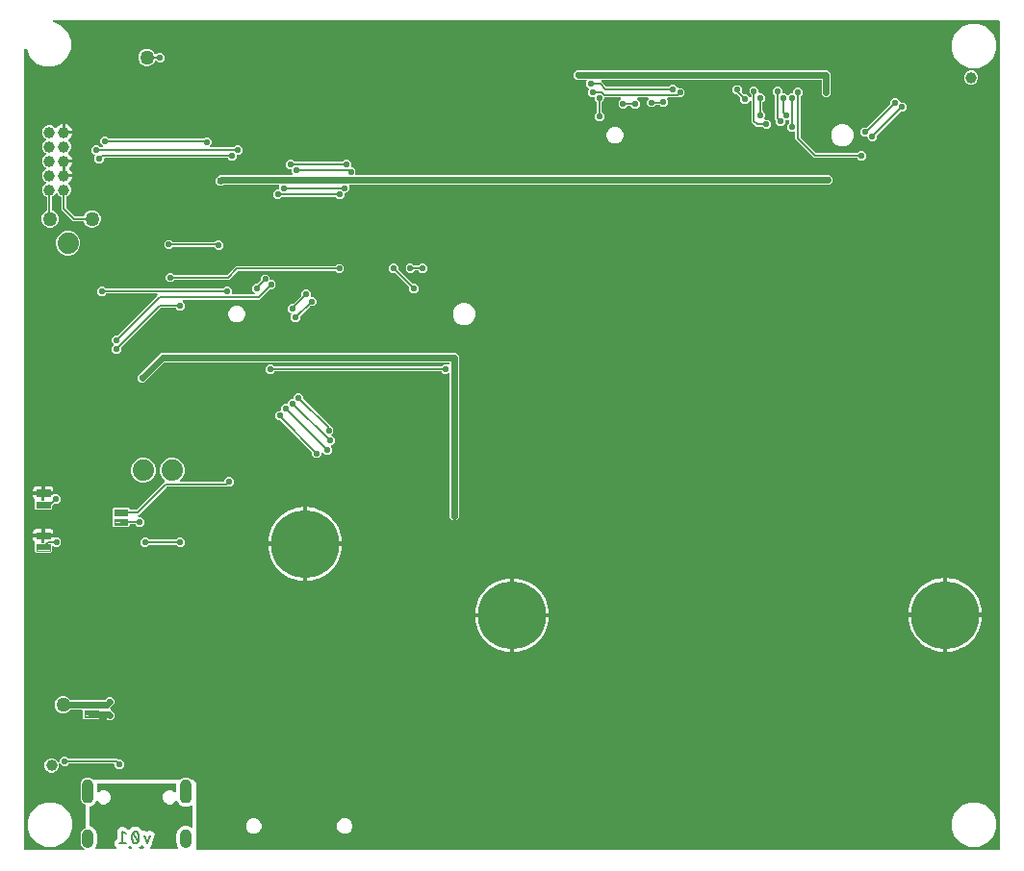
<source format=gbl>
G04 EAGLE Gerber RS-274X export*
G75*
%MOMM*%
%FSLAX34Y34*%
%LPD*%
%INBottom Copper*%
%IPPOS*%
%AMOC8*
5,1,8,0,0,1.08239X$1,22.5*%
G01*
%ADD10C,0.203200*%
%ADD11C,6.000000*%
%ADD12C,1.000000*%
%ADD13C,1.879600*%
%ADD14C,0.654000*%
%ADD15C,0.101600*%
%ADD16C,0.099059*%
%ADD17C,1.270000*%
%ADD18C,0.558800*%
%ADD19C,0.558800*%
%ADD20C,0.604000*%

G36*
X54501Y2795D02*
X54501Y2795D01*
X54505Y2795D01*
X54642Y2815D01*
X54779Y2835D01*
X54783Y2836D01*
X54787Y2837D01*
X54912Y2894D01*
X55038Y2951D01*
X55041Y2953D01*
X55045Y2955D01*
X55150Y3046D01*
X55255Y3134D01*
X55257Y3138D01*
X55261Y3140D01*
X55336Y3256D01*
X55413Y3371D01*
X55414Y3375D01*
X55416Y3378D01*
X55456Y3508D01*
X55499Y3642D01*
X55499Y3646D01*
X55500Y3650D01*
X55502Y3788D01*
X55506Y3926D01*
X55505Y3930D01*
X55505Y3934D01*
X55496Y3966D01*
X55434Y4201D01*
X55433Y4203D01*
X55433Y4204D01*
X55417Y4231D01*
X55409Y4256D01*
X55408Y4259D01*
X55345Y4352D01*
X55287Y4449D01*
X55265Y4469D01*
X55249Y4494D01*
X55162Y4566D01*
X55080Y4643D01*
X55053Y4657D01*
X55030Y4676D01*
X54927Y4721D01*
X54827Y4773D01*
X54808Y4776D01*
X54555Y5029D01*
X54436Y5119D01*
X54377Y5171D01*
X54072Y5363D01*
X54024Y5426D01*
X53959Y5522D01*
X53938Y5540D01*
X53922Y5561D01*
X53830Y5630D01*
X53741Y5705D01*
X53723Y5712D01*
X53533Y6015D01*
X53436Y6129D01*
X53391Y6193D01*
X53136Y6448D01*
X53103Y6521D01*
X53061Y6629D01*
X53045Y6650D01*
X53034Y6675D01*
X52960Y6763D01*
X52890Y6855D01*
X52874Y6866D01*
X52756Y7204D01*
X52744Y7226D01*
X52738Y7247D01*
X52698Y7316D01*
X52687Y7336D01*
X52657Y7409D01*
X52465Y7714D01*
X52449Y7793D01*
X52433Y7907D01*
X52422Y7932D01*
X52416Y7958D01*
X52363Y8061D01*
X52315Y8166D01*
X52302Y8180D01*
X52262Y8536D01*
X52225Y8680D01*
X52212Y8758D01*
X52087Y9115D01*
X52088Y9150D01*
X52099Y9218D01*
X52099Y9927D01*
X52092Y9981D01*
X52093Y10018D01*
X52092Y10021D01*
X52093Y10040D01*
X52037Y10532D01*
X52044Y10544D01*
X52057Y10622D01*
X52093Y10763D01*
X52091Y10827D01*
X52099Y10875D01*
X52099Y15241D01*
X52095Y15271D01*
X52097Y15302D01*
X52075Y15411D01*
X52059Y15522D01*
X52047Y15550D01*
X52041Y15580D01*
X52038Y15586D01*
X52093Y16076D01*
X52091Y16140D01*
X52099Y16189D01*
X52099Y16898D01*
X52091Y16957D01*
X52092Y17016D01*
X52212Y17358D01*
X52241Y17505D01*
X52262Y17580D01*
X52303Y17939D01*
X52339Y18009D01*
X52398Y18109D01*
X52404Y18135D01*
X52417Y18159D01*
X52439Y18273D01*
X52468Y18385D01*
X52466Y18404D01*
X52657Y18707D01*
X52718Y18844D01*
X52756Y18912D01*
X52875Y19252D01*
X52926Y19314D01*
X53005Y19398D01*
X53018Y19422D01*
X53035Y19443D01*
X53082Y19548D01*
X53135Y19651D01*
X53138Y19670D01*
X53391Y19923D01*
X53480Y20042D01*
X53533Y20101D01*
X53724Y20406D01*
X53788Y20454D01*
X53884Y20519D01*
X53902Y20540D01*
X53923Y20556D01*
X53992Y20648D01*
X54067Y20737D01*
X54074Y20755D01*
X54377Y20945D01*
X54491Y21042D01*
X54555Y21087D01*
X54810Y21342D01*
X54883Y21375D01*
X54991Y21417D01*
X55012Y21433D01*
X55037Y21444D01*
X55125Y21518D01*
X55217Y21588D01*
X55228Y21604D01*
X55566Y21722D01*
X55698Y21791D01*
X55771Y21821D01*
X56180Y22078D01*
X56216Y22085D01*
X56243Y22099D01*
X56271Y22107D01*
X56368Y22164D01*
X56469Y22216D01*
X56490Y22237D01*
X56516Y22252D01*
X56593Y22334D01*
X56675Y22412D01*
X56690Y22438D01*
X56710Y22459D01*
X56762Y22560D01*
X56819Y22657D01*
X56826Y22686D01*
X56840Y22712D01*
X56853Y22790D01*
X56889Y22932D01*
X56887Y22996D01*
X56895Y23043D01*
X56895Y42373D01*
X56891Y42402D01*
X56894Y42432D01*
X56871Y42543D01*
X56855Y42654D01*
X56843Y42681D01*
X56837Y42710D01*
X56785Y42811D01*
X56739Y42913D01*
X56720Y42936D01*
X56706Y42963D01*
X56628Y43044D01*
X56556Y43130D01*
X56531Y43147D01*
X56510Y43169D01*
X56413Y43225D01*
X56319Y43288D01*
X56290Y43297D01*
X56265Y43312D01*
X56191Y43331D01*
X55771Y43595D01*
X55634Y43656D01*
X55566Y43694D01*
X55226Y43813D01*
X55164Y43864D01*
X55080Y43943D01*
X55056Y43956D01*
X55035Y43973D01*
X54930Y44020D01*
X54827Y44073D01*
X54808Y44076D01*
X54555Y44329D01*
X54436Y44418D01*
X54377Y44471D01*
X54072Y44662D01*
X54024Y44726D01*
X53959Y44822D01*
X53938Y44840D01*
X53922Y44861D01*
X53830Y44930D01*
X53741Y45005D01*
X53723Y45012D01*
X53533Y45315D01*
X53436Y45429D01*
X53391Y45493D01*
X53136Y45748D01*
X53121Y45781D01*
X53109Y45827D01*
X53086Y45865D01*
X53061Y45929D01*
X53045Y45950D01*
X53034Y45975D01*
X52990Y46027D01*
X52964Y46071D01*
X52928Y46105D01*
X52890Y46155D01*
X52874Y46166D01*
X52756Y46504D01*
X52687Y46636D01*
X52657Y46709D01*
X52465Y47014D01*
X52449Y47093D01*
X52433Y47207D01*
X52422Y47232D01*
X52416Y47258D01*
X52363Y47361D01*
X52315Y47466D01*
X52302Y47480D01*
X52262Y47836D01*
X52225Y47980D01*
X52212Y48058D01*
X52087Y48415D01*
X52088Y48450D01*
X52099Y48518D01*
X52099Y49227D01*
X52090Y49291D01*
X52093Y49340D01*
X52037Y49832D01*
X52044Y49844D01*
X52057Y49922D01*
X52093Y50063D01*
X52091Y50127D01*
X52099Y50175D01*
X52099Y59541D01*
X52095Y59571D01*
X52097Y59602D01*
X52075Y59711D01*
X52059Y59822D01*
X52047Y59850D01*
X52041Y59880D01*
X52038Y59886D01*
X52093Y60376D01*
X52091Y60440D01*
X52099Y60489D01*
X52099Y61198D01*
X52091Y61257D01*
X52092Y61316D01*
X52212Y61658D01*
X52241Y61805D01*
X52262Y61880D01*
X52303Y62239D01*
X52339Y62309D01*
X52398Y62409D01*
X52404Y62435D01*
X52417Y62459D01*
X52439Y62573D01*
X52468Y62685D01*
X52466Y62704D01*
X52657Y63007D01*
X52718Y63144D01*
X52756Y63212D01*
X52875Y63552D01*
X52926Y63614D01*
X53005Y63698D01*
X53018Y63722D01*
X53035Y63743D01*
X53082Y63848D01*
X53135Y63951D01*
X53138Y63970D01*
X53391Y64223D01*
X53480Y64342D01*
X53533Y64401D01*
X53724Y64706D01*
X53788Y64754D01*
X53884Y64819D01*
X53902Y64840D01*
X53923Y64856D01*
X53992Y64948D01*
X54067Y65037D01*
X54074Y65055D01*
X54377Y65245D01*
X54491Y65342D01*
X54555Y65387D01*
X54810Y65642D01*
X54883Y65675D01*
X54991Y65717D01*
X55012Y65733D01*
X55037Y65744D01*
X55125Y65818D01*
X55217Y65888D01*
X55228Y65904D01*
X55566Y66022D01*
X55698Y66091D01*
X55771Y66121D01*
X56076Y66313D01*
X56155Y66329D01*
X56269Y66345D01*
X56294Y66356D01*
X56320Y66362D01*
X56423Y66415D01*
X56528Y66463D01*
X56542Y66476D01*
X56898Y66516D01*
X57042Y66553D01*
X57120Y66566D01*
X57460Y66685D01*
X57540Y66683D01*
X57655Y66674D01*
X57682Y66679D01*
X57709Y66678D01*
X57821Y66708D01*
X57934Y66731D01*
X57951Y66740D01*
X58306Y66700D01*
X58456Y66704D01*
X58534Y66700D01*
X58892Y66740D01*
X58970Y66720D01*
X59080Y66686D01*
X59107Y66685D01*
X59133Y66678D01*
X59249Y66682D01*
X59364Y66679D01*
X59383Y66684D01*
X59720Y66566D01*
X59867Y66537D01*
X59942Y66516D01*
X60301Y66475D01*
X60371Y66439D01*
X60471Y66380D01*
X60497Y66374D01*
X60521Y66361D01*
X60635Y66339D01*
X60747Y66310D01*
X60766Y66312D01*
X61069Y66121D01*
X61206Y66060D01*
X61274Y66022D01*
X61614Y65903D01*
X61676Y65852D01*
X61760Y65773D01*
X61784Y65760D01*
X61805Y65743D01*
X61910Y65696D01*
X62013Y65643D01*
X62032Y65640D01*
X62285Y65387D01*
X62404Y65298D01*
X62463Y65245D01*
X62567Y65180D01*
X62673Y65133D01*
X62776Y65080D01*
X62799Y65076D01*
X62826Y65064D01*
X63102Y65026D01*
X63107Y65025D01*
X140093Y65025D01*
X140208Y65041D01*
X140324Y65051D01*
X140346Y65060D01*
X140375Y65065D01*
X140630Y65179D01*
X140634Y65180D01*
X140634Y65181D01*
X140737Y65245D01*
X140851Y65342D01*
X140915Y65387D01*
X141170Y65642D01*
X141243Y65675D01*
X141351Y65717D01*
X141372Y65733D01*
X141397Y65744D01*
X141485Y65818D01*
X141577Y65888D01*
X141588Y65904D01*
X141926Y66022D01*
X142058Y66091D01*
X142131Y66121D01*
X142436Y66313D01*
X142515Y66329D01*
X142629Y66345D01*
X142654Y66356D01*
X142680Y66362D01*
X142783Y66415D01*
X142888Y66463D01*
X142902Y66476D01*
X143258Y66516D01*
X143402Y66553D01*
X143480Y66566D01*
X143820Y66685D01*
X143900Y66683D01*
X144015Y66674D01*
X144042Y66679D01*
X144069Y66678D01*
X144181Y66708D01*
X144294Y66731D01*
X144311Y66740D01*
X144666Y66700D01*
X144816Y66704D01*
X144894Y66700D01*
X145252Y66740D01*
X145330Y66720D01*
X145440Y66686D01*
X145467Y66685D01*
X145493Y66678D01*
X145609Y66682D01*
X145724Y66679D01*
X145743Y66684D01*
X146080Y66566D01*
X146227Y66537D01*
X146302Y66516D01*
X146661Y66475D01*
X146731Y66439D01*
X146831Y66380D01*
X146857Y66374D01*
X146881Y66361D01*
X146995Y66339D01*
X147107Y66310D01*
X147126Y66312D01*
X147429Y66121D01*
X147566Y66060D01*
X147634Y66022D01*
X147974Y65903D01*
X148036Y65852D01*
X148120Y65773D01*
X148144Y65760D01*
X148165Y65743D01*
X148270Y65696D01*
X148373Y65643D01*
X148392Y65640D01*
X148645Y65387D01*
X148764Y65298D01*
X148823Y65245D01*
X148926Y65180D01*
X149032Y65133D01*
X149136Y65080D01*
X149159Y65076D01*
X149186Y65064D01*
X149462Y65025D01*
X149467Y65025D01*
X151544Y65025D01*
X153925Y62644D01*
X153925Y3810D01*
X153933Y3752D01*
X153931Y3694D01*
X153953Y3612D01*
X153965Y3528D01*
X153988Y3475D01*
X154003Y3419D01*
X154046Y3346D01*
X154081Y3269D01*
X154119Y3224D01*
X154148Y3174D01*
X154210Y3116D01*
X154264Y3052D01*
X154313Y3020D01*
X154356Y2980D01*
X154431Y2941D01*
X154501Y2894D01*
X154557Y2877D01*
X154609Y2850D01*
X154677Y2839D01*
X154772Y2809D01*
X154872Y2806D01*
X154940Y2795D01*
X859790Y2795D01*
X859848Y2803D01*
X859906Y2801D01*
X859988Y2823D01*
X860072Y2835D01*
X860125Y2858D01*
X860181Y2873D01*
X860254Y2916D01*
X860331Y2951D01*
X860376Y2989D01*
X860426Y3018D01*
X860484Y3080D01*
X860548Y3134D01*
X860580Y3183D01*
X860620Y3226D01*
X860659Y3301D01*
X860706Y3371D01*
X860723Y3427D01*
X860750Y3479D01*
X860761Y3547D01*
X860791Y3642D01*
X860794Y3742D01*
X860805Y3810D01*
X860805Y732790D01*
X860798Y732843D01*
X860799Y732876D01*
X860798Y732879D01*
X860799Y732906D01*
X860777Y732988D01*
X860765Y733072D01*
X860742Y733125D01*
X860727Y733181D01*
X860684Y733254D01*
X860649Y733331D01*
X860611Y733376D01*
X860582Y733426D01*
X860520Y733484D01*
X860466Y733548D01*
X860417Y733580D01*
X860374Y733620D01*
X860299Y733659D01*
X860229Y733706D01*
X860173Y733723D01*
X860121Y733750D01*
X860053Y733761D01*
X859958Y733791D01*
X859858Y733794D01*
X859790Y733805D01*
X28835Y733805D01*
X28750Y733793D01*
X28665Y733791D01*
X28610Y733773D01*
X28554Y733765D01*
X28476Y733730D01*
X28394Y733704D01*
X28346Y733672D01*
X28295Y733649D01*
X28229Y733594D01*
X28158Y733546D01*
X28121Y733502D01*
X28078Y733466D01*
X28030Y733394D01*
X27975Y733328D01*
X27952Y733276D01*
X27920Y733229D01*
X27894Y733147D01*
X27859Y733068D01*
X27851Y733012D01*
X27834Y732958D01*
X27832Y732872D01*
X27820Y732787D01*
X27828Y732731D01*
X27827Y732674D01*
X27849Y732591D01*
X27861Y732506D01*
X27884Y732454D01*
X27899Y732399D01*
X27943Y732325D01*
X27978Y732246D01*
X28015Y732203D01*
X28044Y732154D01*
X28107Y732095D01*
X28162Y732030D01*
X28204Y732004D01*
X28251Y731960D01*
X28380Y731894D01*
X28447Y731852D01*
X35209Y729051D01*
X40711Y723549D01*
X43689Y716360D01*
X43689Y708580D01*
X40711Y701391D01*
X35209Y695889D01*
X28020Y692911D01*
X20240Y692911D01*
X13051Y695889D01*
X7549Y701391D01*
X4748Y708153D01*
X4704Y708227D01*
X4669Y708305D01*
X4632Y708349D01*
X4603Y708398D01*
X4541Y708457D01*
X4485Y708522D01*
X4438Y708554D01*
X4397Y708593D01*
X4320Y708632D01*
X4249Y708680D01*
X4195Y708697D01*
X4144Y708723D01*
X4060Y708740D01*
X3978Y708766D01*
X3921Y708767D01*
X3865Y708778D01*
X3780Y708771D01*
X3694Y708773D01*
X3639Y708759D01*
X3582Y708754D01*
X3502Y708723D01*
X3419Y708701D01*
X3370Y708672D01*
X3317Y708652D01*
X3248Y708600D01*
X3174Y708556D01*
X3135Y708514D01*
X3090Y708480D01*
X3038Y708411D01*
X2980Y708349D01*
X2954Y708298D01*
X2920Y708252D01*
X2889Y708172D01*
X2850Y708096D01*
X2842Y708047D01*
X2819Y707986D01*
X2808Y707842D01*
X2795Y707765D01*
X2795Y3810D01*
X2803Y3752D01*
X2801Y3694D01*
X2823Y3612D01*
X2835Y3528D01*
X2858Y3475D01*
X2873Y3419D01*
X2916Y3346D01*
X2951Y3269D01*
X2989Y3224D01*
X3018Y3174D01*
X3080Y3116D01*
X3134Y3052D01*
X3183Y3020D01*
X3226Y2980D01*
X3301Y2941D01*
X3371Y2894D01*
X3427Y2877D01*
X3479Y2850D01*
X3547Y2839D01*
X3642Y2809D01*
X3742Y2806D01*
X3810Y2795D01*
X54497Y2795D01*
X54501Y2795D01*
G37*
%LPC*%
G36*
X278478Y576325D02*
X278478Y576325D01*
X276998Y577806D01*
X276928Y577858D01*
X276864Y577918D01*
X276815Y577944D01*
X276770Y577977D01*
X276689Y578008D01*
X276611Y578048D01*
X276563Y578056D01*
X276505Y578078D01*
X276357Y578090D01*
X276280Y578103D01*
X229688Y578103D01*
X229602Y578091D01*
X229514Y578088D01*
X229461Y578071D01*
X229407Y578063D01*
X229327Y578028D01*
X229244Y578001D01*
X229204Y577973D01*
X229147Y577947D01*
X229034Y577851D01*
X228970Y577806D01*
X227744Y576579D01*
X224376Y576579D01*
X221995Y578960D01*
X221995Y582328D01*
X224376Y584709D01*
X226060Y584709D01*
X226118Y584717D01*
X226176Y584715D01*
X226258Y584737D01*
X226342Y584749D01*
X226395Y584772D01*
X226451Y584787D01*
X226524Y584830D01*
X226601Y584865D01*
X226646Y584903D01*
X226696Y584932D01*
X226754Y584994D01*
X226818Y585048D01*
X226850Y585097D01*
X226890Y585140D01*
X226929Y585215D01*
X226976Y585285D01*
X226993Y585341D01*
X227020Y585393D01*
X227031Y585461D01*
X227061Y585556D01*
X227064Y585656D01*
X227075Y585724D01*
X227075Y587446D01*
X227131Y587519D01*
X227141Y587547D01*
X227157Y587571D01*
X227192Y587679D01*
X227232Y587785D01*
X227234Y587814D01*
X227243Y587842D01*
X227246Y587955D01*
X227255Y588068D01*
X227250Y588097D01*
X227250Y588126D01*
X227222Y588236D01*
X227200Y588347D01*
X227186Y588373D01*
X227179Y588401D01*
X227121Y588499D01*
X227069Y588599D01*
X227048Y588621D01*
X227033Y588646D01*
X226951Y588723D01*
X226873Y588805D01*
X226847Y588820D01*
X226826Y588840D01*
X226725Y588892D01*
X226628Y588949D01*
X226599Y588956D01*
X226573Y588970D01*
X226496Y588983D01*
X226352Y589019D01*
X226289Y589017D01*
X226242Y589025D01*
X178446Y589025D01*
X178359Y589013D01*
X178272Y589010D01*
X178219Y588993D01*
X178164Y588985D01*
X178085Y588950D01*
X178001Y588923D01*
X177962Y588895D01*
X177905Y588869D01*
X177792Y588773D01*
X177728Y588728D01*
X177291Y588291D01*
X173737Y588291D01*
X171223Y590805D01*
X171223Y594359D01*
X173750Y596886D01*
X173810Y596888D01*
X173862Y596905D01*
X173917Y596913D01*
X173997Y596948D01*
X174080Y596975D01*
X174120Y597003D01*
X174177Y597029D01*
X174290Y597125D01*
X174332Y597155D01*
X237948Y597155D01*
X237977Y597159D01*
X238006Y597156D01*
X238117Y597179D01*
X238229Y597195D01*
X238256Y597207D01*
X238285Y597212D01*
X238386Y597265D01*
X238489Y597311D01*
X238511Y597330D01*
X238537Y597343D01*
X238619Y597421D01*
X238706Y597494D01*
X238722Y597519D01*
X238743Y597539D01*
X238800Y597637D01*
X238863Y597731D01*
X238872Y597759D01*
X238887Y597784D01*
X238915Y597894D01*
X238949Y598002D01*
X238950Y598032D01*
X238957Y598060D01*
X238954Y598173D01*
X238956Y598286D01*
X238949Y598315D01*
X238948Y598344D01*
X238913Y598452D01*
X238885Y598561D01*
X238870Y598587D01*
X238861Y598615D01*
X238815Y598679D01*
X238739Y598806D01*
X238694Y598849D01*
X238666Y598888D01*
X237891Y599662D01*
X237891Y601966D01*
X237883Y602024D01*
X237885Y602082D01*
X237863Y602164D01*
X237851Y602248D01*
X237828Y602301D01*
X237813Y602357D01*
X237770Y602430D01*
X237735Y602507D01*
X237697Y602552D01*
X237668Y602602D01*
X237606Y602660D01*
X237552Y602724D01*
X237503Y602756D01*
X237460Y602796D01*
X237385Y602835D01*
X237315Y602882D01*
X237259Y602899D01*
X237207Y602926D01*
X237139Y602937D01*
X237044Y602967D01*
X236944Y602970D01*
X236876Y602981D01*
X235364Y602981D01*
X232983Y605362D01*
X232983Y608730D01*
X235364Y611111D01*
X238732Y611111D01*
X240258Y609584D01*
X240328Y609532D01*
X240392Y609472D01*
X240441Y609446D01*
X240486Y609413D01*
X240567Y609382D01*
X240645Y609342D01*
X240693Y609334D01*
X240751Y609312D01*
X240899Y609300D01*
X240976Y609287D01*
X282498Y609287D01*
X282584Y609299D01*
X282672Y609302D01*
X282724Y609319D01*
X282779Y609327D01*
X282859Y609362D01*
X282942Y609389D01*
X282982Y609417D01*
X283039Y609443D01*
X283152Y609539D01*
X283216Y609584D01*
X284596Y610965D01*
X287964Y610965D01*
X290345Y608584D01*
X290345Y605080D01*
X290353Y605022D01*
X290351Y604964D01*
X290373Y604882D01*
X290385Y604798D01*
X290408Y604745D01*
X290423Y604689D01*
X290466Y604616D01*
X290501Y604539D01*
X290539Y604494D01*
X290568Y604444D01*
X290630Y604386D01*
X290684Y604322D01*
X290733Y604290D01*
X290776Y604250D01*
X290851Y604211D01*
X290921Y604164D01*
X290977Y604147D01*
X291029Y604120D01*
X291097Y604109D01*
X291192Y604079D01*
X291292Y604076D01*
X291360Y604065D01*
X291684Y604065D01*
X294065Y601684D01*
X294065Y598170D01*
X294073Y598112D01*
X294071Y598054D01*
X294093Y597972D01*
X294105Y597888D01*
X294128Y597835D01*
X294143Y597779D01*
X294186Y597706D01*
X294221Y597629D01*
X294259Y597584D01*
X294288Y597534D01*
X294350Y597476D01*
X294404Y597412D01*
X294453Y597380D01*
X294496Y597340D01*
X294571Y597301D01*
X294641Y597254D01*
X294697Y597237D01*
X294749Y597210D01*
X294817Y597199D01*
X294912Y597169D01*
X295012Y597166D01*
X295080Y597155D01*
X706998Y597155D01*
X707085Y597167D01*
X707172Y597170D01*
X707225Y597187D01*
X707280Y597195D01*
X707359Y597230D01*
X707443Y597257D01*
X707482Y597285D01*
X707539Y597311D01*
X707652Y597407D01*
X707716Y597452D01*
X707899Y597635D01*
X711453Y597635D01*
X713967Y595121D01*
X713967Y591567D01*
X711440Y589040D01*
X711380Y589038D01*
X711340Y589025D01*
X289814Y589025D01*
X289756Y589017D01*
X289698Y589019D01*
X289616Y588997D01*
X289532Y588985D01*
X289479Y588962D01*
X289423Y588947D01*
X289350Y588904D01*
X289273Y588869D01*
X289228Y588831D01*
X289178Y588802D01*
X289120Y588740D01*
X289056Y588686D01*
X289024Y588637D01*
X288984Y588594D01*
X288945Y588519D01*
X288898Y588449D01*
X288881Y588393D01*
X288854Y588341D01*
X288843Y588273D01*
X288813Y588178D01*
X288810Y588078D01*
X288799Y588010D01*
X288799Y584294D01*
X286418Y581913D01*
X285242Y581913D01*
X285184Y581905D01*
X285126Y581907D01*
X285044Y581885D01*
X284960Y581873D01*
X284907Y581850D01*
X284851Y581835D01*
X284778Y581792D01*
X284701Y581757D01*
X284656Y581719D01*
X284606Y581690D01*
X284548Y581628D01*
X284484Y581574D01*
X284452Y581525D01*
X284412Y581482D01*
X284373Y581407D01*
X284326Y581337D01*
X284309Y581281D01*
X284282Y581229D01*
X284271Y581161D01*
X284241Y581066D01*
X284238Y580966D01*
X284227Y580898D01*
X284227Y578706D01*
X281846Y576325D01*
X278478Y576325D01*
G37*
%LPD*%
%LPC*%
G36*
X379312Y293163D02*
X379312Y293163D01*
X376931Y295544D01*
X376931Y422072D01*
X376927Y422101D01*
X376930Y422130D01*
X376907Y422241D01*
X376891Y422353D01*
X376879Y422380D01*
X376874Y422409D01*
X376822Y422509D01*
X376775Y422613D01*
X376756Y422635D01*
X376743Y422661D01*
X376665Y422743D01*
X376592Y422830D01*
X376567Y422846D01*
X376547Y422867D01*
X376449Y422925D01*
X376355Y422987D01*
X376327Y422996D01*
X376302Y423011D01*
X376192Y423039D01*
X376084Y423073D01*
X376055Y423074D01*
X376026Y423081D01*
X375913Y423078D01*
X375800Y423080D01*
X375771Y423073D01*
X375742Y423072D01*
X375634Y423037D01*
X375525Y423009D01*
X375499Y422994D01*
X375471Y422985D01*
X375407Y422939D01*
X375280Y422863D01*
X375237Y422818D01*
X375198Y422790D01*
X375064Y422655D01*
X371696Y422655D01*
X370216Y424136D01*
X370146Y424188D01*
X370082Y424248D01*
X370033Y424274D01*
X369988Y424307D01*
X369907Y424338D01*
X369829Y424378D01*
X369781Y424386D01*
X369723Y424408D01*
X369575Y424420D01*
X369498Y424433D01*
X223362Y424433D01*
X223276Y424421D01*
X223188Y424418D01*
X223136Y424401D01*
X223081Y424393D01*
X223001Y424358D01*
X222918Y424331D01*
X222878Y424303D01*
X222821Y424277D01*
X222708Y424181D01*
X222644Y424136D01*
X221164Y422655D01*
X217796Y422655D01*
X215415Y425036D01*
X215415Y428404D01*
X217796Y430785D01*
X221164Y430785D01*
X222644Y429304D01*
X222714Y429252D01*
X222778Y429192D01*
X222827Y429166D01*
X222872Y429133D01*
X222953Y429102D01*
X223031Y429062D01*
X223079Y429054D01*
X223137Y429032D01*
X223285Y429020D01*
X223362Y429007D01*
X369498Y429007D01*
X369584Y429019D01*
X369672Y429022D01*
X369724Y429039D01*
X369779Y429047D01*
X369859Y429082D01*
X369942Y429109D01*
X369982Y429137D01*
X370039Y429163D01*
X370152Y429259D01*
X370216Y429304D01*
X371696Y430785D01*
X375064Y430785D01*
X375202Y430646D01*
X375226Y430629D01*
X375245Y430606D01*
X375339Y430544D01*
X375429Y430475D01*
X375457Y430465D01*
X375481Y430449D01*
X375589Y430414D01*
X375695Y430374D01*
X375724Y430372D01*
X375752Y430363D01*
X375865Y430360D01*
X375978Y430351D01*
X376007Y430356D01*
X376036Y430356D01*
X376146Y430384D01*
X376257Y430406D01*
X376283Y430420D01*
X376311Y430427D01*
X376409Y430485D01*
X376509Y430537D01*
X376531Y430558D01*
X376556Y430573D01*
X376633Y430655D01*
X376715Y430733D01*
X376730Y430759D01*
X376750Y430780D01*
X376802Y430881D01*
X376859Y430978D01*
X376866Y431007D01*
X376880Y431033D01*
X376893Y431110D01*
X376929Y431254D01*
X376927Y431317D01*
X376935Y431364D01*
X376935Y431800D01*
X376927Y431858D01*
X376929Y431916D01*
X376907Y431998D01*
X376895Y432082D01*
X376872Y432135D01*
X376857Y432191D01*
X376814Y432264D01*
X376779Y432341D01*
X376741Y432386D01*
X376712Y432436D01*
X376650Y432494D01*
X376596Y432558D01*
X376547Y432590D01*
X376504Y432630D01*
X376429Y432669D01*
X376359Y432716D01*
X376303Y432733D01*
X376251Y432760D01*
X376183Y432771D01*
X376088Y432801D01*
X375988Y432804D01*
X375920Y432815D01*
X198004Y432815D01*
X197917Y432803D01*
X197830Y432800D01*
X197777Y432783D01*
X197722Y432775D01*
X197643Y432740D01*
X197559Y432713D01*
X197520Y432685D01*
X197463Y432659D01*
X197380Y432589D01*
X193784Y432589D01*
X193740Y432630D01*
X193691Y432656D01*
X193647Y432689D01*
X193565Y432720D01*
X193487Y432760D01*
X193440Y432768D01*
X193381Y432790D01*
X193234Y432802D01*
X193156Y432815D01*
X164476Y432815D01*
X164389Y432803D01*
X164302Y432800D01*
X164249Y432783D01*
X164194Y432775D01*
X164115Y432740D01*
X164031Y432713D01*
X163992Y432685D01*
X163935Y432659D01*
X163852Y432589D01*
X160256Y432589D01*
X160212Y432630D01*
X160163Y432656D01*
X160119Y432689D01*
X160037Y432720D01*
X159959Y432760D01*
X159912Y432768D01*
X159853Y432790D01*
X159706Y432802D01*
X159628Y432815D01*
X126564Y432815D01*
X126478Y432803D01*
X126390Y432800D01*
X126337Y432783D01*
X126283Y432775D01*
X126203Y432740D01*
X126120Y432713D01*
X126080Y432685D01*
X126023Y432659D01*
X125910Y432563D01*
X125846Y432518D01*
X111042Y417714D01*
X108364Y415035D01*
X104996Y415035D01*
X102615Y417416D01*
X102615Y420784D01*
X105294Y423462D01*
X120098Y438266D01*
X122776Y440945D01*
X159628Y440945D01*
X159715Y440957D01*
X159802Y440960D01*
X159855Y440977D01*
X159910Y440985D01*
X159989Y441020D01*
X160073Y441047D01*
X160112Y441075D01*
X160169Y441101D01*
X160252Y441171D01*
X163848Y441171D01*
X163892Y441130D01*
X163941Y441104D01*
X163985Y441071D01*
X164067Y441040D01*
X164145Y441000D01*
X164192Y440992D01*
X164251Y440970D01*
X164398Y440958D01*
X164476Y440945D01*
X193156Y440945D01*
X193243Y440957D01*
X193330Y440960D01*
X193383Y440977D01*
X193438Y440985D01*
X193517Y441020D01*
X193601Y441047D01*
X193640Y441075D01*
X193697Y441101D01*
X193780Y441171D01*
X197376Y441171D01*
X197420Y441130D01*
X197469Y441104D01*
X197513Y441071D01*
X197595Y441040D01*
X197673Y441000D01*
X197720Y440992D01*
X197779Y440970D01*
X197926Y440958D01*
X198004Y440945D01*
X382684Y440945D01*
X385065Y438564D01*
X385065Y422858D01*
X385061Y422834D01*
X385061Y295544D01*
X382680Y293163D01*
X379312Y293163D01*
G37*
%LPD*%
G36*
X82697Y4069D02*
X82697Y4069D01*
X82727Y4066D01*
X82838Y4089D01*
X82950Y4105D01*
X82977Y4117D01*
X83005Y4122D01*
X83106Y4175D01*
X83209Y4221D01*
X83232Y4240D01*
X83258Y4253D01*
X83340Y4331D01*
X83426Y4404D01*
X83443Y4429D01*
X83464Y4449D01*
X83521Y4547D01*
X83584Y4641D01*
X83593Y4669D01*
X83608Y4694D01*
X83635Y4804D01*
X83670Y4912D01*
X83670Y4942D01*
X83678Y4970D01*
X83674Y5083D01*
X83677Y5196D01*
X83670Y5225D01*
X83669Y5254D01*
X83634Y5362D01*
X83605Y5471D01*
X83590Y5497D01*
X83581Y5525D01*
X83536Y5589D01*
X83460Y5716D01*
X83414Y5759D01*
X83386Y5798D01*
X81978Y7206D01*
X81978Y10574D01*
X84644Y13240D01*
X84696Y13309D01*
X84756Y13373D01*
X84781Y13423D01*
X84815Y13467D01*
X84846Y13549D01*
X84886Y13626D01*
X84894Y13674D01*
X84916Y13733D01*
X84928Y13880D01*
X84941Y13958D01*
X84941Y19277D01*
X84932Y19340D01*
X84935Y19389D01*
X84778Y20799D01*
X84802Y20845D01*
X84829Y20885D01*
X84833Y20899D01*
X84863Y20950D01*
X84871Y20981D01*
X84886Y21009D01*
X84899Y21086D01*
X84935Y21226D01*
X84934Y21235D01*
X85933Y22233D01*
X85971Y22284D01*
X86008Y22317D01*
X86894Y23425D01*
X86954Y23444D01*
X87061Y23472D01*
X87088Y23488D01*
X87118Y23497D01*
X87182Y23543D01*
X87306Y23616D01*
X87313Y23623D01*
X88725Y23623D01*
X88788Y23632D01*
X88837Y23629D01*
X90247Y23786D01*
X90303Y23757D01*
X90398Y23700D01*
X90429Y23693D01*
X90457Y23678D01*
X90534Y23665D01*
X90674Y23629D01*
X90683Y23629D01*
X91681Y22631D01*
X91732Y22593D01*
X91765Y22556D01*
X93648Y21049D01*
X93726Y21003D01*
X93799Y20950D01*
X93848Y20931D01*
X93893Y20905D01*
X93980Y20882D01*
X94065Y20850D01*
X94118Y20847D01*
X94168Y20833D01*
X94259Y20836D01*
X94349Y20829D01*
X94400Y20840D01*
X94452Y20841D01*
X94539Y20869D01*
X94627Y20887D01*
X94673Y20912D01*
X94723Y20928D01*
X94798Y20978D01*
X94878Y21020D01*
X94916Y21057D01*
X94959Y21086D01*
X95018Y21155D01*
X95083Y21218D01*
X95095Y21240D01*
X98430Y23623D01*
X102441Y23623D01*
X105705Y21292D01*
X105959Y20550D01*
X105984Y20502D01*
X105999Y20450D01*
X106048Y20376D01*
X106088Y20297D01*
X106125Y20257D01*
X106155Y20212D01*
X106222Y20154D01*
X106282Y20089D01*
X106329Y20061D01*
X106370Y20026D01*
X106450Y19989D01*
X106526Y19943D01*
X106579Y19929D01*
X106628Y19907D01*
X106715Y19893D01*
X106801Y19871D01*
X106855Y19872D01*
X106909Y19864D01*
X106979Y19875D01*
X107085Y19878D01*
X107175Y19906D01*
X107241Y19916D01*
X108664Y20391D01*
X110269Y19588D01*
X110285Y19583D01*
X110299Y19574D01*
X110420Y19538D01*
X110538Y19498D01*
X110555Y19497D01*
X110572Y19492D01*
X110698Y19491D01*
X110822Y19486D01*
X110839Y19490D01*
X110856Y19490D01*
X110924Y19511D01*
X111099Y19553D01*
X111140Y19577D01*
X111177Y19588D01*
X112782Y20391D01*
X115976Y19326D01*
X117482Y16314D01*
X115114Y9211D01*
X115112Y9196D01*
X115105Y9182D01*
X115086Y9056D01*
X115063Y8931D01*
X115065Y8916D01*
X115062Y8901D01*
X115073Y8833D01*
X115091Y8649D01*
X115109Y8605D01*
X115113Y8581D01*
X114520Y7395D01*
X114493Y7316D01*
X114465Y7262D01*
X114046Y6005D01*
X114043Y6003D01*
X114029Y5998D01*
X113926Y5922D01*
X113821Y5850D01*
X113812Y5839D01*
X113800Y5830D01*
X113760Y5775D01*
X113753Y5767D01*
X113739Y5755D01*
X113721Y5728D01*
X113641Y5630D01*
X113623Y5588D01*
X113602Y5559D01*
X113590Y5535D01*
X113587Y5526D01*
X113582Y5519D01*
X113549Y5415D01*
X113529Y5369D01*
X113526Y5346D01*
X113499Y5266D01*
X113499Y5256D01*
X113496Y5248D01*
X113493Y5115D01*
X113487Y4981D01*
X113489Y4973D01*
X113489Y4964D01*
X113522Y4835D01*
X113554Y4705D01*
X113558Y4697D01*
X113561Y4689D01*
X113628Y4575D01*
X113695Y4458D01*
X113701Y4452D01*
X113706Y4444D01*
X113803Y4353D01*
X113899Y4260D01*
X113907Y4256D01*
X113913Y4250D01*
X114032Y4189D01*
X114149Y4126D01*
X114158Y4124D01*
X114166Y4120D01*
X114220Y4111D01*
X114427Y4067D01*
X114466Y4070D01*
X114497Y4065D01*
X136899Y4065D01*
X136985Y4077D01*
X137071Y4079D01*
X137125Y4097D01*
X137181Y4105D01*
X137260Y4140D01*
X137342Y4166D01*
X137389Y4198D01*
X137440Y4221D01*
X137506Y4277D01*
X137578Y4325D01*
X137614Y4368D01*
X137657Y4404D01*
X137705Y4476D01*
X137761Y4542D01*
X137784Y4594D01*
X137815Y4641D01*
X137841Y4723D01*
X137876Y4802D01*
X137884Y4858D01*
X137901Y4912D01*
X137903Y4998D01*
X137915Y5084D01*
X137906Y5132D01*
X137908Y5196D01*
X137893Y5255D01*
X137892Y5276D01*
X137870Y5344D01*
X137858Y5415D01*
X137850Y5436D01*
X137840Y5456D01*
X137836Y5471D01*
X137820Y5499D01*
X137805Y5546D01*
X137765Y5602D01*
X137753Y5626D01*
X137732Y5769D01*
X137719Y5797D01*
X137715Y5823D01*
X137503Y6428D01*
X137487Y6459D01*
X137480Y6487D01*
X137432Y6568D01*
X137405Y6632D01*
X137064Y7175D01*
X137062Y7177D01*
X137061Y7179D01*
X137047Y7195D01*
X136944Y7317D01*
X136955Y7445D01*
X136948Y7475D01*
X136950Y7501D01*
X136878Y8138D01*
X136841Y8282D01*
X136827Y8360D01*
X136759Y8554D01*
X136732Y8607D01*
X136714Y8664D01*
X136674Y8719D01*
X136662Y8743D01*
X136641Y8886D01*
X136629Y8915D01*
X136624Y8940D01*
X136557Y9133D01*
X136581Y9184D01*
X136599Y9240D01*
X136626Y9293D01*
X136637Y9361D01*
X136667Y9454D01*
X136670Y9555D01*
X136681Y9624D01*
X136681Y9827D01*
X136672Y9891D01*
X136675Y9941D01*
X136553Y11023D01*
X136604Y11109D01*
X136612Y11139D01*
X136626Y11166D01*
X136639Y11244D01*
X136675Y11385D01*
X136673Y11449D01*
X136681Y11497D01*
X136681Y14619D01*
X136677Y14649D01*
X136679Y14680D01*
X136657Y14789D01*
X136641Y14900D01*
X136629Y14928D01*
X136623Y14958D01*
X136585Y15027D01*
X136553Y15097D01*
X136675Y16175D01*
X136673Y16240D01*
X136681Y16289D01*
X136681Y16492D01*
X136673Y16551D01*
X136674Y16610D01*
X136655Y16676D01*
X136641Y16773D01*
X136600Y16866D01*
X136581Y16932D01*
X136557Y16982D01*
X136624Y17176D01*
X136625Y17178D01*
X136626Y17180D01*
X136629Y17200D01*
X136663Y17371D01*
X136690Y17406D01*
X136726Y17501D01*
X136759Y17562D01*
X136827Y17756D01*
X136857Y17903D01*
X136878Y17978D01*
X136950Y18615D01*
X136950Y18617D01*
X136950Y18620D01*
X136949Y18640D01*
X136945Y18801D01*
X137032Y18894D01*
X137047Y18922D01*
X137064Y18941D01*
X137405Y19484D01*
X137466Y19620D01*
X137503Y19688D01*
X137715Y20293D01*
X137716Y20296D01*
X137717Y20298D01*
X137720Y20318D01*
X137751Y20472D01*
X137769Y20487D01*
X137857Y20547D01*
X137878Y20571D01*
X137899Y20585D01*
X138352Y21039D01*
X138442Y21158D01*
X138494Y21217D01*
X138835Y21759D01*
X138836Y21761D01*
X138837Y21763D01*
X138845Y21782D01*
X138894Y21892D01*
X138900Y21900D01*
X138904Y21915D01*
X138911Y21929D01*
X139030Y21974D01*
X139055Y21993D01*
X139079Y22003D01*
X139621Y22344D01*
X139736Y22441D01*
X139799Y22486D01*
X140253Y22939D01*
X140254Y22941D01*
X140256Y22943D01*
X140268Y22961D01*
X140364Y23088D01*
X140491Y23106D01*
X140519Y23119D01*
X140545Y23123D01*
X141150Y23335D01*
X141282Y23403D01*
X141354Y23433D01*
X141897Y23774D01*
X141899Y23776D01*
X141901Y23777D01*
X141916Y23790D01*
X142039Y23894D01*
X142166Y23883D01*
X142197Y23890D01*
X142223Y23888D01*
X142860Y23960D01*
X143004Y23997D01*
X143082Y24011D01*
X143686Y24222D01*
X143688Y24223D01*
X143691Y24224D01*
X143709Y24234D01*
X143852Y24308D01*
X143973Y24269D01*
X144005Y24268D01*
X144029Y24261D01*
X144666Y24189D01*
X144816Y24193D01*
X144894Y24189D01*
X145531Y24261D01*
X145533Y24262D01*
X145535Y24261D01*
X145555Y24267D01*
X145711Y24307D01*
X145821Y24242D01*
X145851Y24235D01*
X145873Y24222D01*
X146478Y24011D01*
X146625Y23981D01*
X146700Y23960D01*
X147337Y23888D01*
X147339Y23888D01*
X147342Y23888D01*
X147362Y23889D01*
X147523Y23893D01*
X147616Y23806D01*
X147644Y23791D01*
X147663Y23774D01*
X148206Y23433D01*
X148342Y23372D01*
X148410Y23335D01*
X149015Y23123D01*
X149018Y23122D01*
X149020Y23121D01*
X149040Y23118D01*
X149210Y23084D01*
X149246Y23057D01*
X149340Y23021D01*
X149401Y22988D01*
X149525Y22945D01*
X149610Y22928D01*
X149692Y22902D01*
X149748Y22900D01*
X149803Y22889D01*
X149890Y22897D01*
X149976Y22894D01*
X150031Y22909D01*
X150087Y22913D01*
X150168Y22944D01*
X150251Y22966D01*
X150300Y22995D01*
X150352Y23015D01*
X150421Y23067D01*
X150496Y23111D01*
X150534Y23152D01*
X150579Y23186D01*
X150631Y23256D01*
X150690Y23319D01*
X150716Y23369D01*
X150750Y23414D01*
X150780Y23495D01*
X150820Y23572D01*
X150828Y23620D01*
X150850Y23680D01*
X150862Y23826D01*
X150875Y23903D01*
X150875Y41513D01*
X150863Y41599D01*
X150861Y41685D01*
X150843Y41739D01*
X150835Y41795D01*
X150800Y41873D01*
X150774Y41956D01*
X150742Y42003D01*
X150719Y42054D01*
X150663Y42120D01*
X150615Y42192D01*
X150572Y42228D01*
X150536Y42271D01*
X150464Y42319D01*
X150397Y42375D01*
X150346Y42397D01*
X150299Y42429D01*
X150216Y42455D01*
X150137Y42490D01*
X150081Y42497D01*
X150028Y42514D01*
X149941Y42517D01*
X149856Y42528D01*
X149807Y42520D01*
X149744Y42522D01*
X149602Y42485D01*
X149525Y42471D01*
X149401Y42428D01*
X149348Y42401D01*
X149292Y42383D01*
X149236Y42343D01*
X149212Y42331D01*
X149069Y42310D01*
X149041Y42297D01*
X149015Y42293D01*
X148410Y42081D01*
X148278Y42013D01*
X148206Y41983D01*
X147663Y41642D01*
X147661Y41640D01*
X147659Y41639D01*
X147643Y41625D01*
X147521Y41522D01*
X147393Y41533D01*
X147363Y41526D01*
X147337Y41528D01*
X146700Y41456D01*
X146556Y41419D01*
X146478Y41405D01*
X145873Y41194D01*
X145871Y41193D01*
X145869Y41192D01*
X145852Y41183D01*
X145708Y41108D01*
X145587Y41147D01*
X145555Y41148D01*
X145531Y41155D01*
X144894Y41227D01*
X144744Y41223D01*
X144666Y41227D01*
X144029Y41155D01*
X144027Y41154D01*
X144025Y41155D01*
X144005Y41149D01*
X143849Y41109D01*
X143739Y41174D01*
X143709Y41181D01*
X143687Y41194D01*
X143082Y41405D01*
X142935Y41435D01*
X142860Y41456D01*
X142223Y41528D01*
X142221Y41528D01*
X142218Y41528D01*
X142198Y41527D01*
X142037Y41523D01*
X141944Y41610D01*
X141916Y41625D01*
X141897Y41642D01*
X141354Y41983D01*
X141218Y42044D01*
X141150Y42081D01*
X140545Y42293D01*
X140542Y42294D01*
X140540Y42295D01*
X140520Y42298D01*
X140362Y42329D01*
X140291Y42436D01*
X140267Y42456D01*
X140253Y42477D01*
X139799Y42930D01*
X139680Y43020D01*
X139621Y43072D01*
X139079Y43413D01*
X139077Y43414D01*
X139075Y43415D01*
X139056Y43423D01*
X138909Y43489D01*
X138864Y43608D01*
X138845Y43633D01*
X138835Y43657D01*
X138494Y44199D01*
X138455Y44245D01*
X138425Y44295D01*
X138380Y44338D01*
X138352Y44377D01*
X137899Y44831D01*
X137897Y44832D01*
X137895Y44834D01*
X137877Y44846D01*
X137750Y44942D01*
X137732Y45069D01*
X137719Y45097D01*
X137715Y45123D01*
X137538Y45629D01*
X137537Y45630D01*
X137537Y45631D01*
X137473Y45755D01*
X137407Y45882D01*
X137407Y45883D01*
X137406Y45883D01*
X137306Y45989D01*
X137212Y46088D01*
X137211Y46089D01*
X137210Y46089D01*
X137083Y46164D01*
X136967Y46232D01*
X136966Y46233D01*
X136965Y46233D01*
X136835Y46266D01*
X136691Y46303D01*
X136690Y46303D01*
X136552Y46299D01*
X136407Y46295D01*
X136406Y46294D01*
X136278Y46253D01*
X136137Y46208D01*
X136136Y46207D01*
X136135Y46207D01*
X136128Y46202D01*
X135901Y46049D01*
X135882Y46026D01*
X135862Y46012D01*
X134068Y44218D01*
X131753Y43259D01*
X129247Y43259D01*
X126932Y44218D01*
X125160Y45990D01*
X124201Y48305D01*
X124201Y50811D01*
X125160Y53126D01*
X126932Y54898D01*
X129247Y55857D01*
X131753Y55857D01*
X134068Y54898D01*
X134948Y54018D01*
X134972Y54000D01*
X134991Y53978D01*
X135085Y53915D01*
X135175Y53847D01*
X135203Y53836D01*
X135227Y53820D01*
X135335Y53786D01*
X135441Y53745D01*
X135470Y53743D01*
X135498Y53734D01*
X135612Y53731D01*
X135724Y53722D01*
X135753Y53728D01*
X135782Y53727D01*
X135892Y53756D01*
X136003Y53778D01*
X136029Y53791D01*
X136057Y53799D01*
X136155Y53856D01*
X136255Y53909D01*
X136277Y53929D01*
X136302Y53944D01*
X136379Y54027D01*
X136461Y54105D01*
X136476Y54130D01*
X136496Y54151D01*
X136548Y54252D01*
X136605Y54350D01*
X136612Y54378D01*
X136626Y54404D01*
X136639Y54482D01*
X136675Y54625D01*
X136673Y54688D01*
X136681Y54735D01*
X136681Y58919D01*
X136677Y58949D01*
X136679Y58980D01*
X136675Y59003D01*
X136675Y59005D01*
X136673Y59009D01*
X136657Y59089D01*
X136641Y59200D01*
X136629Y59228D01*
X136623Y59258D01*
X136585Y59327D01*
X136553Y59397D01*
X136675Y60475D01*
X136673Y60540D01*
X136681Y60589D01*
X136681Y60792D01*
X136673Y60851D01*
X136674Y60910D01*
X136655Y60976D01*
X136641Y61073D01*
X136600Y61165D01*
X136581Y61232D01*
X136500Y61400D01*
X136435Y61497D01*
X136377Y61596D01*
X136357Y61614D01*
X136342Y61637D01*
X136254Y61711D01*
X136169Y61790D01*
X136145Y61803D01*
X136125Y61820D01*
X136019Y61867D01*
X135916Y61920D01*
X135892Y61924D01*
X135865Y61936D01*
X135593Y61974D01*
X135585Y61975D01*
X67615Y61975D01*
X67501Y61959D01*
X67386Y61949D01*
X67360Y61939D01*
X67333Y61935D01*
X67228Y61888D01*
X67120Y61847D01*
X67099Y61830D01*
X67074Y61819D01*
X66986Y61745D01*
X66894Y61675D01*
X66880Y61655D01*
X66857Y61636D01*
X66705Y61407D01*
X66700Y61401D01*
X66700Y61399D01*
X66699Y61399D01*
X66680Y61358D01*
X66679Y61357D01*
X66619Y61232D01*
X66601Y61176D01*
X66574Y61123D01*
X66563Y61055D01*
X66533Y60962D01*
X66530Y60861D01*
X66519Y60792D01*
X66519Y60589D01*
X66528Y60525D01*
X66525Y60475D01*
X66647Y59393D01*
X66596Y59307D01*
X66588Y59277D01*
X66574Y59250D01*
X66561Y59172D01*
X66525Y59031D01*
X66527Y58967D01*
X66519Y58919D01*
X66519Y54735D01*
X66523Y54706D01*
X66520Y54677D01*
X66543Y54566D01*
X66559Y54454D01*
X66571Y54427D01*
X66576Y54398D01*
X66629Y54298D01*
X66675Y54195D01*
X66694Y54172D01*
X66707Y54146D01*
X66785Y54064D01*
X66858Y53978D01*
X66883Y53961D01*
X66903Y53940D01*
X67001Y53883D01*
X67095Y53820D01*
X67123Y53811D01*
X67148Y53796D01*
X67258Y53768D01*
X67366Y53734D01*
X67396Y53733D01*
X67424Y53726D01*
X67537Y53730D01*
X67650Y53727D01*
X67679Y53734D01*
X67708Y53735D01*
X67816Y53770D01*
X67925Y53799D01*
X67951Y53814D01*
X67979Y53823D01*
X68043Y53868D01*
X68170Y53944D01*
X68213Y53990D01*
X68252Y54018D01*
X69132Y54898D01*
X71447Y55857D01*
X73953Y55857D01*
X76268Y54898D01*
X78040Y53126D01*
X78999Y50811D01*
X78999Y48305D01*
X78040Y45990D01*
X76268Y44218D01*
X73953Y43259D01*
X71447Y43259D01*
X69132Y44218D01*
X67338Y46012D01*
X67337Y46013D01*
X67213Y46106D01*
X67111Y46183D01*
X67110Y46183D01*
X67110Y46184D01*
X66970Y46236D01*
X66845Y46284D01*
X66844Y46284D01*
X66699Y46296D01*
X66562Y46308D01*
X66561Y46307D01*
X66560Y46307D01*
X66421Y46279D01*
X66283Y46252D01*
X66283Y46251D01*
X66282Y46251D01*
X66152Y46184D01*
X66031Y46121D01*
X66030Y46120D01*
X65932Y46026D01*
X65825Y45925D01*
X65824Y45924D01*
X65824Y45923D01*
X65820Y45916D01*
X65681Y45680D01*
X65674Y45651D01*
X65662Y45629D01*
X65485Y45122D01*
X65484Y45120D01*
X65483Y45118D01*
X65480Y45098D01*
X65449Y44940D01*
X65342Y44869D01*
X65322Y44845D01*
X65301Y44831D01*
X64848Y44377D01*
X64830Y44354D01*
X64808Y44335D01*
X64753Y44252D01*
X64706Y44199D01*
X64365Y43657D01*
X64364Y43655D01*
X64363Y43653D01*
X64355Y43634D01*
X64289Y43487D01*
X64170Y43442D01*
X64145Y43423D01*
X64121Y43413D01*
X63579Y43072D01*
X63464Y42975D01*
X63401Y42930D01*
X62947Y42477D01*
X62946Y42475D01*
X62944Y42473D01*
X62932Y42455D01*
X62836Y42328D01*
X62709Y42310D01*
X62681Y42297D01*
X62655Y42293D01*
X62050Y42081D01*
X61918Y42013D01*
X61846Y41983D01*
X61303Y41642D01*
X61301Y41640D01*
X61299Y41639D01*
X61283Y41625D01*
X61161Y41522D01*
X61033Y41533D01*
X61003Y41526D01*
X60977Y41528D01*
X60846Y41513D01*
X60845Y41513D01*
X60844Y41513D01*
X60704Y41476D01*
X60571Y41442D01*
X60570Y41441D01*
X60569Y41441D01*
X60449Y41370D01*
X60326Y41297D01*
X60325Y41296D01*
X60324Y41296D01*
X60225Y41190D01*
X60131Y41091D01*
X60131Y41089D01*
X60130Y41088D01*
X60065Y40963D01*
X60001Y40838D01*
X60001Y40836D01*
X60000Y40835D01*
X59998Y40823D01*
X59946Y40559D01*
X59949Y40529D01*
X59945Y40504D01*
X59945Y24912D01*
X59945Y24911D01*
X59945Y24909D01*
X59966Y24761D01*
X59985Y24630D01*
X59985Y24629D01*
X59985Y24628D01*
X60046Y24494D01*
X60101Y24371D01*
X60102Y24370D01*
X60102Y24369D01*
X60200Y24253D01*
X60285Y24154D01*
X60286Y24153D01*
X60286Y24152D01*
X60411Y24070D01*
X60521Y23996D01*
X60522Y23996D01*
X60523Y23995D01*
X60536Y23992D01*
X60792Y23911D01*
X60823Y23910D01*
X60846Y23903D01*
X60977Y23888D01*
X60979Y23888D01*
X60982Y23888D01*
X61003Y23889D01*
X61163Y23893D01*
X61256Y23806D01*
X61284Y23791D01*
X61303Y23774D01*
X61846Y23433D01*
X61982Y23372D01*
X62050Y23335D01*
X62655Y23123D01*
X62658Y23122D01*
X62660Y23121D01*
X62680Y23118D01*
X62838Y23087D01*
X62909Y22981D01*
X62933Y22960D01*
X62947Y22939D01*
X63401Y22486D01*
X63520Y22396D01*
X63579Y22344D01*
X64121Y22003D01*
X64123Y22002D01*
X64125Y22001D01*
X64144Y21993D01*
X64291Y21927D01*
X64336Y21808D01*
X64355Y21783D01*
X64365Y21759D01*
X64706Y21217D01*
X64803Y21102D01*
X64848Y21039D01*
X65301Y20585D01*
X65303Y20584D01*
X65305Y20582D01*
X65323Y20570D01*
X65378Y20528D01*
X65414Y20494D01*
X65443Y20479D01*
X65450Y20474D01*
X65468Y20347D01*
X65481Y20319D01*
X65485Y20293D01*
X65697Y19688D01*
X65765Y19556D01*
X65795Y19484D01*
X66136Y18941D01*
X66138Y18939D01*
X66139Y18937D01*
X66153Y18921D01*
X66256Y18799D01*
X66245Y18671D01*
X66252Y18641D01*
X66250Y18615D01*
X66322Y17978D01*
X66359Y17834D01*
X66373Y17756D01*
X66441Y17562D01*
X66468Y17509D01*
X66486Y17452D01*
X66526Y17397D01*
X66538Y17373D01*
X66559Y17230D01*
X66571Y17201D01*
X66576Y17176D01*
X66643Y16983D01*
X66619Y16932D01*
X66601Y16876D01*
X66574Y16823D01*
X66563Y16755D01*
X66533Y16662D01*
X66530Y16561D01*
X66519Y16492D01*
X66519Y16289D01*
X66528Y16225D01*
X66525Y16175D01*
X66647Y15093D01*
X66596Y15007D01*
X66588Y14977D01*
X66574Y14950D01*
X66561Y14872D01*
X66525Y14731D01*
X66527Y14667D01*
X66519Y14619D01*
X66519Y11497D01*
X66523Y11467D01*
X66521Y11436D01*
X66543Y11327D01*
X66559Y11216D01*
X66571Y11188D01*
X66577Y11158D01*
X66615Y11089D01*
X66647Y11019D01*
X66525Y9941D01*
X66527Y9876D01*
X66519Y9827D01*
X66519Y9624D01*
X66527Y9565D01*
X66526Y9506D01*
X66545Y9440D01*
X66559Y9343D01*
X66600Y9250D01*
X66619Y9184D01*
X66643Y9134D01*
X66576Y8940D01*
X66575Y8938D01*
X66574Y8936D01*
X66571Y8916D01*
X66537Y8745D01*
X66510Y8710D01*
X66474Y8615D01*
X66441Y8554D01*
X66373Y8360D01*
X66343Y8213D01*
X66322Y8138D01*
X66250Y7501D01*
X66250Y7499D01*
X66250Y7496D01*
X66251Y7476D01*
X66255Y7315D01*
X66168Y7222D01*
X66153Y7194D01*
X66136Y7175D01*
X65795Y6632D01*
X65772Y6580D01*
X65741Y6534D01*
X65722Y6474D01*
X65697Y6428D01*
X65485Y5823D01*
X65484Y5820D01*
X65483Y5818D01*
X65480Y5798D01*
X65446Y5628D01*
X65419Y5592D01*
X65400Y5541D01*
X65385Y5519D01*
X65372Y5476D01*
X65350Y5436D01*
X65342Y5415D01*
X65332Y5362D01*
X65318Y5327D01*
X65316Y5300D01*
X65299Y5248D01*
X65298Y5191D01*
X65287Y5136D01*
X65294Y5050D01*
X65292Y4964D01*
X65306Y4909D01*
X65311Y4853D01*
X65342Y4772D01*
X65364Y4689D01*
X65393Y4640D01*
X65413Y4587D01*
X65465Y4518D01*
X65509Y4444D01*
X65550Y4406D01*
X65584Y4360D01*
X65654Y4309D01*
X65716Y4250D01*
X65767Y4224D01*
X65812Y4190D01*
X65893Y4159D01*
X65970Y4120D01*
X66018Y4112D01*
X66078Y4089D01*
X66223Y4078D01*
X66301Y4065D01*
X82668Y4065D01*
X82697Y4069D01*
G37*
%LPC*%
G36*
X507126Y645181D02*
X507126Y645181D01*
X504745Y647562D01*
X504745Y650930D01*
X505972Y652156D01*
X506024Y652226D01*
X506084Y652290D01*
X506110Y652339D01*
X506143Y652384D01*
X506174Y652465D01*
X506214Y652543D01*
X506222Y652591D01*
X506244Y652649D01*
X506256Y652797D01*
X506269Y652874D01*
X506269Y661318D01*
X506257Y661404D01*
X506254Y661492D01*
X506237Y661544D01*
X506229Y661599D01*
X506194Y661679D01*
X506167Y661762D01*
X506139Y661802D01*
X506113Y661859D01*
X506017Y661972D01*
X505972Y662036D01*
X504491Y663516D01*
X504491Y665480D01*
X504483Y665538D01*
X504485Y665596D01*
X504463Y665678D01*
X504451Y665762D01*
X504428Y665815D01*
X504413Y665871D01*
X504370Y665944D01*
X504335Y666021D01*
X504297Y666066D01*
X504268Y666116D01*
X504206Y666174D01*
X504152Y666238D01*
X504103Y666270D01*
X504060Y666310D01*
X503985Y666349D01*
X503915Y666396D01*
X503859Y666413D01*
X503807Y666440D01*
X503739Y666451D01*
X503644Y666481D01*
X503544Y666484D01*
X503476Y666495D01*
X501236Y666495D01*
X498855Y668876D01*
X498855Y672244D01*
X499121Y672509D01*
X499156Y672556D01*
X499198Y672596D01*
X499241Y672669D01*
X499292Y672736D01*
X499312Y672791D01*
X499342Y672841D01*
X499363Y672923D01*
X499393Y673002D01*
X499398Y673060D01*
X499412Y673117D01*
X499409Y673201D01*
X499416Y673285D01*
X499405Y673343D01*
X499403Y673401D01*
X499377Y673481D01*
X499361Y673564D01*
X499334Y673616D01*
X499316Y673672D01*
X499275Y673728D01*
X499230Y673816D01*
X499161Y673889D01*
X499121Y673945D01*
X496823Y676242D01*
X496823Y679610D01*
X497216Y680002D01*
X497233Y680026D01*
X497256Y680045D01*
X497319Y680139D01*
X497387Y680229D01*
X497397Y680257D01*
X497413Y680281D01*
X497448Y680389D01*
X497488Y680495D01*
X497490Y680524D01*
X497499Y680552D01*
X497502Y680666D01*
X497511Y680778D01*
X497506Y680807D01*
X497506Y680836D01*
X497478Y680946D01*
X497456Y681057D01*
X497442Y681083D01*
X497435Y681111D01*
X497377Y681209D01*
X497325Y681309D01*
X497304Y681331D01*
X497289Y681356D01*
X497207Y681433D01*
X497129Y681515D01*
X497103Y681530D01*
X497082Y681550D01*
X496981Y681602D01*
X496883Y681659D01*
X496855Y681666D01*
X496829Y681680D01*
X496752Y681693D01*
X496608Y681729D01*
X496545Y681727D01*
X496498Y681735D01*
X488536Y681735D01*
X486155Y684116D01*
X486155Y687484D01*
X488536Y689865D01*
X709836Y689865D01*
X712217Y687484D01*
X712217Y668622D01*
X709836Y666241D01*
X706468Y666241D01*
X704087Y668622D01*
X704087Y680720D01*
X704079Y680778D01*
X704081Y680836D01*
X704059Y680918D01*
X704047Y681002D01*
X704024Y681055D01*
X704009Y681111D01*
X703966Y681184D01*
X703931Y681261D01*
X703893Y681306D01*
X703864Y681356D01*
X703802Y681414D01*
X703748Y681478D01*
X703699Y681510D01*
X703656Y681550D01*
X703581Y681589D01*
X703511Y681636D01*
X703455Y681653D01*
X703403Y681680D01*
X703335Y681691D01*
X703240Y681721D01*
X703140Y681724D01*
X703072Y681735D01*
X511146Y681735D01*
X511117Y681731D01*
X511087Y681734D01*
X510976Y681711D01*
X510864Y681695D01*
X510837Y681683D01*
X510809Y681678D01*
X510708Y681626D01*
X510605Y681579D01*
X510582Y681560D01*
X510556Y681547D01*
X510474Y681469D01*
X510388Y681396D01*
X510371Y681371D01*
X510350Y681351D01*
X510293Y681253D01*
X510230Y681159D01*
X510221Y681131D01*
X510207Y681106D01*
X510179Y680996D01*
X510144Y680888D01*
X510144Y680858D01*
X510136Y680830D01*
X510140Y680717D01*
X510137Y680604D01*
X510145Y680575D01*
X510145Y680546D01*
X510180Y680438D01*
X510209Y680329D01*
X510224Y680303D01*
X510233Y680275D01*
X510278Y680212D01*
X510354Y680084D01*
X510400Y680041D01*
X510428Y680002D01*
X514746Y675684D01*
X514816Y675632D01*
X514880Y675572D01*
X514929Y675546D01*
X514973Y675513D01*
X515055Y675482D01*
X515133Y675442D01*
X515180Y675434D01*
X515239Y675412D01*
X515386Y675400D01*
X515464Y675387D01*
X569396Y675387D01*
X569482Y675399D01*
X569570Y675402D01*
X569622Y675419D01*
X569677Y675427D01*
X569757Y675462D01*
X569840Y675489D01*
X569880Y675517D01*
X569937Y675543D01*
X570050Y675639D01*
X570114Y675684D01*
X571594Y677165D01*
X574962Y677165D01*
X577469Y674657D01*
X577499Y674591D01*
X577537Y674546D01*
X577566Y674496D01*
X577628Y674438D01*
X577682Y674374D01*
X577731Y674342D01*
X577774Y674302D01*
X577849Y674263D01*
X577919Y674216D01*
X577975Y674199D01*
X578027Y674172D01*
X578095Y674161D01*
X578190Y674131D01*
X578290Y674128D01*
X578358Y674117D01*
X581312Y674117D01*
X583693Y671736D01*
X583693Y668368D01*
X581312Y665987D01*
X579218Y665987D01*
X579131Y665975D01*
X579044Y665972D01*
X578991Y665955D01*
X578936Y665947D01*
X578856Y665912D01*
X578773Y665885D01*
X578734Y665857D01*
X578677Y665831D01*
X578564Y665735D01*
X578561Y665733D01*
X569006Y665733D01*
X568977Y665729D01*
X568948Y665732D01*
X568837Y665709D01*
X568725Y665693D01*
X568698Y665681D01*
X568669Y665676D01*
X568568Y665623D01*
X568465Y665577D01*
X568443Y665558D01*
X568417Y665545D01*
X568335Y665467D01*
X568248Y665394D01*
X568232Y665369D01*
X568211Y665349D01*
X568154Y665251D01*
X568091Y665157D01*
X568082Y665129D01*
X568067Y665104D01*
X568039Y664994D01*
X568005Y664886D01*
X568004Y664856D01*
X567997Y664828D01*
X568000Y664715D01*
X567998Y664602D01*
X568005Y664573D01*
X568006Y664544D01*
X568041Y664436D01*
X568069Y664327D01*
X568084Y664301D01*
X568093Y664273D01*
X568139Y664209D01*
X568215Y664082D01*
X568260Y664039D01*
X568288Y664000D01*
X569065Y663224D01*
X569065Y659856D01*
X566684Y657475D01*
X563316Y657475D01*
X562036Y658756D01*
X561966Y658808D01*
X561902Y658868D01*
X561853Y658894D01*
X561808Y658927D01*
X561727Y658958D01*
X561649Y658998D01*
X561601Y659006D01*
X561543Y659028D01*
X561395Y659040D01*
X561318Y659053D01*
X558582Y659053D01*
X558496Y659041D01*
X558408Y659038D01*
X558356Y659021D01*
X558301Y659013D01*
X558221Y658978D01*
X558138Y658951D01*
X558098Y658923D01*
X558041Y658897D01*
X557928Y658801D01*
X557864Y658756D01*
X556384Y657275D01*
X553016Y657275D01*
X550635Y659656D01*
X550635Y663024D01*
X551612Y664000D01*
X551629Y664024D01*
X551652Y664043D01*
X551715Y664137D01*
X551783Y664227D01*
X551793Y664255D01*
X551809Y664279D01*
X551844Y664387D01*
X551884Y664493D01*
X551886Y664522D01*
X551895Y664550D01*
X551898Y664664D01*
X551907Y664776D01*
X551902Y664805D01*
X551902Y664834D01*
X551874Y664944D01*
X551852Y665055D01*
X551838Y665081D01*
X551831Y665109D01*
X551773Y665207D01*
X551721Y665307D01*
X551700Y665329D01*
X551685Y665354D01*
X551603Y665431D01*
X551525Y665513D01*
X551499Y665528D01*
X551478Y665548D01*
X551377Y665600D01*
X551279Y665657D01*
X551251Y665664D01*
X551225Y665678D01*
X551148Y665691D01*
X551004Y665727D01*
X550941Y665725D01*
X550894Y665733D01*
X542672Y665733D01*
X542643Y665729D01*
X542614Y665732D01*
X542503Y665709D01*
X542391Y665693D01*
X542364Y665681D01*
X542335Y665676D01*
X542234Y665623D01*
X542131Y665577D01*
X542109Y665558D01*
X542083Y665545D01*
X542001Y665467D01*
X541914Y665394D01*
X541898Y665369D01*
X541877Y665349D01*
X541820Y665251D01*
X541757Y665157D01*
X541748Y665129D01*
X541733Y665104D01*
X541705Y664994D01*
X541671Y664886D01*
X541670Y664856D01*
X541663Y664828D01*
X541666Y664715D01*
X541664Y664602D01*
X541671Y664573D01*
X541672Y664544D01*
X541707Y664436D01*
X541735Y664327D01*
X541750Y664301D01*
X541759Y664273D01*
X541805Y664210D01*
X541881Y664082D01*
X541926Y664039D01*
X541954Y664000D01*
X543965Y661990D01*
X543965Y658622D01*
X541584Y656241D01*
X538216Y656241D01*
X536642Y657816D01*
X536572Y657868D01*
X536508Y657928D01*
X536459Y657954D01*
X536414Y657987D01*
X536333Y658018D01*
X536255Y658058D01*
X536207Y658066D01*
X536149Y658088D01*
X536001Y658100D01*
X535924Y658113D01*
X533382Y658113D01*
X533296Y658101D01*
X533208Y658098D01*
X533156Y658081D01*
X533101Y658073D01*
X533021Y658038D01*
X532938Y658011D01*
X532898Y657983D01*
X532841Y657957D01*
X532728Y657861D01*
X532664Y657816D01*
X531184Y656335D01*
X527816Y656335D01*
X525435Y658716D01*
X525435Y662084D01*
X527352Y664000D01*
X527369Y664024D01*
X527392Y664043D01*
X527455Y664137D01*
X527523Y664227D01*
X527533Y664255D01*
X527549Y664279D01*
X527584Y664387D01*
X527624Y664493D01*
X527626Y664522D01*
X527635Y664550D01*
X527638Y664664D01*
X527647Y664776D01*
X527642Y664805D01*
X527642Y664834D01*
X527614Y664944D01*
X527592Y665055D01*
X527578Y665081D01*
X527571Y665109D01*
X527513Y665207D01*
X527461Y665307D01*
X527440Y665329D01*
X527425Y665354D01*
X527343Y665431D01*
X527265Y665513D01*
X527239Y665528D01*
X527218Y665548D01*
X527117Y665600D01*
X527019Y665657D01*
X526991Y665664D01*
X526965Y665678D01*
X526888Y665691D01*
X526744Y665727D01*
X526681Y665725D01*
X526634Y665733D01*
X513636Y665733D01*
X513578Y665725D01*
X513520Y665727D01*
X513438Y665705D01*
X513354Y665693D01*
X513301Y665670D01*
X513245Y665655D01*
X513172Y665612D01*
X513095Y665577D01*
X513050Y665539D01*
X513000Y665510D01*
X512942Y665448D01*
X512878Y665394D01*
X512846Y665345D01*
X512806Y665302D01*
X512767Y665227D01*
X512720Y665157D01*
X512703Y665101D01*
X512676Y665049D01*
X512665Y664981D01*
X512635Y664886D01*
X512632Y664786D01*
X512621Y664718D01*
X512621Y663516D01*
X511140Y662036D01*
X511088Y661966D01*
X511028Y661902D01*
X511002Y661853D01*
X510969Y661808D01*
X510938Y661727D01*
X510898Y661649D01*
X510890Y661601D01*
X510868Y661543D01*
X510856Y661395D01*
X510843Y661318D01*
X510843Y653382D01*
X510855Y653296D01*
X510858Y653208D01*
X510875Y653156D01*
X510883Y653101D01*
X510918Y653021D01*
X510945Y652938D01*
X510973Y652898D01*
X510999Y652841D01*
X511095Y652728D01*
X511140Y652664D01*
X512875Y650930D01*
X512875Y647562D01*
X510494Y645181D01*
X507126Y645181D01*
G37*
%LPD*%
%LPC*%
G36*
X66896Y608075D02*
X66896Y608075D01*
X64515Y610456D01*
X64515Y613824D01*
X64654Y613962D01*
X64671Y613986D01*
X64694Y614005D01*
X64710Y614029D01*
X64731Y614049D01*
X64774Y614121D01*
X64825Y614189D01*
X64835Y614217D01*
X64851Y614241D01*
X64860Y614269D01*
X64875Y614294D01*
X64896Y614375D01*
X64926Y614455D01*
X64928Y614484D01*
X64937Y614512D01*
X64938Y614542D01*
X64945Y614570D01*
X64942Y614653D01*
X64949Y614738D01*
X64944Y614767D01*
X64944Y614796D01*
X64937Y614825D01*
X64936Y614854D01*
X64910Y614934D01*
X64894Y615017D01*
X64880Y615043D01*
X64873Y615071D01*
X64858Y615097D01*
X64849Y615125D01*
X64809Y615180D01*
X64763Y615269D01*
X64742Y615291D01*
X64727Y615316D01*
X64681Y615359D01*
X64654Y615398D01*
X61975Y618076D01*
X61975Y621444D01*
X64356Y623825D01*
X67724Y623825D01*
X69204Y622344D01*
X69274Y622292D01*
X69338Y622232D01*
X69387Y622206D01*
X69432Y622173D01*
X69513Y622142D01*
X69591Y622102D01*
X69639Y622094D01*
X69697Y622072D01*
X69845Y622060D01*
X69922Y622047D01*
X70794Y622047D01*
X70823Y622051D01*
X70852Y622048D01*
X70963Y622071D01*
X71075Y622087D01*
X71102Y622099D01*
X71131Y622104D01*
X71232Y622157D01*
X71335Y622203D01*
X71357Y622222D01*
X71383Y622235D01*
X71465Y622313D01*
X71552Y622386D01*
X71568Y622411D01*
X71589Y622431D01*
X71646Y622529D01*
X71709Y622623D01*
X71718Y622651D01*
X71733Y622676D01*
X71761Y622786D01*
X71795Y622894D01*
X71796Y622924D01*
X71803Y622952D01*
X71800Y623065D01*
X71802Y623178D01*
X71795Y623207D01*
X71794Y623236D01*
X71759Y623344D01*
X71731Y623453D01*
X71716Y623479D01*
X71707Y623507D01*
X71661Y623570D01*
X71585Y623698D01*
X71540Y623741D01*
X71538Y623743D01*
X71535Y623748D01*
X71533Y623750D01*
X71512Y623780D01*
X69595Y625696D01*
X69595Y629064D01*
X71976Y631445D01*
X75344Y631445D01*
X76824Y629964D01*
X76894Y629912D01*
X76958Y629852D01*
X77007Y629826D01*
X77051Y629793D01*
X77133Y629762D01*
X77211Y629722D01*
X77259Y629714D01*
X77317Y629692D01*
X77465Y629680D01*
X77542Y629667D01*
X160202Y629667D01*
X160288Y629679D01*
X160376Y629682D01*
X160428Y629699D01*
X160483Y629707D01*
X160563Y629742D01*
X160646Y629769D01*
X160686Y629797D01*
X160743Y629823D01*
X160856Y629919D01*
X160920Y629964D01*
X161638Y630683D01*
X165006Y630683D01*
X167387Y628302D01*
X167387Y624934D01*
X166232Y623780D01*
X166215Y623756D01*
X166192Y623737D01*
X166129Y623643D01*
X166061Y623553D01*
X166051Y623525D01*
X166035Y623501D01*
X166000Y623393D01*
X165960Y623287D01*
X165958Y623258D01*
X165949Y623230D01*
X165946Y623116D01*
X165937Y623004D01*
X165942Y622975D01*
X165942Y622946D01*
X165970Y622836D01*
X165992Y622725D01*
X166006Y622699D01*
X166013Y622671D01*
X166071Y622573D01*
X166123Y622473D01*
X166144Y622451D01*
X166159Y622426D01*
X166241Y622349D01*
X166319Y622267D01*
X166345Y622252D01*
X166366Y622232D01*
X166467Y622180D01*
X166565Y622123D01*
X166593Y622116D01*
X166619Y622102D01*
X166696Y622089D01*
X166840Y622053D01*
X166903Y622055D01*
X166950Y622047D01*
X186618Y622047D01*
X186704Y622059D01*
X186792Y622062D01*
X186844Y622079D01*
X186899Y622087D01*
X186979Y622122D01*
X187062Y622149D01*
X187102Y622177D01*
X187159Y622203D01*
X187272Y622299D01*
X187336Y622344D01*
X188816Y623825D01*
X192184Y623825D01*
X194565Y621444D01*
X194565Y618076D01*
X192184Y615695D01*
X190500Y615695D01*
X190442Y615687D01*
X190384Y615689D01*
X190302Y615667D01*
X190218Y615655D01*
X190165Y615632D01*
X190109Y615617D01*
X190036Y615574D01*
X189959Y615539D01*
X189914Y615501D01*
X189864Y615472D01*
X189806Y615410D01*
X189742Y615356D01*
X189710Y615307D01*
X189670Y615264D01*
X189631Y615189D01*
X189584Y615119D01*
X189567Y615063D01*
X189540Y615011D01*
X189529Y614943D01*
X189499Y614848D01*
X189496Y614748D01*
X189485Y614680D01*
X189485Y612996D01*
X187104Y610615D01*
X183736Y610615D01*
X182256Y612096D01*
X182186Y612148D01*
X182122Y612208D01*
X182073Y612234D01*
X182029Y612267D01*
X181947Y612298D01*
X181869Y612338D01*
X181821Y612346D01*
X181763Y612368D01*
X181615Y612380D01*
X181538Y612393D01*
X73660Y612393D01*
X73602Y612385D01*
X73544Y612387D01*
X73462Y612365D01*
X73378Y612353D01*
X73325Y612330D01*
X73269Y612315D01*
X73196Y612272D01*
X73119Y612237D01*
X73074Y612199D01*
X73024Y612170D01*
X72966Y612108D01*
X72902Y612054D01*
X72870Y612005D01*
X72830Y611962D01*
X72791Y611887D01*
X72744Y611817D01*
X72727Y611761D01*
X72700Y611709D01*
X72689Y611641D01*
X72659Y611546D01*
X72656Y611446D01*
X72645Y611378D01*
X72645Y610456D01*
X70264Y608075D01*
X66896Y608075D01*
G37*
%LPD*%
%LPC*%
G36*
X82136Y440435D02*
X82136Y440435D01*
X79755Y442816D01*
X79755Y446184D01*
X81164Y447592D01*
X81199Y447639D01*
X81241Y447679D01*
X81284Y447752D01*
X81335Y447819D01*
X81355Y447874D01*
X81385Y447924D01*
X81406Y448006D01*
X81436Y448085D01*
X81441Y448143D01*
X81455Y448200D01*
X81452Y448284D01*
X81459Y448368D01*
X81448Y448426D01*
X81446Y448484D01*
X81420Y448564D01*
X81404Y448647D01*
X81377Y448699D01*
X81359Y448755D01*
X81319Y448811D01*
X81273Y448899D01*
X81204Y448972D01*
X81164Y449028D01*
X79755Y450436D01*
X79755Y453804D01*
X82136Y456185D01*
X84230Y456185D01*
X84317Y456197D01*
X84404Y456200D01*
X84457Y456217D01*
X84512Y456225D01*
X84592Y456260D01*
X84675Y456287D01*
X84714Y456315D01*
X84771Y456341D01*
X84884Y456437D01*
X84948Y456482D01*
X119082Y490616D01*
X119746Y491280D01*
X119764Y491304D01*
X119786Y491323D01*
X119849Y491417D01*
X119917Y491507D01*
X119928Y491535D01*
X119944Y491559D01*
X119978Y491667D01*
X120018Y491773D01*
X120021Y491802D01*
X120030Y491830D01*
X120033Y491944D01*
X120042Y492056D01*
X120036Y492085D01*
X120037Y492114D01*
X120008Y492224D01*
X119986Y492335D01*
X119972Y492361D01*
X119965Y492389D01*
X119907Y492487D01*
X119855Y492587D01*
X119835Y492609D01*
X119820Y492634D01*
X119737Y492711D01*
X119659Y492793D01*
X119634Y492808D01*
X119613Y492828D01*
X119512Y492880D01*
X119414Y492937D01*
X119386Y492944D01*
X119359Y492958D01*
X119282Y492971D01*
X119138Y493007D01*
X119076Y493005D01*
X119028Y493013D01*
X75002Y493013D01*
X74916Y493001D01*
X74828Y492998D01*
X74776Y492981D01*
X74721Y492973D01*
X74641Y492938D01*
X74558Y492911D01*
X74518Y492883D01*
X74461Y492857D01*
X74348Y492761D01*
X74284Y492716D01*
X72804Y491235D01*
X69436Y491235D01*
X67055Y493616D01*
X67055Y496984D01*
X69436Y499365D01*
X72804Y499365D01*
X74284Y497884D01*
X74354Y497832D01*
X74418Y497772D01*
X74467Y497746D01*
X74512Y497713D01*
X74593Y497682D01*
X74671Y497642D01*
X74719Y497634D01*
X74777Y497612D01*
X74925Y497600D01*
X75002Y497587D01*
X177474Y497587D01*
X177560Y497599D01*
X177648Y497602D01*
X177700Y497619D01*
X177755Y497627D01*
X177835Y497662D01*
X177918Y497689D01*
X177958Y497717D01*
X178015Y497743D01*
X178128Y497839D01*
X178192Y497884D01*
X179672Y499365D01*
X183040Y499365D01*
X185421Y496984D01*
X185421Y493268D01*
X185429Y493210D01*
X185427Y493152D01*
X185449Y493070D01*
X185461Y492986D01*
X185484Y492933D01*
X185499Y492877D01*
X185542Y492804D01*
X185577Y492727D01*
X185615Y492682D01*
X185644Y492632D01*
X185706Y492574D01*
X185760Y492510D01*
X185809Y492478D01*
X185852Y492438D01*
X185927Y492399D01*
X185997Y492352D01*
X186053Y492335D01*
X186105Y492308D01*
X186173Y492297D01*
X186268Y492267D01*
X186368Y492264D01*
X186436Y492253D01*
X204398Y492253D01*
X204427Y492257D01*
X204456Y492254D01*
X204567Y492277D01*
X204679Y492293D01*
X204706Y492305D01*
X204735Y492310D01*
X204836Y492363D01*
X204939Y492409D01*
X204961Y492428D01*
X204987Y492441D01*
X205069Y492519D01*
X205156Y492592D01*
X205172Y492617D01*
X205193Y492637D01*
X205250Y492735D01*
X205313Y492829D01*
X205322Y492857D01*
X205337Y492882D01*
X205365Y492992D01*
X205399Y493100D01*
X205400Y493130D01*
X205407Y493158D01*
X205404Y493271D01*
X205406Y493384D01*
X205399Y493413D01*
X205398Y493442D01*
X205363Y493550D01*
X205335Y493659D01*
X205320Y493685D01*
X205311Y493713D01*
X205265Y493776D01*
X205189Y493904D01*
X205144Y493947D01*
X205116Y493986D01*
X203199Y495902D01*
X203199Y499270D01*
X205580Y501651D01*
X206912Y501651D01*
X206999Y501663D01*
X207086Y501666D01*
X207139Y501683D01*
X207194Y501691D01*
X207274Y501726D01*
X207357Y501753D01*
X207396Y501781D01*
X207453Y501807D01*
X207566Y501903D01*
X207630Y501948D01*
X210268Y504586D01*
X210320Y504656D01*
X210380Y504720D01*
X210406Y504769D01*
X210439Y504813D01*
X210470Y504895D01*
X210510Y504973D01*
X210518Y505020D01*
X210540Y505079D01*
X210547Y505162D01*
X210551Y505176D01*
X210553Y505228D01*
X210565Y505304D01*
X210565Y507398D01*
X212946Y509779D01*
X216314Y509779D01*
X218695Y507398D01*
X218695Y505968D01*
X218703Y505910D01*
X218701Y505852D01*
X218723Y505770D01*
X218735Y505686D01*
X218758Y505633D01*
X218773Y505577D01*
X218816Y505504D01*
X218851Y505427D01*
X218889Y505382D01*
X218918Y505332D01*
X218980Y505274D01*
X219034Y505210D01*
X219083Y505178D01*
X219126Y505138D01*
X219201Y505099D01*
X219271Y505052D01*
X219327Y505035D01*
X219379Y505008D01*
X219447Y504997D01*
X219542Y504967D01*
X219642Y504964D01*
X219710Y504953D01*
X221394Y504953D01*
X223775Y502572D01*
X223775Y499204D01*
X221394Y496823D01*
X219300Y496823D01*
X219213Y496811D01*
X219126Y496808D01*
X219073Y496791D01*
X219018Y496783D01*
X218938Y496748D01*
X218855Y496721D01*
X218816Y496693D01*
X218759Y496667D01*
X218646Y496571D01*
X218582Y496526D01*
X209735Y487679D01*
X142820Y487679D01*
X142791Y487675D01*
X142762Y487678D01*
X142651Y487655D01*
X142539Y487639D01*
X142512Y487627D01*
X142483Y487622D01*
X142382Y487569D01*
X142279Y487523D01*
X142257Y487504D01*
X142231Y487491D01*
X142149Y487413D01*
X142062Y487340D01*
X142046Y487315D01*
X142025Y487295D01*
X141968Y487197D01*
X141905Y487103D01*
X141896Y487075D01*
X141881Y487050D01*
X141853Y486940D01*
X141819Y486832D01*
X141818Y486802D01*
X141811Y486774D01*
X141814Y486661D01*
X141812Y486548D01*
X141819Y486519D01*
X141820Y486490D01*
X141855Y486382D01*
X141883Y486273D01*
X141898Y486247D01*
X141907Y486219D01*
X141953Y486156D01*
X142029Y486028D01*
X142074Y485985D01*
X142102Y485946D01*
X143765Y484284D01*
X143765Y480916D01*
X141384Y478535D01*
X138016Y478535D01*
X136536Y480016D01*
X136466Y480068D01*
X136402Y480128D01*
X136353Y480154D01*
X136308Y480187D01*
X136227Y480218D01*
X136149Y480258D01*
X136101Y480266D01*
X136043Y480288D01*
X135895Y480300D01*
X135818Y480313D01*
X123288Y480313D01*
X123201Y480301D01*
X123114Y480298D01*
X123061Y480281D01*
X123006Y480273D01*
X122926Y480238D01*
X122843Y480211D01*
X122804Y480183D01*
X122747Y480157D01*
X122634Y480061D01*
X122570Y480016D01*
X88182Y445628D01*
X88130Y445558D01*
X88070Y445494D01*
X88044Y445445D01*
X88011Y445401D01*
X87980Y445319D01*
X87940Y445241D01*
X87932Y445194D01*
X87910Y445135D01*
X87898Y444988D01*
X87885Y444910D01*
X87885Y442816D01*
X85504Y440435D01*
X82136Y440435D01*
G37*
%LPD*%
%LPC*%
G36*
X23884Y551179D02*
X23884Y551179D01*
X21083Y552339D01*
X18939Y554483D01*
X17779Y557284D01*
X17779Y560316D01*
X18939Y563117D01*
X21083Y565261D01*
X21849Y565578D01*
X21850Y565578D01*
X21851Y565579D01*
X21972Y565650D01*
X22093Y565722D01*
X22094Y565723D01*
X22096Y565724D01*
X22193Y565828D01*
X22289Y565929D01*
X22289Y565930D01*
X22290Y565931D01*
X22355Y566057D01*
X22419Y566181D01*
X22419Y566183D01*
X22420Y566184D01*
X22422Y566199D01*
X22474Y566460D01*
X22471Y566491D01*
X22475Y566516D01*
X22475Y577739D01*
X22475Y577741D01*
X22475Y577743D01*
X22455Y577883D01*
X22435Y578021D01*
X22435Y578022D01*
X22435Y578024D01*
X22376Y578154D01*
X22319Y578280D01*
X22318Y578282D01*
X22317Y578283D01*
X22227Y578390D01*
X22136Y578497D01*
X22134Y578498D01*
X22133Y578499D01*
X22121Y578507D01*
X21899Y578655D01*
X21870Y578664D01*
X21849Y578677D01*
X21210Y578942D01*
X19446Y580706D01*
X18491Y583011D01*
X18491Y585505D01*
X19446Y587810D01*
X21210Y589574D01*
X21442Y589670D01*
X21467Y589685D01*
X21495Y589694D01*
X21589Y589757D01*
X21686Y589815D01*
X21707Y589836D01*
X21731Y589852D01*
X21804Y589939D01*
X21882Y590021D01*
X21895Y590047D01*
X21914Y590070D01*
X21960Y590173D01*
X22012Y590274D01*
X22018Y590303D01*
X22029Y590330D01*
X22045Y590442D01*
X22067Y590553D01*
X22064Y590582D01*
X22068Y590611D01*
X22052Y590723D01*
X22042Y590836D01*
X22032Y590864D01*
X22028Y590893D01*
X21981Y590996D01*
X21940Y591101D01*
X21923Y591125D01*
X21911Y591152D01*
X21837Y591238D01*
X21769Y591328D01*
X21745Y591346D01*
X21726Y591368D01*
X21660Y591410D01*
X21541Y591498D01*
X21483Y591520D01*
X21442Y591546D01*
X21210Y591642D01*
X19446Y593406D01*
X18491Y595711D01*
X18491Y598205D01*
X19446Y600510D01*
X21210Y602274D01*
X21442Y602370D01*
X21467Y602385D01*
X21495Y602394D01*
X21589Y602457D01*
X21686Y602515D01*
X21707Y602536D01*
X21731Y602552D01*
X21804Y602639D01*
X21882Y602721D01*
X21895Y602747D01*
X21914Y602770D01*
X21960Y602873D01*
X22012Y602974D01*
X22018Y603003D01*
X22029Y603030D01*
X22045Y603142D01*
X22067Y603253D01*
X22064Y603282D01*
X22068Y603311D01*
X22052Y603423D01*
X22042Y603536D01*
X22032Y603564D01*
X22028Y603593D01*
X21981Y603696D01*
X21940Y603801D01*
X21923Y603825D01*
X21911Y603852D01*
X21837Y603938D01*
X21769Y604028D01*
X21745Y604046D01*
X21726Y604068D01*
X21660Y604110D01*
X21541Y604198D01*
X21483Y604220D01*
X21442Y604246D01*
X21210Y604342D01*
X19446Y606106D01*
X18491Y608411D01*
X18491Y610905D01*
X19446Y613210D01*
X21210Y614974D01*
X21442Y615070D01*
X21467Y615085D01*
X21495Y615094D01*
X21543Y615126D01*
X21589Y615147D01*
X21628Y615180D01*
X21686Y615215D01*
X21707Y615236D01*
X21731Y615252D01*
X21775Y615304D01*
X21806Y615330D01*
X21829Y615366D01*
X21882Y615421D01*
X21895Y615447D01*
X21914Y615470D01*
X21945Y615540D01*
X21963Y615567D01*
X21973Y615599D01*
X22012Y615674D01*
X22018Y615703D01*
X22029Y615730D01*
X22041Y615813D01*
X22049Y615838D01*
X22050Y615865D01*
X22067Y615953D01*
X22064Y615982D01*
X22068Y616011D01*
X22056Y616100D01*
X22056Y616122D01*
X22050Y616144D01*
X22042Y616236D01*
X22032Y616264D01*
X22028Y616293D01*
X21990Y616376D01*
X21984Y616397D01*
X21973Y616416D01*
X21940Y616501D01*
X21923Y616525D01*
X21911Y616552D01*
X21851Y616622D01*
X21839Y616642D01*
X21823Y616657D01*
X21769Y616728D01*
X21745Y616746D01*
X21726Y616768D01*
X21660Y616809D01*
X21632Y616836D01*
X21608Y616848D01*
X21541Y616898D01*
X21483Y616920D01*
X21442Y616946D01*
X21210Y617042D01*
X19446Y618806D01*
X18491Y621111D01*
X18491Y623605D01*
X19446Y625910D01*
X21210Y627674D01*
X21442Y627770D01*
X21467Y627785D01*
X21495Y627794D01*
X21589Y627857D01*
X21686Y627914D01*
X21707Y627936D01*
X21731Y627952D01*
X21804Y628039D01*
X21882Y628121D01*
X21895Y628147D01*
X21914Y628170D01*
X21960Y628273D01*
X22012Y628374D01*
X22017Y628403D01*
X22029Y628430D01*
X22045Y628542D01*
X22067Y628653D01*
X22064Y628682D01*
X22068Y628711D01*
X22052Y628823D01*
X22042Y628936D01*
X22032Y628963D01*
X22028Y628993D01*
X21981Y629096D01*
X21940Y629201D01*
X21923Y629225D01*
X21911Y629252D01*
X21837Y629338D01*
X21769Y629428D01*
X21745Y629446D01*
X21726Y629468D01*
X21660Y629510D01*
X21541Y629598D01*
X21483Y629620D01*
X21442Y629646D01*
X21210Y629742D01*
X19446Y631506D01*
X18491Y633811D01*
X18491Y636305D01*
X19446Y638610D01*
X21210Y640374D01*
X23515Y641329D01*
X26009Y641329D01*
X28314Y640374D01*
X29616Y639072D01*
X29628Y639063D01*
X29638Y639051D01*
X29742Y638978D01*
X29843Y638901D01*
X29858Y638896D01*
X29870Y638887D01*
X29990Y638845D01*
X30109Y638800D01*
X30124Y638799D01*
X30139Y638794D01*
X30265Y638787D01*
X30392Y638777D01*
X30407Y638780D01*
X30423Y638779D01*
X30547Y638808D01*
X30671Y638832D01*
X30684Y638840D01*
X30700Y638843D01*
X30810Y638905D01*
X30923Y638963D01*
X30934Y638974D01*
X30948Y638982D01*
X30995Y639032D01*
X31129Y639159D01*
X31153Y639199D01*
X31178Y639226D01*
X31605Y639865D01*
X32655Y640915D01*
X33890Y641740D01*
X35262Y642309D01*
X36193Y642494D01*
X36193Y635312D01*
X36201Y635254D01*
X36199Y635196D01*
X36221Y635114D01*
X36233Y635031D01*
X36256Y634977D01*
X36271Y634921D01*
X36314Y634848D01*
X36349Y634771D01*
X36387Y634727D01*
X36416Y634676D01*
X36478Y634619D01*
X36532Y634554D01*
X36581Y634522D01*
X36624Y634482D01*
X36699Y634443D01*
X36769Y634397D01*
X36793Y634389D01*
X36823Y634340D01*
X36857Y634263D01*
X36895Y634218D01*
X36925Y634168D01*
X36986Y634110D01*
X37041Y634046D01*
X37089Y634014D01*
X37132Y633974D01*
X37207Y633935D01*
X37277Y633888D01*
X37333Y633871D01*
X37385Y633844D01*
X37453Y633833D01*
X37548Y633803D01*
X37648Y633800D01*
X37716Y633789D01*
X44898Y633789D01*
X44713Y632858D01*
X44144Y631486D01*
X43319Y630251D01*
X42269Y629201D01*
X41630Y628774D01*
X41619Y628764D01*
X41605Y628756D01*
X41513Y628669D01*
X41418Y628584D01*
X41410Y628571D01*
X41399Y628561D01*
X41335Y628451D01*
X41267Y628344D01*
X41263Y628329D01*
X41255Y628315D01*
X41224Y628193D01*
X41189Y628070D01*
X41189Y628055D01*
X41185Y628040D01*
X41189Y627913D01*
X41189Y627786D01*
X41193Y627771D01*
X41194Y627756D01*
X41233Y627635D01*
X41268Y627513D01*
X41277Y627500D01*
X41281Y627485D01*
X41321Y627429D01*
X41420Y627273D01*
X41455Y627242D01*
X41476Y627212D01*
X42778Y625910D01*
X43733Y623605D01*
X43733Y621111D01*
X42778Y618806D01*
X41476Y617504D01*
X41467Y617492D01*
X41455Y617482D01*
X41381Y617378D01*
X41305Y617277D01*
X41300Y617263D01*
X41291Y617250D01*
X41249Y617130D01*
X41204Y617011D01*
X41203Y616996D01*
X41198Y616981D01*
X41191Y616854D01*
X41181Y616728D01*
X41184Y616713D01*
X41183Y616697D01*
X41212Y616574D01*
X41236Y616449D01*
X41244Y616435D01*
X41247Y616420D01*
X41309Y616310D01*
X41367Y616197D01*
X41378Y616186D01*
X41386Y616172D01*
X41436Y616125D01*
X41563Y615991D01*
X41603Y615967D01*
X41630Y615942D01*
X42269Y615515D01*
X43319Y614465D01*
X44144Y613230D01*
X44713Y611858D01*
X44898Y610927D01*
X37716Y610927D01*
X37658Y610919D01*
X37600Y610921D01*
X37518Y610899D01*
X37435Y610887D01*
X37381Y610864D01*
X37325Y610849D01*
X37252Y610806D01*
X37175Y610771D01*
X37131Y610733D01*
X37080Y610704D01*
X37023Y610642D01*
X36958Y610588D01*
X36926Y610539D01*
X36886Y610496D01*
X36847Y610421D01*
X36801Y610351D01*
X36793Y610327D01*
X36744Y610297D01*
X36667Y610263D01*
X36622Y610225D01*
X36572Y610195D01*
X36514Y610134D01*
X36450Y610079D01*
X36418Y610031D01*
X36378Y609988D01*
X36339Y609913D01*
X36292Y609843D01*
X36275Y609787D01*
X36248Y609735D01*
X36237Y609667D01*
X36207Y609572D01*
X36204Y609472D01*
X36193Y609404D01*
X36193Y597212D01*
X36201Y597154D01*
X36199Y597096D01*
X36221Y597014D01*
X36233Y596931D01*
X36256Y596877D01*
X36271Y596821D01*
X36314Y596748D01*
X36349Y596671D01*
X36387Y596627D01*
X36416Y596576D01*
X36478Y596519D01*
X36532Y596454D01*
X36581Y596422D01*
X36624Y596382D01*
X36699Y596343D01*
X36769Y596297D01*
X36793Y596289D01*
X36823Y596240D01*
X36857Y596163D01*
X36895Y596118D01*
X36925Y596068D01*
X36986Y596010D01*
X37041Y595946D01*
X37089Y595914D01*
X37132Y595874D01*
X37207Y595835D01*
X37277Y595788D01*
X37333Y595771D01*
X37385Y595744D01*
X37453Y595733D01*
X37548Y595703D01*
X37648Y595700D01*
X37716Y595689D01*
X44898Y595689D01*
X44713Y594758D01*
X44144Y593386D01*
X43319Y592151D01*
X42269Y591101D01*
X41630Y590674D01*
X41619Y590664D01*
X41605Y590656D01*
X41513Y590569D01*
X41418Y590484D01*
X41410Y590471D01*
X41399Y590461D01*
X41335Y590351D01*
X41267Y590244D01*
X41263Y590229D01*
X41255Y590215D01*
X41224Y590093D01*
X41189Y589970D01*
X41189Y589955D01*
X41185Y589940D01*
X41189Y589813D01*
X41189Y589686D01*
X41193Y589671D01*
X41194Y589656D01*
X41233Y589535D01*
X41268Y589413D01*
X41277Y589400D01*
X41281Y589385D01*
X41321Y589329D01*
X41420Y589173D01*
X41455Y589142D01*
X41476Y589112D01*
X42778Y587810D01*
X43733Y585505D01*
X43733Y583011D01*
X42778Y580706D01*
X41014Y578942D01*
X40375Y578677D01*
X40374Y578677D01*
X40373Y578676D01*
X40254Y578606D01*
X40131Y578533D01*
X40130Y578532D01*
X40128Y578531D01*
X40031Y578427D01*
X39935Y578326D01*
X39935Y578325D01*
X39934Y578324D01*
X39869Y578198D01*
X39805Y578073D01*
X39805Y578072D01*
X39804Y578070D01*
X39802Y578055D01*
X39750Y577795D01*
X39753Y577764D01*
X39749Y577739D01*
X39749Y569188D01*
X39761Y569101D01*
X39764Y569014D01*
X39781Y568961D01*
X39789Y568906D01*
X39824Y568826D01*
X39851Y568743D01*
X39879Y568704D01*
X39905Y568647D01*
X40001Y568534D01*
X40046Y568470D01*
X47132Y561384D01*
X47202Y561332D01*
X47266Y561272D01*
X47315Y561246D01*
X47359Y561213D01*
X47441Y561182D01*
X47519Y561142D01*
X47566Y561134D01*
X47625Y561112D01*
X47772Y561100D01*
X47850Y561087D01*
X54250Y561087D01*
X54252Y561087D01*
X54253Y561087D01*
X54393Y561107D01*
X54532Y561127D01*
X54533Y561127D01*
X54535Y561127D01*
X54661Y561184D01*
X54791Y561243D01*
X54792Y561244D01*
X54794Y561245D01*
X54901Y561336D01*
X55008Y561426D01*
X55009Y561428D01*
X55010Y561429D01*
X55018Y561442D01*
X55166Y561663D01*
X55175Y561692D01*
X55188Y561713D01*
X55769Y563117D01*
X57913Y565261D01*
X60714Y566421D01*
X63746Y566421D01*
X66547Y565261D01*
X68691Y563117D01*
X69851Y560316D01*
X69851Y557284D01*
X68691Y554483D01*
X66547Y552339D01*
X63746Y551179D01*
X60714Y551179D01*
X57913Y552339D01*
X55769Y554483D01*
X55188Y555887D01*
X55187Y555888D01*
X55187Y555889D01*
X55117Y556008D01*
X55044Y556131D01*
X55043Y556132D01*
X55042Y556134D01*
X54938Y556231D01*
X54837Y556327D01*
X54836Y556327D01*
X54834Y556328D01*
X54709Y556393D01*
X54584Y556457D01*
X54583Y556457D01*
X54581Y556458D01*
X54566Y556460D01*
X54305Y556512D01*
X54275Y556509D01*
X54250Y556513D01*
X45535Y556513D01*
X35175Y566873D01*
X35175Y577739D01*
X35175Y577741D01*
X35175Y577743D01*
X35155Y577882D01*
X35135Y578021D01*
X35135Y578022D01*
X35135Y578024D01*
X35076Y578154D01*
X35019Y578280D01*
X35018Y578281D01*
X35018Y578283D01*
X34924Y578393D01*
X34836Y578497D01*
X34834Y578498D01*
X34833Y578499D01*
X34820Y578508D01*
X34599Y578655D01*
X34570Y578664D01*
X34549Y578677D01*
X33910Y578942D01*
X32146Y580706D01*
X32050Y580938D01*
X32035Y580963D01*
X32026Y580991D01*
X31963Y581085D01*
X31905Y581182D01*
X31884Y581203D01*
X31868Y581227D01*
X31781Y581300D01*
X31699Y581378D01*
X31673Y581391D01*
X31650Y581410D01*
X31547Y581456D01*
X31446Y581508D01*
X31417Y581513D01*
X31390Y581525D01*
X31278Y581541D01*
X31167Y581563D01*
X31138Y581560D01*
X31109Y581564D01*
X30997Y581548D01*
X30884Y581538D01*
X30857Y581528D01*
X30827Y581524D01*
X30724Y581477D01*
X30619Y581436D01*
X30595Y581419D01*
X30568Y581407D01*
X30482Y581333D01*
X30392Y581265D01*
X30374Y581241D01*
X30352Y581222D01*
X30310Y581156D01*
X30222Y581037D01*
X30200Y580978D01*
X30174Y580938D01*
X30078Y580706D01*
X28314Y578942D01*
X27675Y578677D01*
X27674Y578677D01*
X27673Y578676D01*
X27556Y578607D01*
X27431Y578533D01*
X27429Y578532D01*
X27428Y578531D01*
X27333Y578429D01*
X27235Y578326D01*
X27235Y578325D01*
X27234Y578324D01*
X27169Y578198D01*
X27105Y578074D01*
X27105Y578072D01*
X27104Y578071D01*
X27102Y578056D01*
X27050Y577795D01*
X27053Y577764D01*
X27049Y577739D01*
X27049Y567044D01*
X27049Y567042D01*
X27049Y567041D01*
X27070Y566894D01*
X27089Y566763D01*
X27089Y566761D01*
X27089Y566760D01*
X27146Y566634D01*
X27205Y566503D01*
X27206Y566502D01*
X27207Y566500D01*
X27298Y566393D01*
X27388Y566286D01*
X27390Y566285D01*
X27391Y566284D01*
X27404Y566276D01*
X27625Y566129D01*
X27654Y566119D01*
X27675Y566106D01*
X29717Y565261D01*
X31861Y563117D01*
X33021Y560316D01*
X33021Y557284D01*
X31861Y554483D01*
X29717Y552339D01*
X26916Y551179D01*
X23884Y551179D01*
G37*
%LPD*%
%LPC*%
G36*
X258412Y348233D02*
X258412Y348233D01*
X256031Y350614D01*
X256031Y352708D01*
X256019Y352795D01*
X256016Y352882D01*
X255999Y352935D01*
X255991Y352990D01*
X255956Y353070D01*
X255929Y353153D01*
X255901Y353192D01*
X255875Y353249D01*
X255779Y353362D01*
X255734Y353426D01*
X227950Y381210D01*
X227880Y381262D01*
X227816Y381322D01*
X227767Y381348D01*
X227723Y381381D01*
X227641Y381412D01*
X227563Y381452D01*
X227516Y381460D01*
X227457Y381482D01*
X227310Y381494D01*
X227232Y381507D01*
X225900Y381507D01*
X223519Y383888D01*
X223519Y387256D01*
X225900Y389637D01*
X227584Y389637D01*
X227642Y389645D01*
X227700Y389643D01*
X227782Y389665D01*
X227866Y389677D01*
X227919Y389700D01*
X227975Y389715D01*
X228048Y389758D01*
X228125Y389793D01*
X228170Y389831D01*
X228220Y389860D01*
X228278Y389922D01*
X228342Y389976D01*
X228374Y390025D01*
X228414Y390068D01*
X228453Y390143D01*
X228500Y390213D01*
X228517Y390269D01*
X228544Y390321D01*
X228555Y390389D01*
X228585Y390484D01*
X228588Y390584D01*
X228599Y390652D01*
X228599Y393606D01*
X230980Y395987D01*
X233680Y395987D01*
X233738Y395995D01*
X233796Y395993D01*
X233878Y396015D01*
X233962Y396027D01*
X234015Y396050D01*
X234071Y396065D01*
X234144Y396108D01*
X234221Y396143D01*
X234266Y396181D01*
X234316Y396210D01*
X234374Y396272D01*
X234438Y396326D01*
X234470Y396375D01*
X234510Y396418D01*
X234549Y396493D01*
X234596Y396563D01*
X234613Y396619D01*
X234640Y396671D01*
X234651Y396739D01*
X234681Y396834D01*
X234684Y396934D01*
X234695Y397002D01*
X234695Y397924D01*
X237076Y400305D01*
X238760Y400305D01*
X238818Y400313D01*
X238876Y400311D01*
X238958Y400333D01*
X239042Y400345D01*
X239095Y400368D01*
X239151Y400383D01*
X239224Y400426D01*
X239301Y400461D01*
X239346Y400499D01*
X239396Y400528D01*
X239454Y400590D01*
X239518Y400644D01*
X239550Y400693D01*
X239590Y400736D01*
X239629Y400811D01*
X239676Y400881D01*
X239693Y400937D01*
X239720Y400989D01*
X239731Y401057D01*
X239761Y401152D01*
X239764Y401252D01*
X239775Y401320D01*
X239775Y403004D01*
X242156Y405385D01*
X245524Y405385D01*
X247905Y403004D01*
X247905Y400910D01*
X247917Y400823D01*
X247920Y400736D01*
X247937Y400683D01*
X247945Y400628D01*
X247980Y400548D01*
X248007Y400465D01*
X248035Y400426D01*
X248061Y400369D01*
X248157Y400256D01*
X248202Y400192D01*
X271414Y376980D01*
X271484Y376928D01*
X271548Y376868D01*
X271597Y376842D01*
X271641Y376809D01*
X271723Y376778D01*
X271801Y376738D01*
X271848Y376730D01*
X271907Y376708D01*
X272054Y376696D01*
X272132Y376683D01*
X272194Y376683D01*
X274575Y374302D01*
X274575Y370934D01*
X272912Y369272D01*
X272895Y369248D01*
X272872Y369229D01*
X272856Y369205D01*
X272835Y369185D01*
X272792Y369112D01*
X272741Y369045D01*
X272731Y369017D01*
X272715Y368993D01*
X272706Y368965D01*
X272691Y368940D01*
X272670Y368858D01*
X272640Y368779D01*
X272638Y368750D01*
X272629Y368722D01*
X272628Y368692D01*
X272621Y368664D01*
X272624Y368580D01*
X272617Y368496D01*
X272622Y368467D01*
X272622Y368438D01*
X272629Y368409D01*
X272630Y368380D01*
X272656Y368300D01*
X272672Y368217D01*
X272686Y368191D01*
X272693Y368163D01*
X272708Y368137D01*
X272717Y368109D01*
X272757Y368054D01*
X272803Y367965D01*
X272824Y367943D01*
X272839Y367918D01*
X272885Y367875D01*
X272912Y367836D01*
X275591Y365158D01*
X275591Y361790D01*
X273182Y359382D01*
X273095Y359369D01*
X273068Y359357D01*
X273039Y359352D01*
X272938Y359299D01*
X272835Y359253D01*
X272813Y359234D01*
X272787Y359221D01*
X272705Y359143D01*
X272618Y359070D01*
X272602Y359045D01*
X272581Y359025D01*
X272523Y358927D01*
X272461Y358833D01*
X272452Y358805D01*
X272437Y358780D01*
X272409Y358670D01*
X272375Y358562D01*
X272374Y358532D01*
X272367Y358504D01*
X272370Y358391D01*
X272368Y358278D01*
X272375Y358249D01*
X272376Y358220D01*
X272411Y358112D01*
X272439Y358003D01*
X272454Y357977D01*
X272463Y357949D01*
X272509Y357885D01*
X272585Y357758D01*
X272630Y357715D01*
X272658Y357676D01*
X273051Y357284D01*
X273051Y353916D01*
X270670Y351535D01*
X267302Y351535D01*
X265894Y352944D01*
X265870Y352961D01*
X265851Y352984D01*
X265757Y353047D01*
X265667Y353115D01*
X265639Y353125D01*
X265615Y353141D01*
X265507Y353176D01*
X265401Y353216D01*
X265372Y353218D01*
X265344Y353227D01*
X265230Y353230D01*
X265118Y353239D01*
X265089Y353234D01*
X265060Y353234D01*
X264950Y353206D01*
X264839Y353184D01*
X264813Y353170D01*
X264785Y353163D01*
X264687Y353105D01*
X264587Y353053D01*
X264565Y353032D01*
X264540Y353017D01*
X264463Y352935D01*
X264381Y352857D01*
X264366Y352831D01*
X264346Y352810D01*
X264294Y352709D01*
X264237Y352611D01*
X264230Y352583D01*
X264216Y352557D01*
X264203Y352480D01*
X264167Y352336D01*
X264169Y352273D01*
X264161Y352226D01*
X264161Y350614D01*
X261780Y348233D01*
X258412Y348233D01*
G37*
%LPD*%
%LPC*%
G36*
X834310Y691641D02*
X834310Y691641D01*
X827121Y694619D01*
X821619Y700121D01*
X818641Y707310D01*
X818641Y715090D01*
X821619Y722279D01*
X827121Y727781D01*
X834310Y730759D01*
X842090Y730759D01*
X849279Y727781D01*
X854781Y722279D01*
X857759Y715090D01*
X857759Y707310D01*
X854781Y700121D01*
X849279Y694619D01*
X842090Y691641D01*
X834310Y691641D01*
G37*
%LPD*%
%LPC*%
G36*
X834310Y5841D02*
X834310Y5841D01*
X827121Y8819D01*
X821619Y14321D01*
X818641Y21510D01*
X818641Y29290D01*
X821619Y36479D01*
X827121Y41981D01*
X834310Y44959D01*
X842090Y44959D01*
X849279Y41981D01*
X854781Y36479D01*
X857759Y29290D01*
X857759Y21510D01*
X854781Y14321D01*
X849279Y8819D01*
X842090Y5841D01*
X834310Y5841D01*
G37*
%LPD*%
%LPC*%
G36*
X21510Y5841D02*
X21510Y5841D01*
X14321Y8819D01*
X8819Y14321D01*
X5841Y21510D01*
X5841Y29290D01*
X8819Y36479D01*
X14321Y41981D01*
X21510Y44959D01*
X29290Y44959D01*
X36479Y41981D01*
X41981Y36479D01*
X44959Y29290D01*
X44959Y21510D01*
X41981Y14321D01*
X36479Y8819D01*
X29290Y5841D01*
X21510Y5841D01*
G37*
%LPD*%
%LPC*%
G36*
X81051Y287654D02*
X81051Y287654D01*
X80009Y288696D01*
X80009Y295514D01*
X80029Y295533D01*
X80072Y295606D01*
X80122Y295673D01*
X80143Y295728D01*
X80173Y295778D01*
X80194Y295860D01*
X80224Y295939D01*
X80229Y295997D01*
X80243Y296054D01*
X80240Y296138D01*
X80247Y296222D01*
X80236Y296280D01*
X80234Y296338D01*
X80208Y296418D01*
X80191Y296501D01*
X80164Y296553D01*
X80146Y296609D01*
X80106Y296665D01*
X80060Y296753D01*
X80009Y296807D01*
X80009Y303632D01*
X81051Y304674D01*
X94209Y304674D01*
X95251Y303632D01*
X95251Y303530D01*
X95259Y303472D01*
X95257Y303414D01*
X95279Y303332D01*
X95291Y303248D01*
X95314Y303195D01*
X95329Y303139D01*
X95372Y303066D01*
X95407Y302989D01*
X95445Y302944D01*
X95474Y302894D01*
X95536Y302836D01*
X95590Y302772D01*
X95639Y302740D01*
X95682Y302700D01*
X95757Y302661D01*
X95827Y302614D01*
X95883Y302597D01*
X95935Y302570D01*
X96003Y302559D01*
X96098Y302529D01*
X96198Y302526D01*
X96266Y302515D01*
X100740Y302515D01*
X100827Y302527D01*
X100914Y302530D01*
X100967Y302547D01*
X101022Y302555D01*
X101102Y302590D01*
X101185Y302617D01*
X101224Y302645D01*
X101281Y302671D01*
X101394Y302767D01*
X101458Y302812D01*
X109176Y310530D01*
X126265Y327619D01*
X126300Y327666D01*
X126343Y327706D01*
X126385Y327779D01*
X126436Y327846D01*
X126457Y327901D01*
X126486Y327951D01*
X126507Y328033D01*
X126537Y328112D01*
X126542Y328170D01*
X126557Y328227D01*
X126554Y328311D01*
X126561Y328395D01*
X126549Y328453D01*
X126548Y328511D01*
X126522Y328591D01*
X126505Y328674D01*
X126478Y328726D01*
X126460Y328782D01*
X126420Y328838D01*
X126374Y328926D01*
X126305Y328999D01*
X126265Y329055D01*
X123798Y331523D01*
X122173Y335444D01*
X122173Y339688D01*
X123798Y343609D01*
X126799Y346610D01*
X130720Y348235D01*
X134964Y348235D01*
X138885Y346610D01*
X141886Y343609D01*
X143511Y339688D01*
X143511Y335444D01*
X141887Y331523D01*
X139504Y329140D01*
X139486Y329116D01*
X139464Y329097D01*
X139401Y329003D01*
X139333Y328913D01*
X139322Y328885D01*
X139306Y328861D01*
X139272Y328753D01*
X139232Y328647D01*
X139229Y328618D01*
X139220Y328590D01*
X139217Y328476D01*
X139208Y328364D01*
X139214Y328335D01*
X139213Y328306D01*
X139242Y328196D01*
X139264Y328085D01*
X139277Y328059D01*
X139285Y328031D01*
X139343Y327933D01*
X139395Y327833D01*
X139415Y327811D01*
X139430Y327786D01*
X139513Y327709D01*
X139591Y327627D01*
X139616Y327612D01*
X139637Y327592D01*
X139738Y327540D01*
X139836Y327483D01*
X139864Y327476D01*
X139891Y327462D01*
X139968Y327449D01*
X140111Y327413D01*
X140174Y327415D01*
X140222Y327407D01*
X177800Y327407D01*
X177858Y327415D01*
X177916Y327413D01*
X177998Y327435D01*
X178082Y327447D01*
X178135Y327470D01*
X178191Y327485D01*
X178264Y327528D01*
X178341Y327563D01*
X178386Y327601D01*
X178436Y327630D01*
X178494Y327692D01*
X178558Y327746D01*
X178590Y327795D01*
X178630Y327838D01*
X178669Y327913D01*
X178716Y327983D01*
X178733Y328039D01*
X178760Y328091D01*
X178771Y328159D01*
X178801Y328254D01*
X178804Y328354D01*
X178815Y328422D01*
X178815Y329344D01*
X181196Y331725D01*
X184564Y331725D01*
X186945Y329344D01*
X186945Y325976D01*
X184564Y323595D01*
X182470Y323595D01*
X182383Y323583D01*
X182296Y323580D01*
X182243Y323563D01*
X182188Y323555D01*
X182108Y323520D01*
X182025Y323493D01*
X181986Y323465D01*
X181929Y323439D01*
X181816Y323343D01*
X181752Y323298D01*
X181287Y322833D01*
X128368Y322833D01*
X128281Y322821D01*
X128194Y322818D01*
X128141Y322801D01*
X128086Y322793D01*
X128006Y322758D01*
X127923Y322731D01*
X127884Y322703D01*
X127827Y322677D01*
X127714Y322581D01*
X127650Y322536D01*
X112410Y307296D01*
X103012Y297898D01*
X102994Y297874D01*
X102972Y297855D01*
X102909Y297761D01*
X102841Y297671D01*
X102830Y297643D01*
X102814Y297619D01*
X102780Y297511D01*
X102740Y297405D01*
X102737Y297376D01*
X102728Y297348D01*
X102725Y297234D01*
X102716Y297122D01*
X102722Y297093D01*
X102721Y297064D01*
X102750Y296954D01*
X102772Y296843D01*
X102786Y296817D01*
X102793Y296789D01*
X102851Y296691D01*
X102903Y296591D01*
X102923Y296569D01*
X102938Y296544D01*
X103021Y296467D01*
X103099Y296385D01*
X103124Y296370D01*
X103145Y296350D01*
X103246Y296298D01*
X103344Y296241D01*
X103372Y296234D01*
X103399Y296220D01*
X103476Y296207D01*
X103620Y296171D01*
X103682Y296173D01*
X103730Y296165D01*
X105824Y296165D01*
X108205Y293784D01*
X108205Y290416D01*
X105824Y288035D01*
X102456Y288035D01*
X100976Y289516D01*
X100906Y289568D01*
X100842Y289628D01*
X100793Y289654D01*
X100748Y289687D01*
X100667Y289718D01*
X100589Y289758D01*
X100541Y289766D01*
X100483Y289788D01*
X100335Y289800D01*
X100258Y289813D01*
X96266Y289813D01*
X96208Y289805D01*
X96150Y289807D01*
X96068Y289785D01*
X95984Y289773D01*
X95931Y289750D01*
X95875Y289735D01*
X95802Y289692D01*
X95725Y289657D01*
X95680Y289619D01*
X95630Y289590D01*
X95572Y289528D01*
X95508Y289474D01*
X95476Y289425D01*
X95436Y289382D01*
X95397Y289307D01*
X95350Y289237D01*
X95333Y289181D01*
X95306Y289129D01*
X95295Y289061D01*
X95265Y288966D01*
X95262Y288866D01*
X95251Y288798D01*
X95251Y288696D01*
X94209Y287654D01*
X81051Y287654D01*
G37*
%LPD*%
%LPC*%
G36*
X737456Y610615D02*
X737456Y610615D01*
X735976Y612096D01*
X735906Y612148D01*
X735842Y612208D01*
X735793Y612234D01*
X735748Y612267D01*
X735667Y612298D01*
X735589Y612338D01*
X735541Y612346D01*
X735483Y612368D01*
X735335Y612380D01*
X735258Y612393D01*
X697553Y612393D01*
X680973Y628973D01*
X680973Y635000D01*
X680965Y635058D01*
X680967Y635116D01*
X680945Y635198D01*
X680933Y635282D01*
X680910Y635335D01*
X680895Y635391D01*
X680852Y635464D01*
X680817Y635541D01*
X680779Y635586D01*
X680750Y635636D01*
X680688Y635694D01*
X680634Y635758D01*
X680585Y635790D01*
X680542Y635830D01*
X680467Y635869D01*
X680397Y635916D01*
X680341Y635933D01*
X680289Y635960D01*
X680221Y635971D01*
X680126Y636001D01*
X680026Y636004D01*
X679958Y636015D01*
X676496Y636015D01*
X674115Y638396D01*
X674115Y641764D01*
X675596Y643244D01*
X675648Y643314D01*
X675708Y643378D01*
X675734Y643427D01*
X675767Y643472D01*
X675798Y643553D01*
X675838Y643631D01*
X675846Y643679D01*
X675868Y643737D01*
X675880Y643885D01*
X675893Y643962D01*
X675893Y645160D01*
X675885Y645218D01*
X675887Y645276D01*
X675865Y645358D01*
X675853Y645442D01*
X675830Y645495D01*
X675815Y645551D01*
X675772Y645624D01*
X675737Y645701D01*
X675699Y645746D01*
X675670Y645796D01*
X675608Y645854D01*
X675554Y645918D01*
X675505Y645950D01*
X675462Y645990D01*
X675387Y646029D01*
X675317Y646076D01*
X675261Y646093D01*
X675209Y646120D01*
X675141Y646131D01*
X675046Y646161D01*
X674946Y646164D01*
X674878Y646175D01*
X673100Y646175D01*
X673042Y646167D01*
X672984Y646169D01*
X672902Y646147D01*
X672818Y646135D01*
X672765Y646112D01*
X672709Y646097D01*
X672636Y646054D01*
X672559Y646019D01*
X672514Y645981D01*
X672464Y645952D01*
X672406Y645890D01*
X672342Y645836D01*
X672310Y645787D01*
X672270Y645744D01*
X672231Y645669D01*
X672184Y645599D01*
X672167Y645543D01*
X672140Y645491D01*
X672129Y645423D01*
X672099Y645328D01*
X672096Y645228D01*
X672085Y645160D01*
X672085Y643222D01*
X669704Y640841D01*
X666336Y640841D01*
X663955Y643222D01*
X663955Y645316D01*
X663943Y645403D01*
X663940Y645490D01*
X663923Y645543D01*
X663915Y645598D01*
X663880Y645678D01*
X663853Y645761D01*
X663825Y645800D01*
X663799Y645857D01*
X663703Y645970D01*
X663658Y646034D01*
X663193Y646499D01*
X663193Y667440D01*
X663181Y667526D01*
X663178Y667614D01*
X663161Y667666D01*
X663153Y667721D01*
X663118Y667801D01*
X663091Y667884D01*
X663063Y667924D01*
X663037Y667981D01*
X662941Y668094D01*
X662896Y668158D01*
X661415Y669638D01*
X661415Y673006D01*
X663796Y675387D01*
X667164Y675387D01*
X669545Y673006D01*
X669545Y670306D01*
X669553Y670248D01*
X669551Y670190D01*
X669573Y670108D01*
X669585Y670024D01*
X669608Y669971D01*
X669623Y669915D01*
X669666Y669842D01*
X669701Y669765D01*
X669739Y669720D01*
X669768Y669670D01*
X669830Y669612D01*
X669884Y669548D01*
X669933Y669516D01*
X669976Y669476D01*
X670051Y669437D01*
X670121Y669390D01*
X670177Y669373D01*
X670229Y669346D01*
X670297Y669335D01*
X670392Y669305D01*
X670492Y669302D01*
X670560Y669291D01*
X672244Y669291D01*
X673525Y668009D01*
X673572Y667974D01*
X673612Y667932D01*
X673685Y667889D01*
X673752Y667838D01*
X673807Y667818D01*
X673857Y667788D01*
X673939Y667767D01*
X674018Y667737D01*
X674076Y667732D01*
X674133Y667718D01*
X674217Y667721D01*
X674301Y667714D01*
X674359Y667725D01*
X674417Y667727D01*
X674497Y667753D01*
X674580Y667769D01*
X674632Y667796D01*
X674688Y667814D01*
X674744Y667854D01*
X674832Y667900D01*
X674905Y667969D01*
X674961Y668009D01*
X676496Y669545D01*
X678180Y669545D01*
X678238Y669553D01*
X678296Y669551D01*
X678378Y669573D01*
X678462Y669585D01*
X678515Y669608D01*
X678571Y669623D01*
X678644Y669666D01*
X678721Y669701D01*
X678766Y669739D01*
X678816Y669768D01*
X678874Y669830D01*
X678938Y669884D01*
X678970Y669933D01*
X679010Y669976D01*
X679049Y670051D01*
X679096Y670121D01*
X679113Y670177D01*
X679140Y670229D01*
X679151Y670297D01*
X679181Y670392D01*
X679184Y670492D01*
X679195Y670560D01*
X679195Y671990D01*
X681576Y674371D01*
X684944Y674371D01*
X687325Y671990D01*
X687325Y668622D01*
X685844Y667142D01*
X685792Y667072D01*
X685732Y667008D01*
X685706Y666959D01*
X685673Y666914D01*
X685642Y666833D01*
X685602Y666755D01*
X685594Y666707D01*
X685572Y666649D01*
X685560Y666501D01*
X685547Y666424D01*
X685547Y631288D01*
X685559Y631201D01*
X685562Y631114D01*
X685579Y631061D01*
X685587Y631006D01*
X685622Y630926D01*
X685649Y630843D01*
X685677Y630804D01*
X685703Y630747D01*
X685799Y630634D01*
X685844Y630570D01*
X699150Y617264D01*
X699220Y617212D01*
X699284Y617152D01*
X699333Y617126D01*
X699377Y617093D01*
X699459Y617062D01*
X699537Y617022D01*
X699584Y617014D01*
X699643Y616992D01*
X699790Y616980D01*
X699868Y616967D01*
X735258Y616967D01*
X735344Y616979D01*
X735432Y616982D01*
X735484Y616999D01*
X735539Y617007D01*
X735619Y617042D01*
X735702Y617069D01*
X735742Y617097D01*
X735799Y617123D01*
X735912Y617219D01*
X735976Y617264D01*
X737456Y618745D01*
X740824Y618745D01*
X743205Y616364D01*
X743205Y612996D01*
X740824Y610615D01*
X737456Y610615D01*
G37*
%LPD*%
%LPC*%
G36*
X129634Y503173D02*
X129634Y503173D01*
X127253Y505554D01*
X127253Y508922D01*
X129634Y511303D01*
X133002Y511303D01*
X134482Y509822D01*
X134552Y509770D01*
X134616Y509710D01*
X134665Y509684D01*
X134710Y509651D01*
X134791Y509620D01*
X134869Y509580D01*
X134917Y509572D01*
X134975Y509550D01*
X135123Y509538D01*
X135200Y509525D01*
X180750Y509525D01*
X180837Y509537D01*
X180924Y509540D01*
X180977Y509557D01*
X181032Y509565D01*
X181112Y509600D01*
X181195Y509627D01*
X181234Y509655D01*
X181291Y509681D01*
X181404Y509777D01*
X181468Y509822D01*
X189045Y517399D01*
X276026Y517399D01*
X276112Y517411D01*
X276200Y517414D01*
X276252Y517431D01*
X276307Y517439D01*
X276387Y517474D01*
X276470Y517501D01*
X276510Y517529D01*
X276567Y517555D01*
X276680Y517651D01*
X276744Y517696D01*
X278224Y519177D01*
X281592Y519177D01*
X283973Y516796D01*
X283973Y513428D01*
X281592Y511047D01*
X278224Y511047D01*
X276744Y512528D01*
X276674Y512580D01*
X276610Y512640D01*
X276561Y512666D01*
X276516Y512699D01*
X276435Y512730D01*
X276357Y512770D01*
X276309Y512778D01*
X276251Y512800D01*
X276103Y512812D01*
X276026Y512825D01*
X191360Y512825D01*
X191273Y512813D01*
X191186Y512810D01*
X191133Y512793D01*
X191078Y512785D01*
X190998Y512750D01*
X190915Y512723D01*
X190876Y512695D01*
X190819Y512669D01*
X190706Y512573D01*
X190642Y512528D01*
X183065Y504951D01*
X135200Y504951D01*
X135114Y504939D01*
X135026Y504936D01*
X134974Y504919D01*
X134919Y504911D01*
X134839Y504876D01*
X134756Y504849D01*
X134716Y504821D01*
X134659Y504795D01*
X134546Y504699D01*
X134482Y504654D01*
X133002Y503173D01*
X129634Y503173D01*
G37*
%LPD*%
%LPC*%
G36*
X76294Y117855D02*
X76294Y117855D01*
X75576Y118574D01*
X75506Y118626D01*
X75442Y118686D01*
X75393Y118712D01*
X75348Y118745D01*
X75267Y118776D01*
X75189Y118816D01*
X75141Y118824D01*
X75083Y118846D01*
X74935Y118858D01*
X74858Y118871D01*
X68848Y118871D01*
X68762Y118859D01*
X68674Y118856D01*
X68622Y118839D01*
X68567Y118831D01*
X68487Y118796D01*
X68404Y118769D01*
X68365Y118741D01*
X68307Y118715D01*
X68194Y118619D01*
X68130Y118574D01*
X68047Y118490D01*
X54889Y118490D01*
X53847Y119532D01*
X53847Y125730D01*
X53839Y125788D01*
X53841Y125846D01*
X53819Y125928D01*
X53807Y126012D01*
X53784Y126065D01*
X53769Y126121D01*
X53726Y126194D01*
X53691Y126271D01*
X53653Y126316D01*
X53624Y126366D01*
X53562Y126424D01*
X53508Y126488D01*
X53459Y126520D01*
X53416Y126560D01*
X53341Y126599D01*
X53271Y126646D01*
X53215Y126663D01*
X53163Y126690D01*
X53095Y126701D01*
X53000Y126731D01*
X52900Y126734D01*
X52832Y126745D01*
X43963Y126745D01*
X43876Y126733D01*
X43789Y126730D01*
X43736Y126713D01*
X43682Y126705D01*
X43602Y126670D01*
X43519Y126643D01*
X43479Y126615D01*
X43422Y126589D01*
X43309Y126493D01*
X43245Y126448D01*
X41147Y124349D01*
X38346Y123189D01*
X35314Y123189D01*
X32513Y124349D01*
X30369Y126493D01*
X29209Y129294D01*
X29209Y132326D01*
X30369Y135127D01*
X32513Y137271D01*
X35314Y138431D01*
X38346Y138431D01*
X41147Y137271D01*
X43245Y135172D01*
X43315Y135120D01*
X43379Y135060D01*
X43428Y135034D01*
X43472Y135001D01*
X43554Y134970D01*
X43632Y134930D01*
X43680Y134922D01*
X43738Y134900D01*
X43886Y134888D01*
X43963Y134875D01*
X53834Y134875D01*
X53920Y134887D01*
X54008Y134890D01*
X54060Y134907D01*
X54115Y134915D01*
X54195Y134950D01*
X54278Y134977D01*
X54317Y135005D01*
X54375Y135031D01*
X54488Y135127D01*
X54552Y135172D01*
X54889Y135510D01*
X68047Y135510D01*
X68130Y135426D01*
X68200Y135374D01*
X68264Y135314D01*
X68314Y135288D01*
X68358Y135255D01*
X68439Y135224D01*
X68517Y135184D01*
X68565Y135176D01*
X68623Y135154D01*
X68771Y135142D01*
X68848Y135129D01*
X73080Y135129D01*
X73166Y135141D01*
X73254Y135144D01*
X73306Y135161D01*
X73361Y135169D01*
X73441Y135204D01*
X73524Y135231D01*
X73564Y135259D01*
X73621Y135285D01*
X73734Y135381D01*
X73798Y135426D01*
X76040Y137669D01*
X79408Y137669D01*
X81789Y135288D01*
X81789Y131920D01*
X79110Y129242D01*
X78475Y128607D01*
X78440Y128560D01*
X78398Y128520D01*
X78355Y128447D01*
X78304Y128380D01*
X78284Y128325D01*
X78254Y128275D01*
X78233Y128193D01*
X78203Y128114D01*
X78198Y128056D01*
X78184Y127999D01*
X78187Y127915D01*
X78180Y127831D01*
X78191Y127773D01*
X78193Y127715D01*
X78219Y127635D01*
X78235Y127552D01*
X78262Y127500D01*
X78280Y127444D01*
X78320Y127388D01*
X78366Y127300D01*
X78435Y127227D01*
X78475Y127171D01*
X82043Y123604D01*
X82043Y120236D01*
X79662Y117855D01*
X76294Y117855D01*
G37*
%LPD*%
%LPC*%
G36*
X251713Y274573D02*
X251713Y274573D01*
X251713Y305040D01*
X254463Y304769D01*
X257598Y304146D01*
X260658Y303218D01*
X263612Y301994D01*
X266432Y300487D01*
X269090Y298711D01*
X271562Y296682D01*
X273822Y294422D01*
X275851Y291950D01*
X277627Y289292D01*
X279134Y286472D01*
X280358Y283518D01*
X281286Y280458D01*
X281909Y277323D01*
X282180Y274573D01*
X251713Y274573D01*
G37*
%LPD*%
%LPC*%
G36*
X433831Y211835D02*
X433831Y211835D01*
X433831Y242302D01*
X436581Y242031D01*
X439716Y241408D01*
X442776Y240480D01*
X445730Y239256D01*
X448550Y237749D01*
X451208Y235973D01*
X453680Y233944D01*
X455940Y231684D01*
X457969Y229212D01*
X459745Y226554D01*
X461252Y223734D01*
X462476Y220780D01*
X463404Y217720D01*
X464027Y214585D01*
X464298Y211835D01*
X433831Y211835D01*
G37*
%LPD*%
%LPC*%
G36*
X814831Y212089D02*
X814831Y212089D01*
X814831Y242556D01*
X817581Y242285D01*
X820716Y241662D01*
X823776Y240734D01*
X826730Y239510D01*
X829550Y238003D01*
X832208Y236227D01*
X834680Y234198D01*
X836940Y231938D01*
X838969Y229466D01*
X840745Y226808D01*
X842252Y223988D01*
X843476Y221034D01*
X844404Y217974D01*
X845027Y214839D01*
X845298Y212089D01*
X814831Y212089D01*
G37*
%LPD*%
%LPC*%
G36*
X814831Y208027D02*
X814831Y208027D01*
X845298Y208027D01*
X845027Y205277D01*
X844404Y202142D01*
X843476Y199082D01*
X842252Y196128D01*
X840745Y193308D01*
X838969Y190650D01*
X836940Y188178D01*
X834680Y185918D01*
X832208Y183889D01*
X829550Y182113D01*
X826730Y180606D01*
X823776Y179382D01*
X820716Y178454D01*
X817581Y177831D01*
X814831Y177560D01*
X814831Y208027D01*
G37*
%LPD*%
%LPC*%
G36*
X399302Y211835D02*
X399302Y211835D01*
X399573Y214585D01*
X400196Y217720D01*
X401124Y220780D01*
X402348Y223734D01*
X403855Y226554D01*
X405631Y229212D01*
X407660Y231684D01*
X409920Y233944D01*
X412392Y235973D01*
X415050Y237749D01*
X417870Y239256D01*
X420824Y240480D01*
X423884Y241408D01*
X427019Y242031D01*
X429769Y242302D01*
X429769Y211835D01*
X399302Y211835D01*
G37*
%LPD*%
%LPC*%
G36*
X433831Y207773D02*
X433831Y207773D01*
X464298Y207773D01*
X464027Y205023D01*
X463404Y201888D01*
X462476Y198828D01*
X461252Y195874D01*
X459745Y193054D01*
X457969Y190396D01*
X455940Y187924D01*
X453680Y185664D01*
X451208Y183635D01*
X448550Y181859D01*
X445730Y180352D01*
X442776Y179128D01*
X439716Y178200D01*
X436581Y177577D01*
X433831Y177306D01*
X433831Y207773D01*
G37*
%LPD*%
%LPC*%
G36*
X217184Y274573D02*
X217184Y274573D01*
X217455Y277323D01*
X218078Y280458D01*
X219006Y283518D01*
X220230Y286472D01*
X221737Y289292D01*
X223513Y291950D01*
X225542Y294422D01*
X227802Y296682D01*
X230274Y298711D01*
X232932Y300487D01*
X235752Y301994D01*
X238706Y303218D01*
X241766Y304146D01*
X244901Y304769D01*
X247651Y305040D01*
X247651Y274573D01*
X217184Y274573D01*
G37*
%LPD*%
%LPC*%
G36*
X251713Y270511D02*
X251713Y270511D01*
X282180Y270511D01*
X281909Y267761D01*
X281286Y264626D01*
X280358Y261566D01*
X279134Y258612D01*
X277627Y255792D01*
X275851Y253134D01*
X273822Y250662D01*
X271562Y248402D01*
X269090Y246373D01*
X266432Y244597D01*
X263612Y243090D01*
X260658Y241866D01*
X257598Y240938D01*
X254463Y240315D01*
X251713Y240044D01*
X251713Y270511D01*
G37*
%LPD*%
%LPC*%
G36*
X780302Y212089D02*
X780302Y212089D01*
X780573Y214839D01*
X781196Y217974D01*
X782124Y221034D01*
X783348Y223988D01*
X784855Y226808D01*
X786631Y229466D01*
X788660Y231938D01*
X790920Y234198D01*
X793392Y236227D01*
X796050Y238003D01*
X798870Y239510D01*
X801824Y240734D01*
X804884Y241662D01*
X808019Y242285D01*
X810769Y242556D01*
X810769Y212089D01*
X780302Y212089D01*
G37*
%LPD*%
%LPC*%
G36*
X808019Y177831D02*
X808019Y177831D01*
X804884Y178454D01*
X801824Y179382D01*
X798870Y180606D01*
X796050Y182113D01*
X793392Y183889D01*
X790920Y185918D01*
X788660Y188178D01*
X786631Y190650D01*
X784855Y193308D01*
X783348Y196128D01*
X782124Y199082D01*
X781196Y202142D01*
X780573Y205277D01*
X780302Y208027D01*
X810769Y208027D01*
X810769Y177560D01*
X808019Y177831D01*
G37*
%LPD*%
%LPC*%
G36*
X427019Y177577D02*
X427019Y177577D01*
X423884Y178200D01*
X420824Y179128D01*
X417870Y180352D01*
X415050Y181859D01*
X412392Y183635D01*
X409920Y185664D01*
X407660Y187924D01*
X405631Y190396D01*
X403855Y193054D01*
X402348Y195874D01*
X401124Y198828D01*
X400196Y201888D01*
X399573Y205023D01*
X399302Y207773D01*
X429769Y207773D01*
X429769Y177306D01*
X427019Y177577D01*
G37*
%LPD*%
%LPC*%
G36*
X244901Y240315D02*
X244901Y240315D01*
X241766Y240938D01*
X238706Y241866D01*
X235752Y243090D01*
X232932Y244597D01*
X230274Y246373D01*
X227802Y248402D01*
X225542Y250662D01*
X223513Y253134D01*
X221737Y255792D01*
X220230Y258612D01*
X219006Y261566D01*
X218078Y264626D01*
X217455Y267761D01*
X217184Y270511D01*
X247651Y270511D01*
X247651Y240044D01*
X244901Y240315D01*
G37*
%LPD*%
%LPC*%
G36*
X747108Y627379D02*
X747108Y627379D01*
X744727Y629760D01*
X744727Y630174D01*
X744719Y630232D01*
X744721Y630290D01*
X744699Y630372D01*
X744687Y630456D01*
X744664Y630509D01*
X744649Y630565D01*
X744606Y630638D01*
X744571Y630715D01*
X744533Y630760D01*
X744504Y630810D01*
X744442Y630868D01*
X744388Y630932D01*
X744339Y630964D01*
X744296Y631004D01*
X744221Y631043D01*
X744151Y631090D01*
X744095Y631107D01*
X744043Y631134D01*
X743975Y631145D01*
X743880Y631175D01*
X743780Y631178D01*
X743712Y631189D01*
X741012Y631189D01*
X738631Y633570D01*
X738631Y636938D01*
X741012Y639319D01*
X743614Y639319D01*
X743701Y639331D01*
X743788Y639334D01*
X743841Y639351D01*
X743896Y639359D01*
X743976Y639394D01*
X744059Y639421D01*
X744098Y639449D01*
X744155Y639475D01*
X744268Y639571D01*
X744332Y639616D01*
X764496Y659780D01*
X764548Y659850D01*
X764608Y659914D01*
X764634Y659963D01*
X764667Y660007D01*
X764698Y660089D01*
X764738Y660167D01*
X764746Y660214D01*
X764768Y660273D01*
X764780Y660420D01*
X764793Y660498D01*
X764793Y663100D01*
X767174Y665481D01*
X770542Y665481D01*
X772923Y663100D01*
X772923Y662432D01*
X772931Y662374D01*
X772929Y662316D01*
X772951Y662234D01*
X772963Y662150D01*
X772986Y662097D01*
X773001Y662041D01*
X773044Y661968D01*
X773079Y661891D01*
X773117Y661846D01*
X773146Y661796D01*
X773208Y661738D01*
X773262Y661674D01*
X773311Y661642D01*
X773354Y661602D01*
X773429Y661563D01*
X773499Y661516D01*
X773555Y661499D01*
X773607Y661472D01*
X773675Y661461D01*
X773770Y661431D01*
X773870Y661428D01*
X773938Y661417D01*
X776638Y661417D01*
X779019Y659036D01*
X779019Y655668D01*
X776638Y653287D01*
X774290Y653287D01*
X774203Y653275D01*
X774116Y653272D01*
X774063Y653255D01*
X774008Y653247D01*
X773928Y653212D01*
X773845Y653185D01*
X773806Y653157D01*
X773749Y653131D01*
X773636Y653035D01*
X773572Y652990D01*
X753154Y632572D01*
X753102Y632502D01*
X753042Y632438D01*
X753016Y632389D01*
X752983Y632345D01*
X752952Y632263D01*
X752912Y632185D01*
X752904Y632138D01*
X752882Y632079D01*
X752870Y631932D01*
X752857Y631854D01*
X752857Y629760D01*
X750476Y627379D01*
X747108Y627379D01*
G37*
%LPD*%
%LPC*%
G36*
X653890Y638047D02*
X653890Y638047D01*
X652410Y639528D01*
X652340Y639580D01*
X652276Y639640D01*
X652227Y639666D01*
X652182Y639699D01*
X652101Y639730D01*
X652023Y639770D01*
X651975Y639778D01*
X651917Y639800D01*
X651769Y639812D01*
X651692Y639825D01*
X646499Y639825D01*
X642365Y643959D01*
X642365Y661932D01*
X642361Y661961D01*
X642364Y661990D01*
X642341Y662101D01*
X642325Y662213D01*
X642313Y662240D01*
X642308Y662269D01*
X642255Y662369D01*
X642209Y662473D01*
X642190Y662495D01*
X642177Y662521D01*
X642099Y662603D01*
X642026Y662690D01*
X642001Y662706D01*
X641981Y662727D01*
X641883Y662785D01*
X641789Y662847D01*
X641761Y662856D01*
X641736Y662871D01*
X641626Y662899D01*
X641518Y662933D01*
X641488Y662934D01*
X641460Y662941D01*
X641347Y662938D01*
X641234Y662940D01*
X641205Y662933D01*
X641176Y662932D01*
X641068Y662897D01*
X640959Y662869D01*
X640933Y662854D01*
X640905Y662845D01*
X640842Y662799D01*
X640714Y662723D01*
X640671Y662678D01*
X640632Y662650D01*
X638382Y660399D01*
X635014Y660399D01*
X632633Y662780D01*
X632633Y664874D01*
X632621Y664961D01*
X632618Y665048D01*
X632601Y665101D01*
X632593Y665156D01*
X632558Y665236D01*
X632531Y665319D01*
X632503Y665358D01*
X632477Y665415D01*
X632381Y665528D01*
X632336Y665592D01*
X629698Y668230D01*
X629628Y668282D01*
X629564Y668342D01*
X629515Y668368D01*
X629471Y668401D01*
X629389Y668432D01*
X629311Y668472D01*
X629264Y668480D01*
X629205Y668502D01*
X629058Y668514D01*
X628980Y668527D01*
X627982Y668527D01*
X625601Y670908D01*
X625601Y674276D01*
X627982Y676657D01*
X631350Y676657D01*
X633731Y674276D01*
X633731Y671086D01*
X633743Y670999D01*
X633746Y670912D01*
X633763Y670859D01*
X633771Y670804D01*
X633806Y670724D01*
X633833Y670641D01*
X633861Y670602D01*
X633887Y670545D01*
X633983Y670432D01*
X634028Y670368D01*
X635570Y668826D01*
X635640Y668774D01*
X635704Y668714D01*
X635753Y668688D01*
X635797Y668655D01*
X635879Y668624D01*
X635957Y668584D01*
X636004Y668576D01*
X636063Y668554D01*
X636210Y668542D01*
X636288Y668529D01*
X638382Y668529D01*
X640632Y666278D01*
X640656Y666261D01*
X640675Y666238D01*
X640769Y666175D01*
X640859Y666107D01*
X640887Y666097D01*
X640911Y666081D01*
X641019Y666046D01*
X641125Y666006D01*
X641154Y666004D01*
X641182Y665995D01*
X641296Y665992D01*
X641408Y665983D01*
X641437Y665988D01*
X641466Y665988D01*
X641576Y666016D01*
X641687Y666038D01*
X641713Y666052D01*
X641741Y666059D01*
X641839Y666117D01*
X641939Y666169D01*
X641961Y666190D01*
X641986Y666205D01*
X642063Y666287D01*
X642145Y666365D01*
X642160Y666391D01*
X642180Y666412D01*
X642232Y666513D01*
X642289Y666611D01*
X642296Y666639D01*
X642310Y666665D01*
X642323Y666742D01*
X642359Y666886D01*
X642357Y666949D01*
X642365Y666996D01*
X642365Y667694D01*
X642353Y667780D01*
X642350Y667868D01*
X642333Y667920D01*
X642325Y667975D01*
X642290Y668055D01*
X642263Y668138D01*
X642235Y668178D01*
X642209Y668235D01*
X642113Y668348D01*
X642068Y668412D01*
X640587Y669892D01*
X640587Y673260D01*
X642968Y675641D01*
X646336Y675641D01*
X648717Y673260D01*
X648717Y670560D01*
X648725Y670502D01*
X648723Y670444D01*
X648745Y670362D01*
X648757Y670278D01*
X648780Y670225D01*
X648795Y670169D01*
X648838Y670096D01*
X648873Y670019D01*
X648911Y669974D01*
X648940Y669924D01*
X649002Y669866D01*
X649056Y669802D01*
X649105Y669770D01*
X649148Y669730D01*
X649223Y669691D01*
X649293Y669644D01*
X649349Y669627D01*
X649401Y669600D01*
X649469Y669589D01*
X649564Y669559D01*
X649664Y669556D01*
X649732Y669545D01*
X651924Y669545D01*
X654305Y667164D01*
X654305Y663796D01*
X652570Y662062D01*
X652518Y661992D01*
X652458Y661928D01*
X652432Y661879D01*
X652399Y661834D01*
X652368Y661753D01*
X652328Y661675D01*
X652320Y661627D01*
X652298Y661569D01*
X652286Y661421D01*
X652273Y661344D01*
X652273Y654376D01*
X652285Y654290D01*
X652288Y654202D01*
X652305Y654149D01*
X652313Y654095D01*
X652348Y654015D01*
X652375Y653932D01*
X652403Y653892D01*
X652429Y653835D01*
X652525Y653722D01*
X652570Y653658D01*
X654305Y651924D01*
X654305Y648556D01*
X653658Y647910D01*
X653641Y647886D01*
X653618Y647867D01*
X653555Y647773D01*
X653487Y647683D01*
X653477Y647655D01*
X653461Y647631D01*
X653426Y647523D01*
X653386Y647417D01*
X653384Y647388D01*
X653375Y647360D01*
X653372Y647246D01*
X653363Y647134D01*
X653368Y647105D01*
X653368Y647076D01*
X653396Y646966D01*
X653418Y646855D01*
X653432Y646829D01*
X653439Y646801D01*
X653497Y646703D01*
X653549Y646603D01*
X653570Y646581D01*
X653585Y646556D01*
X653667Y646479D01*
X653745Y646397D01*
X653771Y646382D01*
X653792Y646362D01*
X653893Y646310D01*
X653991Y646253D01*
X654019Y646246D01*
X654045Y646232D01*
X654122Y646219D01*
X654266Y646183D01*
X654329Y646185D01*
X654376Y646177D01*
X657258Y646177D01*
X659639Y643796D01*
X659639Y640428D01*
X657258Y638047D01*
X653890Y638047D01*
G37*
%LPD*%
%LPC*%
G36*
X25423Y71199D02*
X25423Y71199D01*
X23118Y72154D01*
X21354Y73918D01*
X20399Y76223D01*
X20399Y78717D01*
X21354Y81022D01*
X23118Y82786D01*
X25423Y83741D01*
X27917Y83741D01*
X30222Y82786D01*
X31986Y81022D01*
X32082Y80790D01*
X32126Y80716D01*
X32161Y80638D01*
X32198Y80595D01*
X32227Y80546D01*
X32289Y80487D01*
X32345Y80421D01*
X32392Y80389D01*
X32433Y80350D01*
X32510Y80311D01*
X32581Y80263D01*
X32635Y80246D01*
X32686Y80220D01*
X32770Y80203D01*
X32852Y80178D01*
X32909Y80176D01*
X32965Y80165D01*
X33050Y80172D01*
X33136Y80170D01*
X33191Y80185D01*
X33248Y80190D01*
X33328Y80220D01*
X33411Y80242D01*
X33460Y80271D01*
X33513Y80292D01*
X33582Y80343D01*
X33656Y80387D01*
X33695Y80429D01*
X33740Y80463D01*
X33791Y80532D01*
X33850Y80595D01*
X33876Y80645D01*
X33910Y80691D01*
X33941Y80771D01*
X33980Y80848D01*
X33988Y80897D01*
X34011Y80957D01*
X34022Y81102D01*
X34035Y81179D01*
X34035Y82964D01*
X36416Y85345D01*
X39784Y85345D01*
X41264Y83864D01*
X41334Y83812D01*
X41398Y83752D01*
X41447Y83726D01*
X41492Y83693D01*
X41573Y83662D01*
X41651Y83622D01*
X41699Y83614D01*
X41757Y83592D01*
X41905Y83580D01*
X41982Y83567D01*
X84767Y83567D01*
X85232Y83102D01*
X85302Y83050D01*
X85366Y82990D01*
X85415Y82964D01*
X85459Y82931D01*
X85541Y82900D01*
X85619Y82860D01*
X85666Y82852D01*
X85725Y82830D01*
X85872Y82818D01*
X85950Y82805D01*
X88044Y82805D01*
X90425Y80424D01*
X90425Y77056D01*
X88044Y74675D01*
X84676Y74675D01*
X82295Y77056D01*
X82295Y77978D01*
X82288Y78027D01*
X82289Y78040D01*
X82287Y78044D01*
X82289Y78094D01*
X82267Y78176D01*
X82255Y78260D01*
X82232Y78313D01*
X82217Y78369D01*
X82174Y78442D01*
X82139Y78519D01*
X82101Y78564D01*
X82072Y78614D01*
X82010Y78672D01*
X81956Y78736D01*
X81907Y78768D01*
X81864Y78808D01*
X81789Y78847D01*
X81719Y78894D01*
X81663Y78911D01*
X81611Y78938D01*
X81543Y78949D01*
X81448Y78979D01*
X81348Y78982D01*
X81280Y78993D01*
X41982Y78993D01*
X41896Y78981D01*
X41808Y78978D01*
X41756Y78961D01*
X41701Y78953D01*
X41621Y78918D01*
X41538Y78891D01*
X41498Y78863D01*
X41441Y78837D01*
X41328Y78741D01*
X41264Y78696D01*
X39784Y77215D01*
X36416Y77215D01*
X34674Y78958D01*
X34650Y78975D01*
X34631Y78998D01*
X34537Y79061D01*
X34447Y79129D01*
X34419Y79139D01*
X34395Y79155D01*
X34287Y79190D01*
X34181Y79230D01*
X34152Y79232D01*
X34124Y79241D01*
X34010Y79244D01*
X33898Y79253D01*
X33869Y79248D01*
X33840Y79248D01*
X33730Y79220D01*
X33619Y79198D01*
X33593Y79184D01*
X33565Y79177D01*
X33467Y79119D01*
X33367Y79067D01*
X33345Y79046D01*
X33320Y79031D01*
X33243Y78949D01*
X33161Y78871D01*
X33146Y78845D01*
X33126Y78824D01*
X33074Y78723D01*
X33017Y78625D01*
X33010Y78597D01*
X32996Y78571D01*
X32983Y78494D01*
X32947Y78350D01*
X32949Y78287D01*
X32941Y78240D01*
X32941Y76223D01*
X31986Y73918D01*
X30222Y72154D01*
X27917Y71199D01*
X25423Y71199D01*
G37*
%LPD*%
%LPC*%
G36*
X39026Y526795D02*
X39026Y526795D01*
X35105Y528420D01*
X32104Y531421D01*
X30479Y535342D01*
X30479Y539586D01*
X32104Y543507D01*
X35105Y546508D01*
X39026Y548133D01*
X43270Y548133D01*
X47191Y546508D01*
X50192Y543507D01*
X51817Y539586D01*
X51817Y535342D01*
X50192Y531421D01*
X47191Y528420D01*
X43270Y526795D01*
X39026Y526795D01*
G37*
%LPD*%
%LPC*%
G36*
X105320Y326897D02*
X105320Y326897D01*
X101399Y328522D01*
X98398Y331523D01*
X96773Y335444D01*
X96773Y339688D01*
X98398Y343609D01*
X101399Y346610D01*
X105320Y348235D01*
X109564Y348235D01*
X113485Y346610D01*
X116486Y343609D01*
X118111Y339688D01*
X118111Y335444D01*
X116486Y331523D01*
X113485Y328522D01*
X109564Y326897D01*
X105320Y326897D01*
G37*
%LPD*%
%LPC*%
G36*
X239616Y468375D02*
X239616Y468375D01*
X237235Y470756D01*
X237235Y474124D01*
X237374Y474262D01*
X237391Y474286D01*
X237414Y474305D01*
X237430Y474329D01*
X237451Y474349D01*
X237494Y474421D01*
X237545Y474489D01*
X237555Y474517D01*
X237571Y474541D01*
X237580Y474569D01*
X237595Y474594D01*
X237616Y474675D01*
X237646Y474755D01*
X237648Y474784D01*
X237657Y474812D01*
X237658Y474842D01*
X237665Y474870D01*
X237662Y474953D01*
X237669Y475038D01*
X237664Y475067D01*
X237664Y475096D01*
X237657Y475125D01*
X237656Y475154D01*
X237630Y475234D01*
X237614Y475317D01*
X237600Y475343D01*
X237593Y475371D01*
X237578Y475397D01*
X237569Y475425D01*
X237529Y475480D01*
X237483Y475569D01*
X237462Y475591D01*
X237447Y475616D01*
X237401Y475659D01*
X237374Y475698D01*
X234695Y478376D01*
X234695Y481744D01*
X237076Y484125D01*
X238662Y484125D01*
X238749Y484137D01*
X238836Y484140D01*
X238889Y484157D01*
X238944Y484165D01*
X239024Y484200D01*
X239107Y484227D01*
X239146Y484255D01*
X239203Y484281D01*
X239316Y484377D01*
X239380Y484422D01*
X246082Y491124D01*
X246134Y491194D01*
X246194Y491258D01*
X246220Y491307D01*
X246253Y491351D01*
X246284Y491433D01*
X246324Y491511D01*
X246332Y491558D01*
X246354Y491617D01*
X246366Y491764D01*
X246379Y491842D01*
X246379Y494190D01*
X248760Y496571D01*
X252128Y496571D01*
X254509Y494190D01*
X254509Y491236D01*
X254517Y491178D01*
X254515Y491120D01*
X254537Y491038D01*
X254549Y490954D01*
X254572Y490901D01*
X254587Y490845D01*
X254630Y490772D01*
X254665Y490695D01*
X254703Y490650D01*
X254732Y490600D01*
X254794Y490542D01*
X254848Y490478D01*
X254897Y490446D01*
X254940Y490406D01*
X255015Y490367D01*
X255085Y490320D01*
X255141Y490303D01*
X255193Y490276D01*
X255261Y490265D01*
X255356Y490235D01*
X255456Y490232D01*
X255524Y490221D01*
X257462Y490221D01*
X259843Y487840D01*
X259843Y484472D01*
X257462Y482091D01*
X254860Y482091D01*
X254773Y482079D01*
X254686Y482076D01*
X254633Y482059D01*
X254578Y482051D01*
X254498Y482016D01*
X254415Y481989D01*
X254376Y481961D01*
X254319Y481935D01*
X254206Y481839D01*
X254142Y481794D01*
X245662Y473314D01*
X245610Y473244D01*
X245550Y473180D01*
X245524Y473131D01*
X245491Y473087D01*
X245460Y473005D01*
X245420Y472927D01*
X245412Y472880D01*
X245390Y472821D01*
X245378Y472674D01*
X245365Y472596D01*
X245365Y470756D01*
X242984Y468375D01*
X239616Y468375D01*
G37*
%LPD*%
%LPC*%
G36*
X720355Y622681D02*
X720355Y622681D01*
X716761Y624170D01*
X714010Y626921D01*
X712521Y630515D01*
X712521Y634405D01*
X714010Y637999D01*
X716761Y640750D01*
X720355Y642239D01*
X724245Y642239D01*
X727839Y640750D01*
X730590Y637999D01*
X732079Y634405D01*
X732079Y630515D01*
X730590Y626921D01*
X727839Y624170D01*
X724245Y622681D01*
X720355Y622681D01*
G37*
%LPD*%
%LPC*%
G36*
X387615Y465201D02*
X387615Y465201D01*
X384021Y466690D01*
X381270Y469441D01*
X379781Y473035D01*
X379781Y476925D01*
X381270Y480519D01*
X384021Y483270D01*
X387615Y484759D01*
X391505Y484759D01*
X395099Y483270D01*
X397850Y480519D01*
X399339Y476925D01*
X399339Y473035D01*
X397850Y469441D01*
X395099Y466690D01*
X391505Y465201D01*
X387615Y465201D01*
G37*
%LPD*%
%LPC*%
G36*
X171798Y531875D02*
X171798Y531875D01*
X170064Y533610D01*
X169994Y533662D01*
X169930Y533722D01*
X169881Y533748D01*
X169836Y533781D01*
X169755Y533812D01*
X169677Y533852D01*
X169629Y533860D01*
X169571Y533882D01*
X169423Y533894D01*
X169346Y533907D01*
X133676Y533907D01*
X133590Y533895D01*
X133502Y533892D01*
X133450Y533875D01*
X133395Y533867D01*
X133315Y533832D01*
X133232Y533805D01*
X133192Y533777D01*
X133135Y533751D01*
X133022Y533655D01*
X132958Y533610D01*
X131478Y532129D01*
X128110Y532129D01*
X125729Y534510D01*
X125729Y537878D01*
X128110Y540259D01*
X131478Y540259D01*
X132958Y538778D01*
X133028Y538726D01*
X133092Y538666D01*
X133141Y538640D01*
X133186Y538607D01*
X133267Y538576D01*
X133345Y538536D01*
X133393Y538528D01*
X133451Y538506D01*
X133599Y538494D01*
X133676Y538481D01*
X169854Y538481D01*
X169940Y538493D01*
X170028Y538496D01*
X170080Y538513D01*
X170135Y538521D01*
X170215Y538556D01*
X170298Y538583D01*
X170338Y538611D01*
X170395Y538637D01*
X170508Y538733D01*
X170572Y538778D01*
X171798Y540005D01*
X175166Y540005D01*
X177547Y537624D01*
X177547Y534256D01*
X175166Y531875D01*
X171798Y531875D01*
G37*
%LPD*%
%LPC*%
G36*
X12718Y265048D02*
X12718Y265048D01*
X11683Y266083D01*
X11683Y273159D01*
X11751Y273227D01*
X11781Y273266D01*
X11817Y273299D01*
X11866Y273379D01*
X11922Y273454D01*
X11940Y273500D01*
X11965Y273542D01*
X11990Y273632D01*
X12023Y273720D01*
X12027Y273769D01*
X12040Y273816D01*
X12039Y273910D01*
X12047Y274003D01*
X12037Y274051D01*
X12037Y274100D01*
X12010Y274190D01*
X11991Y274282D01*
X11969Y274325D01*
X11954Y274372D01*
X11903Y274451D01*
X11860Y274534D01*
X11826Y274570D01*
X11800Y274611D01*
X11743Y274658D01*
X11664Y274740D01*
X11614Y274770D01*
X11020Y275364D01*
X10620Y276056D01*
X10413Y276829D01*
X10413Y278385D01*
X17971Y278385D01*
X17971Y272987D01*
X17983Y272968D01*
X17987Y272945D01*
X18002Y272938D01*
X18008Y272929D01*
X18018Y272931D01*
X18034Y272924D01*
X20574Y272924D01*
X20593Y272936D01*
X20615Y272939D01*
X20622Y272955D01*
X20631Y272961D01*
X20630Y272971D01*
X20637Y272987D01*
X20637Y278385D01*
X28540Y278385D01*
X28583Y278356D01*
X28626Y278316D01*
X28701Y278277D01*
X28771Y278230D01*
X28827Y278213D01*
X28879Y278186D01*
X28947Y278175D01*
X29042Y278145D01*
X29142Y278142D01*
X29210Y278131D01*
X32672Y278131D01*
X35053Y275750D01*
X35053Y272382D01*
X32672Y270001D01*
X29304Y270001D01*
X28658Y270648D01*
X28634Y270665D01*
X28615Y270688D01*
X28521Y270751D01*
X28431Y270819D01*
X28403Y270829D01*
X28379Y270845D01*
X28271Y270880D01*
X28165Y270920D01*
X28136Y270922D01*
X28108Y270931D01*
X27994Y270934D01*
X27882Y270943D01*
X27853Y270938D01*
X27824Y270938D01*
X27714Y270910D01*
X27603Y270888D01*
X27577Y270874D01*
X27549Y270867D01*
X27451Y270809D01*
X27351Y270757D01*
X27329Y270736D01*
X27304Y270721D01*
X27227Y270639D01*
X27145Y270561D01*
X27130Y270535D01*
X27110Y270514D01*
X27058Y270413D01*
X27001Y270315D01*
X26994Y270287D01*
X26980Y270261D01*
X26967Y270184D01*
X26931Y270040D01*
X26933Y269977D01*
X26925Y269930D01*
X26925Y266083D01*
X25890Y265048D01*
X12718Y265048D01*
G37*
%LPD*%
%LPC*%
G36*
X12718Y302640D02*
X12718Y302640D01*
X11683Y303675D01*
X11683Y310751D01*
X11751Y310819D01*
X11780Y310858D01*
X11817Y310891D01*
X11866Y310972D01*
X11922Y311046D01*
X11939Y311092D01*
X11965Y311134D01*
X11990Y311224D01*
X12023Y311312D01*
X12027Y311361D01*
X12040Y311408D01*
X12039Y311502D01*
X12047Y311595D01*
X12037Y311643D01*
X12037Y311692D01*
X12009Y311782D01*
X11991Y311874D01*
X11969Y311917D01*
X11954Y311964D01*
X11903Y312043D01*
X11860Y312126D01*
X11826Y312162D01*
X11800Y312203D01*
X11743Y312250D01*
X11664Y312333D01*
X11614Y312362D01*
X11020Y312956D01*
X10620Y313648D01*
X10413Y314421D01*
X10413Y315977D01*
X17971Y315977D01*
X17971Y310579D01*
X17983Y310560D01*
X17987Y310537D01*
X18002Y310530D01*
X18008Y310521D01*
X18018Y310523D01*
X18034Y310516D01*
X20574Y310516D01*
X20593Y310528D01*
X20615Y310531D01*
X20622Y310547D01*
X20631Y310553D01*
X20630Y310563D01*
X20637Y310579D01*
X20637Y315977D01*
X27868Y315977D01*
X27954Y315989D01*
X28042Y315992D01*
X28094Y316009D01*
X28149Y316017D01*
X28229Y316052D01*
X28312Y316079D01*
X28352Y316107D01*
X28409Y316133D01*
X28522Y316229D01*
X28586Y316274D01*
X28796Y316485D01*
X32164Y316485D01*
X34545Y314104D01*
X34545Y310736D01*
X32164Y308355D01*
X30070Y308355D01*
X29983Y308343D01*
X29896Y308340D01*
X29843Y308323D01*
X29788Y308315D01*
X29708Y308280D01*
X29625Y308253D01*
X29586Y308225D01*
X29529Y308199D01*
X29416Y308103D01*
X29352Y308058D01*
X27222Y305928D01*
X27170Y305858D01*
X27110Y305794D01*
X27084Y305745D01*
X27051Y305701D01*
X27020Y305619D01*
X26980Y305541D01*
X26972Y305494D01*
X26950Y305435D01*
X26938Y305288D01*
X26925Y305210D01*
X26925Y303675D01*
X25890Y302640D01*
X12718Y302640D01*
G37*
%LPD*%
%LPC*%
G36*
X108974Y693419D02*
X108974Y693419D01*
X106173Y694579D01*
X104029Y696723D01*
X102869Y699524D01*
X102869Y702556D01*
X104029Y705357D01*
X106173Y707501D01*
X108974Y708661D01*
X112006Y708661D01*
X114807Y707501D01*
X116951Y705357D01*
X117405Y704259D01*
X117464Y704160D01*
X117517Y704058D01*
X117536Y704038D01*
X117550Y704014D01*
X117633Y703935D01*
X117712Y703852D01*
X117736Y703838D01*
X117756Y703819D01*
X117859Y703766D01*
X117958Y703708D01*
X117984Y703701D01*
X118009Y703689D01*
X118122Y703666D01*
X118233Y703638D01*
X118261Y703639D01*
X118288Y703634D01*
X118402Y703644D01*
X118517Y703647D01*
X118544Y703656D01*
X118571Y703658D01*
X118678Y703699D01*
X118788Y703735D01*
X118808Y703749D01*
X118837Y703760D01*
X119049Y703921D01*
X119061Y703930D01*
X120236Y705105D01*
X123604Y705105D01*
X125985Y702724D01*
X125985Y699356D01*
X123604Y696975D01*
X120236Y696975D01*
X119061Y698150D01*
X118969Y698219D01*
X118882Y698293D01*
X118856Y698305D01*
X118834Y698321D01*
X118727Y698362D01*
X118622Y698409D01*
X118594Y698413D01*
X118568Y698423D01*
X118454Y698432D01*
X118340Y698448D01*
X118313Y698444D01*
X118285Y698446D01*
X118173Y698424D01*
X118059Y698407D01*
X118034Y698396D01*
X118006Y698390D01*
X117904Y698337D01*
X117800Y698290D01*
X117779Y698272D01*
X117754Y698259D01*
X117671Y698180D01*
X117583Y698106D01*
X117570Y698085D01*
X117548Y698063D01*
X117413Y697834D01*
X117405Y697821D01*
X116951Y696723D01*
X114807Y694579D01*
X112006Y693419D01*
X108974Y693419D01*
G37*
%LPD*%
%LPC*%
G36*
X138270Y270001D02*
X138270Y270001D01*
X136790Y271482D01*
X136720Y271534D01*
X136656Y271594D01*
X136607Y271620D01*
X136562Y271653D01*
X136481Y271684D01*
X136403Y271724D01*
X136355Y271732D01*
X136297Y271754D01*
X136149Y271766D01*
X136072Y271779D01*
X112848Y271779D01*
X112762Y271767D01*
X112674Y271764D01*
X112622Y271747D01*
X112567Y271739D01*
X112487Y271704D01*
X112404Y271677D01*
X112364Y271649D01*
X112307Y271623D01*
X112194Y271527D01*
X112130Y271482D01*
X110904Y270255D01*
X107536Y270255D01*
X105155Y272636D01*
X105155Y276004D01*
X107536Y278385D01*
X110904Y278385D01*
X112638Y276650D01*
X112708Y276598D01*
X112772Y276538D01*
X112821Y276512D01*
X112866Y276479D01*
X112947Y276448D01*
X113025Y276408D01*
X113073Y276400D01*
X113131Y276378D01*
X113279Y276366D01*
X113356Y276353D01*
X136072Y276353D01*
X136158Y276365D01*
X136246Y276368D01*
X136298Y276385D01*
X136353Y276393D01*
X136433Y276428D01*
X136516Y276455D01*
X136556Y276483D01*
X136613Y276509D01*
X136726Y276605D01*
X136790Y276650D01*
X138270Y278131D01*
X141638Y278131D01*
X144019Y275750D01*
X144019Y272382D01*
X141638Y270001D01*
X138270Y270001D01*
G37*
%LPD*%
G36*
X59538Y44434D02*
X59538Y44434D01*
X59544Y44440D01*
X59549Y44437D01*
X60606Y44807D01*
X60610Y44814D01*
X60616Y44811D01*
X61564Y45407D01*
X61567Y45415D01*
X61572Y45414D01*
X62364Y46206D01*
X62365Y46214D01*
X62371Y46214D01*
X62967Y47162D01*
X62966Y47171D01*
X62971Y47172D01*
X63341Y48229D01*
X63340Y48233D01*
X63342Y48235D01*
X63340Y48238D01*
X63344Y48240D01*
X63469Y49353D01*
X63467Y49356D01*
X63469Y49358D01*
X63469Y60358D01*
X63467Y60361D01*
X63469Y60364D01*
X63344Y61476D01*
X63338Y61482D01*
X63341Y61487D01*
X62971Y62544D01*
X62965Y62548D01*
X62967Y62554D01*
X62371Y63502D01*
X62363Y63505D01*
X62364Y63510D01*
X61572Y64302D01*
X61564Y64303D01*
X61564Y64309D01*
X60616Y64905D01*
X60607Y64904D01*
X60606Y64909D01*
X59549Y65279D01*
X59541Y65277D01*
X59538Y65282D01*
X58426Y65407D01*
X58418Y65403D01*
X58415Y65407D01*
X57302Y65282D01*
X57296Y65276D01*
X57291Y65279D01*
X56234Y64909D01*
X56230Y64903D01*
X56224Y64905D01*
X55276Y64309D01*
X55273Y64301D01*
X55268Y64302D01*
X54476Y63510D01*
X54475Y63502D01*
X54469Y63502D01*
X53873Y62554D01*
X53874Y62547D01*
X53870Y62545D01*
X53870Y62544D01*
X53869Y62544D01*
X53499Y61487D01*
X53501Y61479D01*
X53496Y61476D01*
X53371Y60364D01*
X53373Y60360D01*
X53371Y60358D01*
X53371Y49358D01*
X53373Y49355D01*
X53371Y49353D01*
X53496Y48240D01*
X53502Y48234D01*
X53499Y48229D01*
X53869Y47172D01*
X53876Y47168D01*
X53873Y47162D01*
X54469Y46214D01*
X54477Y46211D01*
X54476Y46206D01*
X55268Y45414D01*
X55276Y45413D01*
X55276Y45407D01*
X56224Y44811D01*
X56233Y44812D01*
X56234Y44807D01*
X57291Y44437D01*
X57299Y44439D01*
X57302Y44434D01*
X58415Y44309D01*
X58422Y44313D01*
X58426Y44309D01*
X59538Y44434D01*
G37*
G36*
X145898Y44434D02*
X145898Y44434D01*
X145904Y44440D01*
X145909Y44437D01*
X146966Y44807D01*
X146970Y44814D01*
X146976Y44811D01*
X147924Y45407D01*
X147927Y45415D01*
X147932Y45414D01*
X148724Y46206D01*
X148725Y46214D01*
X148731Y46214D01*
X149327Y47162D01*
X149326Y47171D01*
X149331Y47172D01*
X149701Y48229D01*
X149700Y48233D01*
X149702Y48235D01*
X149700Y48238D01*
X149704Y48240D01*
X149829Y49353D01*
X149827Y49356D01*
X149829Y49358D01*
X149829Y60358D01*
X149827Y60361D01*
X149829Y60364D01*
X149704Y61476D01*
X149698Y61482D01*
X149701Y61487D01*
X149331Y62544D01*
X149325Y62548D01*
X149327Y62554D01*
X148731Y63502D01*
X148723Y63505D01*
X148724Y63510D01*
X147932Y64302D01*
X147924Y64303D01*
X147924Y64309D01*
X146976Y64905D01*
X146967Y64904D01*
X146966Y64909D01*
X145909Y65279D01*
X145901Y65277D01*
X145898Y65282D01*
X144786Y65407D01*
X144778Y65403D01*
X144775Y65407D01*
X143662Y65282D01*
X143656Y65276D01*
X143651Y65279D01*
X142594Y64909D01*
X142590Y64903D01*
X142584Y64905D01*
X141636Y64309D01*
X141633Y64301D01*
X141628Y64302D01*
X140836Y63510D01*
X140835Y63502D01*
X140829Y63502D01*
X140233Y62554D01*
X140234Y62547D01*
X140230Y62545D01*
X140230Y62544D01*
X140229Y62544D01*
X139859Y61487D01*
X139861Y61479D01*
X139856Y61476D01*
X139731Y60364D01*
X139733Y60360D01*
X139731Y60358D01*
X139731Y49358D01*
X139733Y49355D01*
X139731Y49353D01*
X139856Y48240D01*
X139862Y48234D01*
X139859Y48229D01*
X140229Y47172D01*
X140236Y47168D01*
X140233Y47162D01*
X140829Y46214D01*
X140837Y46211D01*
X140836Y46206D01*
X141628Y45414D01*
X141636Y45413D01*
X141636Y45407D01*
X142584Y44811D01*
X142593Y44812D01*
X142594Y44807D01*
X143651Y44437D01*
X143659Y44439D01*
X143662Y44434D01*
X144775Y44309D01*
X144782Y44313D01*
X144786Y44309D01*
X145898Y44434D01*
G37*
%LPC*%
G36*
X343756Y493775D02*
X343756Y493775D01*
X341375Y496156D01*
X341375Y498250D01*
X341367Y498306D01*
X341369Y498353D01*
X341362Y498380D01*
X341360Y498424D01*
X341343Y498477D01*
X341335Y498532D01*
X341303Y498604D01*
X341297Y498628D01*
X341291Y498637D01*
X341273Y498695D01*
X341245Y498734D01*
X341219Y498791D01*
X341154Y498868D01*
X341152Y498873D01*
X341146Y498878D01*
X341123Y498904D01*
X341078Y498968D01*
X328788Y511258D01*
X328718Y511310D01*
X328654Y511370D01*
X328605Y511396D01*
X328561Y511429D01*
X328479Y511460D01*
X328401Y511500D01*
X328354Y511508D01*
X328295Y511530D01*
X328148Y511542D01*
X328070Y511555D01*
X325976Y511555D01*
X323595Y513936D01*
X323595Y517304D01*
X325976Y519685D01*
X329344Y519685D01*
X331725Y517304D01*
X331725Y515210D01*
X331737Y515123D01*
X331740Y515036D01*
X331757Y514983D01*
X331765Y514928D01*
X331800Y514848D01*
X331827Y514765D01*
X331855Y514726D01*
X331881Y514669D01*
X331977Y514556D01*
X332022Y514492D01*
X344312Y502202D01*
X344382Y502150D01*
X344446Y502090D01*
X344495Y502064D01*
X344539Y502031D01*
X344621Y502000D01*
X344699Y501960D01*
X344746Y501952D01*
X344805Y501930D01*
X344952Y501918D01*
X345030Y501905D01*
X347124Y501905D01*
X349505Y499524D01*
X349505Y496156D01*
X347124Y493775D01*
X343756Y493775D01*
G37*
%LPD*%
%LPC*%
G36*
X188112Y467701D02*
X188112Y467701D01*
X185437Y468809D01*
X183389Y470857D01*
X182281Y473532D01*
X182281Y476428D01*
X183389Y479103D01*
X185437Y481151D01*
X188112Y482259D01*
X191008Y482259D01*
X193683Y481151D01*
X195731Y479103D01*
X196839Y476428D01*
X196839Y473532D01*
X195731Y470857D01*
X193683Y468809D01*
X191008Y467701D01*
X188112Y467701D01*
G37*
%LPD*%
%LPC*%
G36*
X520852Y625181D02*
X520852Y625181D01*
X518177Y626289D01*
X516129Y628337D01*
X515021Y631012D01*
X515021Y633908D01*
X516129Y636583D01*
X518177Y638631D01*
X520852Y639739D01*
X523748Y639739D01*
X526423Y638631D01*
X528471Y636583D01*
X529579Y633908D01*
X529579Y631012D01*
X528471Y628337D01*
X526423Y626289D01*
X523748Y625181D01*
X520852Y625181D01*
G37*
%LPD*%
%LPC*%
G36*
X283152Y17351D02*
X283152Y17351D01*
X280660Y18383D01*
X278753Y20290D01*
X277721Y22782D01*
X277721Y25478D01*
X278753Y27970D01*
X280660Y29877D01*
X283152Y30909D01*
X285848Y30909D01*
X288340Y29877D01*
X290247Y27970D01*
X291279Y25478D01*
X291279Y22782D01*
X290247Y20290D01*
X288340Y18383D01*
X285848Y17351D01*
X283152Y17351D01*
G37*
%LPD*%
%LPC*%
G36*
X203152Y17351D02*
X203152Y17351D01*
X200660Y18383D01*
X198753Y20290D01*
X197721Y22782D01*
X197721Y25478D01*
X198753Y27970D01*
X200660Y29877D01*
X203152Y30909D01*
X205848Y30909D01*
X208340Y29877D01*
X210247Y27970D01*
X211279Y25478D01*
X211279Y22782D01*
X210247Y20290D01*
X208340Y18383D01*
X205848Y17351D01*
X203152Y17351D01*
G37*
%LPD*%
G36*
X59538Y5134D02*
X59538Y5134D01*
X59544Y5140D01*
X59549Y5137D01*
X60606Y5507D01*
X60610Y5514D01*
X60616Y5511D01*
X61564Y6107D01*
X61567Y6115D01*
X61572Y6114D01*
X62364Y6906D01*
X62365Y6914D01*
X62371Y6914D01*
X62967Y7862D01*
X62966Y7871D01*
X62971Y7872D01*
X63341Y8929D01*
X63340Y8933D01*
X63342Y8935D01*
X63340Y8938D01*
X63344Y8940D01*
X63469Y10053D01*
X63467Y10056D01*
X63469Y10058D01*
X63469Y16058D01*
X63467Y16061D01*
X63469Y16064D01*
X63344Y17176D01*
X63338Y17182D01*
X63341Y17187D01*
X62971Y18244D01*
X62965Y18248D01*
X62967Y18254D01*
X62371Y19202D01*
X62363Y19205D01*
X62364Y19210D01*
X61572Y20002D01*
X61564Y20003D01*
X61564Y20009D01*
X60616Y20605D01*
X60607Y20604D01*
X60606Y20609D01*
X59549Y20979D01*
X59541Y20977D01*
X59538Y20982D01*
X58426Y21107D01*
X58418Y21103D01*
X58415Y21107D01*
X57302Y20982D01*
X57296Y20976D01*
X57291Y20979D01*
X56234Y20609D01*
X56230Y20603D01*
X56224Y20605D01*
X55276Y20009D01*
X55273Y20001D01*
X55268Y20002D01*
X54476Y19210D01*
X54475Y19202D01*
X54469Y19202D01*
X53873Y18254D01*
X53874Y18245D01*
X53869Y18244D01*
X53499Y17187D01*
X53501Y17179D01*
X53496Y17176D01*
X53371Y16064D01*
X53373Y16060D01*
X53371Y16058D01*
X53371Y10058D01*
X53373Y10055D01*
X53371Y10053D01*
X53496Y8940D01*
X53502Y8934D01*
X53499Y8929D01*
X53869Y7872D01*
X53876Y7868D01*
X53873Y7862D01*
X54469Y6914D01*
X54477Y6911D01*
X54476Y6906D01*
X55268Y6114D01*
X55276Y6113D01*
X55276Y6107D01*
X56224Y5511D01*
X56233Y5512D01*
X56234Y5507D01*
X57291Y5137D01*
X57299Y5139D01*
X57302Y5134D01*
X58415Y5009D01*
X58422Y5013D01*
X58426Y5009D01*
X59538Y5134D01*
G37*
G36*
X145898Y5134D02*
X145898Y5134D01*
X145904Y5140D01*
X145909Y5137D01*
X146966Y5507D01*
X146970Y5514D01*
X146976Y5511D01*
X147924Y6107D01*
X147927Y6115D01*
X147932Y6114D01*
X148724Y6906D01*
X148725Y6914D01*
X148731Y6914D01*
X149327Y7862D01*
X149326Y7871D01*
X149331Y7872D01*
X149701Y8929D01*
X149700Y8933D01*
X149702Y8935D01*
X149700Y8938D01*
X149704Y8940D01*
X149829Y10053D01*
X149827Y10056D01*
X149829Y10058D01*
X149829Y16058D01*
X149827Y16061D01*
X149829Y16064D01*
X149704Y17176D01*
X149698Y17182D01*
X149701Y17187D01*
X149331Y18244D01*
X149325Y18248D01*
X149327Y18254D01*
X148731Y19202D01*
X148723Y19205D01*
X148724Y19210D01*
X147932Y20002D01*
X147924Y20003D01*
X147924Y20009D01*
X146976Y20605D01*
X146967Y20604D01*
X146966Y20609D01*
X145909Y20979D01*
X145901Y20977D01*
X145898Y20982D01*
X144786Y21107D01*
X144778Y21103D01*
X144775Y21107D01*
X143662Y20982D01*
X143656Y20976D01*
X143651Y20979D01*
X142594Y20609D01*
X142590Y20603D01*
X142584Y20605D01*
X141636Y20009D01*
X141633Y20001D01*
X141628Y20002D01*
X140836Y19210D01*
X140835Y19202D01*
X140829Y19202D01*
X140233Y18254D01*
X140234Y18245D01*
X140229Y18244D01*
X139859Y17187D01*
X139861Y17179D01*
X139856Y17176D01*
X139731Y16064D01*
X139733Y16060D01*
X139731Y16058D01*
X139731Y10058D01*
X139733Y10055D01*
X139731Y10053D01*
X139856Y8940D01*
X139862Y8934D01*
X139859Y8929D01*
X140229Y7872D01*
X140236Y7868D01*
X140233Y7862D01*
X140829Y6914D01*
X140837Y6911D01*
X140836Y6906D01*
X141628Y6114D01*
X141636Y6113D01*
X141636Y6107D01*
X142584Y5511D01*
X142593Y5512D01*
X142594Y5507D01*
X143651Y5137D01*
X143659Y5139D01*
X143662Y5134D01*
X144775Y5009D01*
X144782Y5013D01*
X144786Y5009D01*
X145898Y5134D01*
G37*
%LPC*%
G36*
X834413Y676989D02*
X834413Y676989D01*
X832108Y677944D01*
X830344Y679708D01*
X829389Y682013D01*
X829389Y684507D01*
X830344Y686812D01*
X832108Y688576D01*
X834413Y689531D01*
X836907Y689531D01*
X839212Y688576D01*
X840976Y686812D01*
X841931Y684507D01*
X841931Y682013D01*
X840976Y679708D01*
X839212Y677944D01*
X836907Y676989D01*
X834413Y676989D01*
G37*
%LPD*%
%LPC*%
G36*
X340630Y511555D02*
X340630Y511555D01*
X338249Y513936D01*
X338249Y517304D01*
X340630Y519685D01*
X343998Y519685D01*
X345478Y518204D01*
X345548Y518152D01*
X345612Y518092D01*
X345661Y518066D01*
X345706Y518033D01*
X345787Y518002D01*
X345865Y517962D01*
X345913Y517954D01*
X345971Y517932D01*
X346119Y517920D01*
X346196Y517907D01*
X349178Y517907D01*
X349264Y517919D01*
X349352Y517922D01*
X349404Y517939D01*
X349459Y517947D01*
X349539Y517982D01*
X349622Y518009D01*
X349662Y518037D01*
X349719Y518063D01*
X349832Y518159D01*
X349896Y518204D01*
X351376Y519685D01*
X354744Y519685D01*
X357125Y517304D01*
X357125Y513936D01*
X354744Y511555D01*
X351376Y511555D01*
X349896Y513036D01*
X349826Y513088D01*
X349762Y513148D01*
X349713Y513174D01*
X349668Y513207D01*
X349587Y513238D01*
X349509Y513278D01*
X349461Y513286D01*
X349403Y513308D01*
X349255Y513320D01*
X349178Y513333D01*
X346196Y513333D01*
X346110Y513321D01*
X346022Y513318D01*
X345970Y513301D01*
X345915Y513293D01*
X345835Y513258D01*
X345752Y513231D01*
X345712Y513203D01*
X345655Y513177D01*
X345542Y513081D01*
X345478Y513036D01*
X343998Y511555D01*
X340630Y511555D01*
G37*
%LPD*%
%LPC*%
G36*
X38731Y598227D02*
X38731Y598227D01*
X38731Y608389D01*
X44898Y608389D01*
X44713Y607458D01*
X44144Y606086D01*
X43319Y604851D01*
X42494Y604026D01*
X42459Y603979D01*
X42417Y603939D01*
X42374Y603866D01*
X42323Y603799D01*
X42302Y603744D01*
X42273Y603694D01*
X42252Y603612D01*
X42222Y603533D01*
X42217Y603475D01*
X42203Y603418D01*
X42205Y603334D01*
X42198Y603250D01*
X42210Y603192D01*
X42212Y603134D01*
X42238Y603054D01*
X42254Y602971D01*
X42281Y602919D01*
X42299Y602863D01*
X42339Y602807D01*
X42385Y602719D01*
X42454Y602646D01*
X42494Y602590D01*
X43319Y601765D01*
X44144Y600530D01*
X44713Y599158D01*
X44898Y598227D01*
X38731Y598227D01*
G37*
%LPD*%
%LPC*%
G36*
X10413Y319277D02*
X10413Y319277D01*
X10413Y320833D01*
X10620Y321606D01*
X11020Y322298D01*
X11585Y322863D01*
X12277Y323263D01*
X13050Y323470D01*
X17654Y323470D01*
X17654Y319277D01*
X10413Y319277D01*
G37*
%LPD*%
%LPC*%
G36*
X20954Y281685D02*
X20954Y281685D01*
X20954Y285878D01*
X25558Y285878D01*
X26331Y285671D01*
X27023Y285271D01*
X27588Y284706D01*
X27988Y284014D01*
X28195Y283241D01*
X28195Y281685D01*
X20954Y281685D01*
G37*
%LPD*%
%LPC*%
G36*
X10413Y281685D02*
X10413Y281685D01*
X10413Y283241D01*
X10620Y284014D01*
X11020Y284706D01*
X11585Y285271D01*
X12277Y285671D01*
X13050Y285878D01*
X17654Y285878D01*
X17654Y281685D01*
X10413Y281685D01*
G37*
%LPD*%
%LPC*%
G36*
X20954Y319277D02*
X20954Y319277D01*
X20954Y323470D01*
X25558Y323470D01*
X26331Y323263D01*
X27023Y322863D01*
X27588Y322298D01*
X27988Y321606D01*
X28195Y320833D01*
X28195Y319277D01*
X20954Y319277D01*
G37*
%LPD*%
%LPC*%
G36*
X38731Y636327D02*
X38731Y636327D01*
X38731Y642494D01*
X39662Y642309D01*
X41034Y641740D01*
X42269Y640915D01*
X43319Y639865D01*
X44144Y638630D01*
X44713Y637258D01*
X44898Y636327D01*
X38731Y636327D01*
G37*
%LPD*%
G36*
X106957Y4066D02*
X106957Y4066D01*
X106966Y4065D01*
X107098Y4086D01*
X107230Y4105D01*
X107238Y4108D01*
X107247Y4110D01*
X107368Y4166D01*
X107489Y4221D01*
X107496Y4227D01*
X107504Y4231D01*
X107604Y4318D01*
X107706Y4404D01*
X107711Y4412D01*
X107718Y4418D01*
X107790Y4530D01*
X107864Y4641D01*
X107867Y4650D01*
X107871Y4657D01*
X107909Y4785D01*
X107950Y4912D01*
X107950Y4921D01*
X107952Y4930D01*
X107953Y5063D01*
X107957Y5196D01*
X107955Y5205D01*
X107955Y5214D01*
X107939Y5266D01*
X107930Y5299D01*
X107929Y5318D01*
X107916Y5353D01*
X107885Y5471D01*
X107865Y5505D01*
X107856Y5535D01*
X107844Y5559D01*
X107835Y5571D01*
X107830Y5585D01*
X107764Y5675D01*
X107740Y5716D01*
X107727Y5728D01*
X107682Y5792D01*
X107671Y5802D01*
X107662Y5814D01*
X107607Y5854D01*
X107462Y5972D01*
X107420Y5990D01*
X107400Y6005D01*
X107199Y6609D01*
X107169Y6669D01*
X107148Y6733D01*
X107105Y6796D01*
X107072Y6863D01*
X107026Y6913D01*
X106989Y6969D01*
X106931Y7017D01*
X106879Y7073D01*
X106822Y7108D01*
X106770Y7151D01*
X106701Y7181D01*
X106637Y7220D01*
X106572Y7238D01*
X106510Y7265D01*
X106435Y7275D01*
X106362Y7295D01*
X106295Y7294D01*
X106228Y7303D01*
X106154Y7292D01*
X106078Y7291D01*
X106014Y7271D01*
X105947Y7261D01*
X105890Y7234D01*
X105806Y7208D01*
X105712Y7146D01*
X105645Y7114D01*
X103954Y5906D01*
X103873Y5828D01*
X103787Y5755D01*
X103770Y5731D01*
X103748Y5710D01*
X103692Y5613D01*
X103629Y5519D01*
X103620Y5490D01*
X103605Y5465D01*
X103577Y5355D01*
X103543Y5248D01*
X103542Y5218D01*
X103535Y5189D01*
X103539Y5076D01*
X103536Y4964D01*
X103543Y4935D01*
X103544Y4905D01*
X103579Y4797D01*
X103608Y4689D01*
X103623Y4663D01*
X103632Y4635D01*
X103696Y4541D01*
X103753Y4444D01*
X103775Y4424D01*
X103791Y4399D01*
X103878Y4327D01*
X103960Y4250D01*
X103987Y4236D01*
X104010Y4217D01*
X104113Y4172D01*
X104213Y4120D01*
X104240Y4116D01*
X104270Y4103D01*
X104515Y4070D01*
X104544Y4065D01*
X106948Y4065D01*
X106957Y4066D01*
G37*
G36*
X96439Y4081D02*
X96439Y4081D01*
X96551Y4090D01*
X96579Y4100D01*
X96609Y4105D01*
X96712Y4151D01*
X96817Y4191D01*
X96841Y4209D01*
X96868Y4221D01*
X96954Y4294D01*
X97044Y4361D01*
X97062Y4385D01*
X97085Y4404D01*
X97148Y4498D01*
X97216Y4588D01*
X97226Y4616D01*
X97243Y4641D01*
X97277Y4749D01*
X97317Y4854D01*
X97319Y4884D01*
X97328Y4912D01*
X97331Y5025D01*
X97341Y5137D01*
X97335Y5167D01*
X97336Y5196D01*
X97307Y5305D01*
X97285Y5416D01*
X97271Y5443D01*
X97264Y5471D01*
X97206Y5568D01*
X97154Y5669D01*
X97135Y5688D01*
X97119Y5716D01*
X96939Y5885D01*
X96917Y5906D01*
X96343Y6316D01*
X96240Y6370D01*
X96139Y6429D01*
X96114Y6435D01*
X96091Y6447D01*
X95976Y6470D01*
X95863Y6499D01*
X95838Y6498D01*
X95812Y6503D01*
X95696Y6494D01*
X95579Y6490D01*
X95555Y6482D01*
X95529Y6480D01*
X95420Y6439D01*
X95309Y6403D01*
X95290Y6389D01*
X95263Y6379D01*
X95036Y6208D01*
X95035Y6208D01*
X94625Y5798D01*
X94608Y5774D01*
X94585Y5755D01*
X94522Y5661D01*
X94455Y5571D01*
X94444Y5543D01*
X94428Y5519D01*
X94394Y5411D01*
X94353Y5305D01*
X94351Y5276D01*
X94342Y5248D01*
X94339Y5134D01*
X94330Y5022D01*
X94336Y4993D01*
X94335Y4964D01*
X94363Y4854D01*
X94386Y4743D01*
X94399Y4717D01*
X94407Y4689D01*
X94464Y4591D01*
X94517Y4491D01*
X94537Y4469D01*
X94552Y4444D01*
X94634Y4367D01*
X94712Y4285D01*
X94738Y4270D01*
X94759Y4250D01*
X94860Y4198D01*
X94958Y4141D01*
X94986Y4134D01*
X95012Y4120D01*
X95090Y4107D01*
X95233Y4071D01*
X95296Y4073D01*
X95343Y4065D01*
X96327Y4065D01*
X96439Y4081D01*
G37*
%LPC*%
G36*
X249681Y272541D02*
X249681Y272541D01*
X249681Y272543D01*
X249683Y272543D01*
X249683Y272541D01*
X249681Y272541D01*
G37*
%LPD*%
%LPC*%
G36*
X431799Y209803D02*
X431799Y209803D01*
X431799Y209805D01*
X431801Y209805D01*
X431801Y209803D01*
X431799Y209803D01*
G37*
%LPD*%
%LPC*%
G36*
X812799Y210057D02*
X812799Y210057D01*
X812799Y210059D01*
X812801Y210059D01*
X812801Y210057D01*
X812799Y210057D01*
G37*
%LPD*%
D10*
X113093Y16002D02*
X110723Y8890D01*
X108352Y16002D01*
X103399Y14224D02*
X103396Y14434D01*
X103389Y14644D01*
X103376Y14853D01*
X103359Y15062D01*
X103336Y15271D01*
X103309Y15479D01*
X103277Y15686D01*
X103239Y15893D01*
X103197Y16098D01*
X103150Y16303D01*
X103098Y16506D01*
X103041Y16708D01*
X102979Y16909D01*
X102913Y17108D01*
X102841Y17305D01*
X102765Y17501D01*
X102685Y17695D01*
X102600Y17887D01*
X102510Y18076D01*
X102479Y18161D01*
X102445Y18245D01*
X102407Y18327D01*
X102365Y18408D01*
X102320Y18487D01*
X102272Y18564D01*
X102221Y18639D01*
X102167Y18711D01*
X102110Y18782D01*
X102050Y18850D01*
X101987Y18915D01*
X101922Y18978D01*
X101854Y19038D01*
X101783Y19095D01*
X101711Y19149D01*
X101636Y19201D01*
X101559Y19249D01*
X101480Y19294D01*
X101399Y19335D01*
X101317Y19373D01*
X101233Y19408D01*
X101148Y19439D01*
X101062Y19467D01*
X100975Y19491D01*
X100886Y19511D01*
X100797Y19528D01*
X100707Y19541D01*
X100617Y19551D01*
X100527Y19556D01*
X100436Y19558D01*
X100345Y19556D01*
X100255Y19551D01*
X100165Y19541D01*
X100075Y19528D01*
X99986Y19511D01*
X99897Y19491D01*
X99810Y19467D01*
X99724Y19439D01*
X99639Y19408D01*
X99555Y19373D01*
X99473Y19335D01*
X99392Y19294D01*
X99313Y19249D01*
X99236Y19201D01*
X99161Y19150D01*
X99089Y19095D01*
X99018Y19038D01*
X98950Y18978D01*
X98885Y18915D01*
X98822Y18850D01*
X98762Y18782D01*
X98705Y18711D01*
X98651Y18639D01*
X98600Y18564D01*
X98552Y18487D01*
X98507Y18408D01*
X98465Y18327D01*
X98427Y18245D01*
X98393Y18161D01*
X98362Y18076D01*
X98272Y17887D01*
X98187Y17695D01*
X98107Y17501D01*
X98031Y17305D01*
X97959Y17108D01*
X97893Y16909D01*
X97831Y16708D01*
X97774Y16506D01*
X97722Y16303D01*
X97675Y16098D01*
X97633Y15893D01*
X97595Y15686D01*
X97563Y15479D01*
X97536Y15271D01*
X97513Y15062D01*
X97496Y14853D01*
X97483Y14644D01*
X97476Y14434D01*
X97473Y14224D01*
X103399Y14224D02*
X103396Y14014D01*
X103389Y13804D01*
X103376Y13595D01*
X103359Y13386D01*
X103336Y13177D01*
X103309Y12969D01*
X103277Y12762D01*
X103239Y12555D01*
X103197Y12350D01*
X103150Y12145D01*
X103098Y11942D01*
X103041Y11740D01*
X102979Y11539D01*
X102913Y11340D01*
X102841Y11143D01*
X102765Y10947D01*
X102685Y10753D01*
X102600Y10562D01*
X102510Y10372D01*
X102479Y10287D01*
X102445Y10203D01*
X102407Y10121D01*
X102365Y10040D01*
X102320Y9961D01*
X102272Y9884D01*
X102221Y9809D01*
X102167Y9737D01*
X102110Y9666D01*
X102050Y9598D01*
X101987Y9533D01*
X101922Y9470D01*
X101854Y9410D01*
X101783Y9353D01*
X101711Y9298D01*
X101636Y9247D01*
X101559Y9199D01*
X101480Y9154D01*
X101399Y9113D01*
X101317Y9075D01*
X101233Y9040D01*
X101148Y9009D01*
X101062Y8981D01*
X100975Y8957D01*
X100886Y8937D01*
X100797Y8920D01*
X100707Y8907D01*
X100617Y8897D01*
X100527Y8892D01*
X100436Y8890D01*
X98362Y10372D02*
X98272Y10562D01*
X98187Y10753D01*
X98107Y10947D01*
X98031Y11143D01*
X97959Y11340D01*
X97893Y11539D01*
X97831Y11740D01*
X97774Y11942D01*
X97722Y12145D01*
X97675Y12350D01*
X97633Y12555D01*
X97595Y12762D01*
X97563Y12969D01*
X97536Y13177D01*
X97513Y13386D01*
X97496Y13595D01*
X97483Y13804D01*
X97476Y14014D01*
X97473Y14224D01*
X98362Y10372D02*
X98393Y10287D01*
X98427Y10203D01*
X98466Y10121D01*
X98507Y10040D01*
X98552Y9961D01*
X98600Y9884D01*
X98651Y9809D01*
X98705Y9737D01*
X98762Y9666D01*
X98822Y9598D01*
X98885Y9533D01*
X98950Y9470D01*
X99018Y9410D01*
X99089Y9353D01*
X99161Y9298D01*
X99236Y9247D01*
X99313Y9199D01*
X99392Y9154D01*
X99473Y9113D01*
X99555Y9075D01*
X99639Y9040D01*
X99724Y9009D01*
X99810Y8981D01*
X99897Y8957D01*
X99986Y8937D01*
X100075Y8920D01*
X100165Y8907D01*
X100255Y8897D01*
X100345Y8892D01*
X100436Y8890D01*
X102807Y11261D02*
X98065Y17187D01*
X91969Y17187D02*
X89006Y19558D01*
X89006Y8890D01*
X91969Y8890D02*
X86043Y8890D01*
D11*
X812800Y210058D03*
X249682Y272542D03*
D12*
X24762Y622358D03*
X24762Y609658D03*
X24762Y596958D03*
X24762Y584258D03*
X24762Y635058D03*
X37462Y622358D03*
X37462Y609658D03*
X37462Y596958D03*
X37462Y584258D03*
X37462Y635058D03*
X835660Y683260D03*
X26670Y77470D03*
D13*
X41148Y537464D03*
D11*
X431800Y209804D03*
D14*
X58420Y16328D02*
X58420Y9788D01*
X144780Y9788D02*
X144780Y16328D01*
X144780Y51588D02*
X144780Y58128D01*
X58420Y58128D02*
X58420Y51588D01*
D15*
X67310Y120269D02*
X67310Y125603D01*
X67310Y120269D02*
X55626Y120269D01*
X55626Y125603D01*
X67310Y125603D01*
X67310Y121234D02*
X55626Y121234D01*
X55626Y122199D02*
X67310Y122199D01*
X67310Y123164D02*
X55626Y123164D01*
X55626Y124129D02*
X67310Y124129D01*
X67310Y125094D02*
X55626Y125094D01*
X67310Y128397D02*
X67310Y133731D01*
X67310Y128397D02*
X55626Y128397D01*
X55626Y133731D01*
X67310Y133731D01*
X67310Y129362D02*
X55626Y129362D01*
X55626Y130327D02*
X67310Y130327D01*
X67310Y131292D02*
X55626Y131292D01*
X55626Y132257D02*
X67310Y132257D01*
X67310Y133222D02*
X55626Y133222D01*
D13*
X132842Y337566D03*
X107442Y337566D03*
D15*
X81788Y302895D02*
X81788Y297561D01*
X81788Y302895D02*
X93472Y302895D01*
X93472Y297561D01*
X81788Y297561D01*
X81788Y298526D02*
X93472Y298526D01*
X93472Y299491D02*
X81788Y299491D01*
X81788Y300456D02*
X93472Y300456D01*
X93472Y301421D02*
X81788Y301421D01*
X81788Y302386D02*
X93472Y302386D01*
X81788Y294767D02*
X81788Y289433D01*
X81788Y294767D02*
X93472Y294767D01*
X93472Y289433D01*
X81788Y289433D01*
X81788Y290398D02*
X93472Y290398D01*
X93472Y291363D02*
X81788Y291363D01*
X81788Y292328D02*
X93472Y292328D01*
X93472Y293293D02*
X81788Y293293D01*
X81788Y294258D02*
X93472Y294258D01*
D16*
X13449Y314820D02*
X13449Y320434D01*
X25159Y320434D01*
X25159Y314820D01*
X13449Y314820D01*
X13449Y315761D02*
X25159Y315761D01*
X25159Y316702D02*
X13449Y316702D01*
X13449Y317643D02*
X25159Y317643D01*
X25159Y318584D02*
X13449Y318584D01*
X13449Y319525D02*
X25159Y319525D01*
X13449Y310020D02*
X13449Y304406D01*
X13449Y310020D02*
X25159Y310020D01*
X25159Y304406D01*
X13449Y304406D01*
X13449Y305347D02*
X25159Y305347D01*
X25159Y306288D02*
X13449Y306288D01*
X13449Y307229D02*
X25159Y307229D01*
X25159Y308170D02*
X13449Y308170D01*
X13449Y309111D02*
X25159Y309111D01*
X13449Y282842D02*
X13449Y277228D01*
X13449Y282842D02*
X25159Y282842D01*
X25159Y277228D01*
X13449Y277228D01*
X13449Y278169D02*
X25159Y278169D01*
X25159Y279110D02*
X13449Y279110D01*
X13449Y280051D02*
X25159Y280051D01*
X25159Y280992D02*
X13449Y280992D01*
X13449Y281933D02*
X25159Y281933D01*
X13449Y272428D02*
X13449Y266814D01*
X13449Y272428D02*
X25159Y272428D01*
X25159Y266814D01*
X13449Y266814D01*
X13449Y267755D02*
X25159Y267755D01*
X25159Y268696D02*
X13449Y268696D01*
X13449Y269637D02*
X25159Y269637D01*
X25159Y270578D02*
X13449Y270578D01*
X13449Y271519D02*
X25159Y271519D01*
D17*
X62230Y558800D03*
X110490Y701040D03*
X36830Y130810D03*
X25400Y558800D03*
D18*
X110236Y320294D03*
X74676Y565404D03*
X120142Y549656D03*
X111760Y584200D03*
X148336Y115824D03*
X42418Y110744D03*
X71882Y389128D03*
X71882Y371348D03*
X71882Y353568D03*
X105664Y251206D03*
X105664Y233172D03*
X105410Y212598D03*
X92456Y606044D03*
X92456Y639064D03*
X237236Y186944D03*
X224536Y148844D03*
X224536Y110744D03*
X229362Y602996D03*
X216662Y580136D03*
X300228Y616204D03*
X282702Y572516D03*
X191262Y628396D03*
X320802Y513842D03*
X359664Y510540D03*
X245872Y498856D03*
X197358Y504190D03*
X130556Y515620D03*
X131572Y544322D03*
X90932Y440690D03*
X321310Y147574D03*
X715518Y671576D03*
X691896Y669290D03*
X527558Y699516D03*
X740410Y624840D03*
X760730Y667512D03*
X670814Y635762D03*
X658622Y650240D03*
X635000Y655320D03*
X575564Y660400D03*
X500888Y648208D03*
X96774Y481076D03*
X292862Y557784D03*
X311658Y545592D03*
X131826Y70358D03*
X612902Y627380D03*
X612140Y584708D03*
X65278Y72644D03*
D19*
X61468Y131064D02*
X75184Y131064D01*
X77724Y133604D01*
D18*
X77724Y133604D03*
D19*
X61468Y131064D02*
X61214Y130810D01*
X36830Y130810D01*
D18*
X121920Y701040D03*
D10*
X110490Y701040D01*
D18*
X207264Y497586D03*
D10*
X207264Y498348D02*
X214630Y505714D01*
X207264Y498348D02*
X207264Y497586D01*
D18*
X214630Y505714D03*
D20*
X195580Y436880D03*
D19*
X381000Y436880D01*
D20*
X162052Y436880D03*
D19*
X195580Y436880D01*
D18*
X381000Y436880D03*
X380996Y297228D03*
D19*
X380996Y424946D01*
X381000Y424942D01*
X381000Y436880D01*
D18*
X490220Y685800D03*
D19*
X708152Y685800D01*
X708152Y670306D01*
D18*
X708152Y670306D03*
X106680Y419100D03*
D19*
X124460Y436880D01*
X162052Y436880D01*
D18*
X73660Y627380D03*
D10*
X162560Y627380D02*
X163322Y626618D01*
D18*
X163322Y626618D03*
D10*
X162560Y627380D02*
X73660Y627380D01*
X62230Y558800D02*
X46482Y558800D01*
X37462Y567820D01*
X37462Y584258D01*
D18*
X182880Y327660D03*
D10*
X180340Y325120D01*
X127000Y325120D01*
X102108Y300228D02*
X87630Y300228D01*
X102108Y300228D02*
X111760Y309880D01*
X127000Y325120D01*
D18*
X742696Y635254D03*
D10*
X768858Y660908D02*
X768858Y661416D01*
X768858Y660908D02*
X743204Y635254D01*
X742696Y635254D01*
D18*
X768858Y661416D03*
X268986Y355600D03*
D10*
X232664Y391922D01*
D18*
X232664Y391922D03*
X241300Y472440D03*
X255778Y486156D03*
X502920Y670560D03*
X579628Y670052D03*
D10*
X510540Y670560D02*
X502920Y670560D01*
X510540Y670560D02*
X513080Y668020D01*
X577596Y668020D01*
X579628Y670052D01*
X255270Y486156D02*
X241554Y472440D01*
X241300Y472440D01*
X255270Y486156D02*
X255778Y486156D01*
D18*
X260096Y352298D03*
D10*
X227584Y384810D01*
X227584Y385572D01*
D18*
X227584Y385572D03*
X238760Y480060D03*
X250444Y492506D03*
X500888Y677926D03*
D10*
X509270Y677926D01*
D18*
X573278Y673100D03*
D10*
X514096Y673100D02*
X509270Y677926D01*
X514096Y673100D02*
X573278Y673100D01*
X238760Y480568D02*
X238760Y480060D01*
X250444Y492252D02*
X250444Y492506D01*
X250444Y492252D02*
X238760Y480568D01*
D18*
X673100Y650240D03*
D10*
X670560Y652780D02*
X670560Y665226D01*
X670560Y652780D02*
X673100Y650240D01*
D18*
X670560Y665226D03*
X668020Y644906D03*
D10*
X665480Y647446D02*
X665480Y671322D01*
X665480Y647446D02*
X668020Y644906D01*
D18*
X665480Y671322D03*
X678180Y640080D03*
D10*
X678180Y665480D01*
D18*
X678180Y665480D03*
X748792Y631444D03*
D10*
X774700Y657352D02*
X774954Y657352D01*
X774700Y657352D02*
X748792Y631444D01*
D18*
X774954Y657352D03*
X237048Y607046D03*
D10*
X237094Y607000D02*
X286180Y607000D01*
X237094Y607000D02*
X237048Y607046D01*
X286180Y607000D02*
X286280Y606900D01*
D18*
X286280Y606900D03*
X554700Y661340D03*
D10*
X564800Y661340D01*
X565000Y661540D01*
D18*
X565000Y661540D03*
X650240Y650240D03*
D10*
X649986Y665226D02*
X650240Y665480D01*
X649986Y650494D02*
X650240Y650240D01*
X649986Y650494D02*
X649986Y665226D01*
D18*
X650240Y665480D03*
X529500Y660400D03*
D10*
X539806Y660400D01*
X539900Y660306D01*
D18*
X539900Y660306D03*
X353060Y515620D03*
D10*
X342314Y515620D01*
D18*
X342314Y515620D03*
X508556Y665200D03*
D10*
X508556Y649500D01*
X508810Y649246D01*
D18*
X508810Y649246D03*
X345440Y497840D03*
D10*
X327660Y515620D01*
D18*
X327660Y515620D03*
X181356Y495300D03*
X71120Y495300D03*
D10*
X181356Y495300D01*
D18*
X219710Y500888D03*
X83820Y452120D03*
D10*
X121666Y489966D01*
X208788Y489966D02*
X219710Y500888D01*
X208788Y489966D02*
X121666Y489966D01*
D18*
X636698Y664464D03*
D10*
X629666Y671496D01*
X629666Y672592D01*
D18*
X629666Y672592D03*
X190500Y619760D03*
D10*
X66040Y619760D01*
D18*
X66040Y619760D03*
D10*
X24762Y559438D02*
X25400Y558800D01*
X24762Y559438D02*
X24762Y584258D01*
D18*
X185420Y614680D03*
D10*
X71120Y614680D01*
X68580Y612140D01*
D18*
X68580Y612140D03*
X238760Y396240D03*
D10*
X271526Y363474D01*
D18*
X271526Y363474D03*
X279908Y515112D03*
D10*
X189992Y515112D01*
X182118Y507238D01*
D18*
X131318Y507238D03*
D10*
X182118Y507238D01*
D18*
X139954Y274066D03*
D10*
X109474Y274066D01*
X109220Y274320D01*
D18*
X109220Y274320D03*
D10*
X644652Y644906D02*
X644652Y671576D01*
D18*
X644652Y671576D03*
X219480Y426720D03*
X373380Y426720D03*
D10*
X219480Y426720D01*
D18*
X655574Y642112D03*
D10*
X647446Y642112D01*
X644652Y644906D01*
D18*
X270510Y372618D03*
D10*
X270510Y374650D01*
X243840Y401320D01*
D18*
X243840Y401320D03*
X241956Y601346D03*
D10*
X288654Y601346D01*
X290000Y600000D01*
D18*
X290000Y600000D03*
X231140Y585724D03*
D10*
X231394Y585978D01*
X284734Y585978D01*
D18*
X284734Y585978D03*
X226060Y580644D03*
D10*
X226314Y580390D02*
X280162Y580390D01*
X226314Y580390D02*
X226060Y580644D01*
D18*
X280162Y580390D03*
X739140Y614680D03*
D10*
X698500Y614680D01*
X683260Y629920D02*
X683260Y670306D01*
D18*
X683260Y670306D03*
D10*
X683260Y629920D02*
X698500Y614680D01*
D20*
X175514Y592582D03*
D19*
X176022Y593090D01*
X709422Y593090D01*
X709676Y593344D01*
D20*
X709676Y593344D03*
D18*
X129794Y536194D03*
D10*
X173228Y536194D01*
X173482Y535940D01*
D18*
X173482Y535940D03*
X38100Y81280D03*
X86360Y78740D03*
D10*
X83820Y81280D01*
X38100Y81280D01*
X87630Y292100D02*
X104140Y292100D01*
D18*
X104140Y292100D03*
D19*
X76962Y122936D02*
X77978Y121920D01*
X76962Y122936D02*
X61468Y122936D01*
D18*
X77978Y121920D03*
X30988Y274066D03*
D10*
X23749Y274066D01*
X19304Y269621D01*
D18*
X30480Y312420D03*
D10*
X25273Y307213D01*
X19304Y307213D01*
D18*
X83820Y444500D03*
D10*
X121920Y482600D01*
X139700Y482600D01*
D18*
X139700Y482600D03*
M02*

</source>
